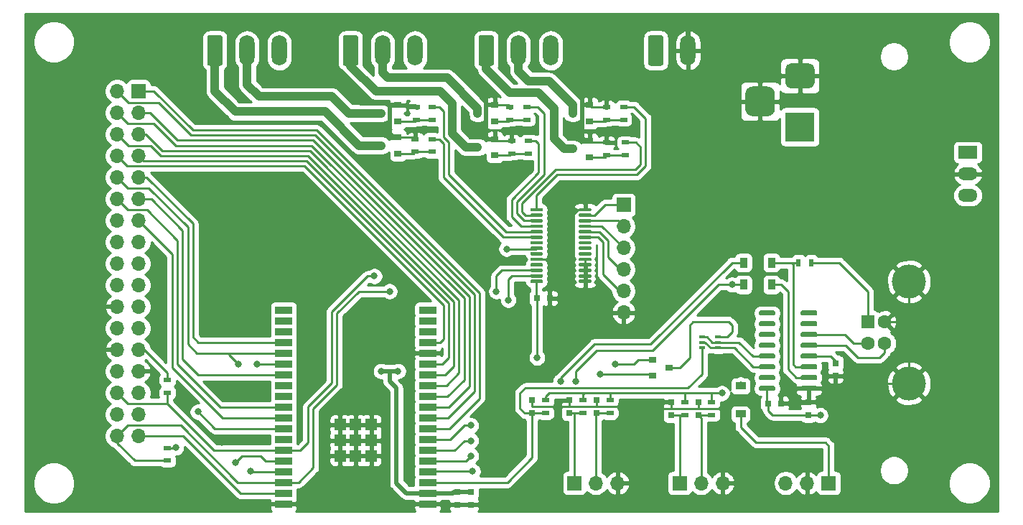
<source format=gtl>
G04 #@! TF.GenerationSoftware,KiCad,Pcbnew,(5.1.9)-1*
G04 #@! TF.CreationDate,2021-04-20T11:25:04+02:00*
G04 #@! TF.ProjectId,esp32-kaemmerlein-light-control,65737033-322d-46b6-9165-6d6d65726c65,rev?*
G04 #@! TF.SameCoordinates,Original*
G04 #@! TF.FileFunction,Copper,L1,Top*
G04 #@! TF.FilePolarity,Positive*
%FSLAX46Y46*%
G04 Gerber Fmt 4.6, Leading zero omitted, Abs format (unit mm)*
G04 Created by KiCad (PCBNEW (5.1.9)-1) date 2021-04-20 11:25:04*
%MOMM*%
%LPD*%
G01*
G04 APERTURE LIST*
G04 #@! TA.AperFunction,ComponentPad*
%ADD10O,1.700000X1.700000*%
G04 #@! TD*
G04 #@! TA.AperFunction,ComponentPad*
%ADD11R,1.700000X1.700000*%
G04 #@! TD*
G04 #@! TA.AperFunction,ComponentPad*
%ADD12O,2.300000X1.500000*%
G04 #@! TD*
G04 #@! TA.AperFunction,ComponentPad*
%ADD13R,2.300000X1.500000*%
G04 #@! TD*
G04 #@! TA.AperFunction,SMDPad,CuDef*
%ADD14R,1.320800X1.320800*%
G04 #@! TD*
G04 #@! TA.AperFunction,SMDPad,CuDef*
%ADD15R,2.006600X0.889000*%
G04 #@! TD*
G04 #@! TA.AperFunction,SMDPad,CuDef*
%ADD16R,0.900000X0.500000*%
G04 #@! TD*
G04 #@! TA.AperFunction,SMDPad,CuDef*
%ADD17R,0.500000X0.900000*%
G04 #@! TD*
G04 #@! TA.AperFunction,SMDPad,CuDef*
%ADD18R,0.900000X0.800000*%
G04 #@! TD*
G04 #@! TA.AperFunction,SMDPad,CuDef*
%ADD19R,0.650000X0.400000*%
G04 #@! TD*
G04 #@! TA.AperFunction,ComponentPad*
%ADD20O,1.800000X3.600000*%
G04 #@! TD*
G04 #@! TA.AperFunction,ComponentPad*
%ADD21R,3.500000X3.500000*%
G04 #@! TD*
G04 #@! TA.AperFunction,ComponentPad*
%ADD22C,4.000000*%
G04 #@! TD*
G04 #@! TA.AperFunction,ComponentPad*
%ADD23C,1.600000*%
G04 #@! TD*
G04 #@! TA.AperFunction,ComponentPad*
%ADD24R,1.600000X1.600000*%
G04 #@! TD*
G04 #@! TA.AperFunction,SMDPad,CuDef*
%ADD25R,1.200000X0.900000*%
G04 #@! TD*
G04 #@! TA.AperFunction,SMDPad,CuDef*
%ADD26R,0.900000X1.200000*%
G04 #@! TD*
G04 #@! TA.AperFunction,SMDPad,CuDef*
%ADD27R,0.800000X0.750000*%
G04 #@! TD*
G04 #@! TA.AperFunction,SMDPad,CuDef*
%ADD28R,0.750000X0.800000*%
G04 #@! TD*
G04 #@! TA.AperFunction,ViaPad*
%ADD29C,0.800000*%
G04 #@! TD*
G04 #@! TA.AperFunction,Conductor*
%ADD30C,0.250000*%
G04 #@! TD*
G04 #@! TA.AperFunction,Conductor*
%ADD31C,1.000000*%
G04 #@! TD*
G04 #@! TA.AperFunction,Conductor*
%ADD32C,0.500000*%
G04 #@! TD*
G04 #@! TA.AperFunction,Conductor*
%ADD33C,0.254000*%
G04 #@! TD*
G04 #@! TA.AperFunction,Conductor*
%ADD34C,0.100000*%
G04 #@! TD*
G04 APERTURE END LIST*
D10*
X113200000Y-125900000D03*
X113200000Y-123360000D03*
X113200000Y-120820000D03*
X113200000Y-118280000D03*
X113200000Y-115740000D03*
D11*
X113200000Y-113200000D03*
G04 #@! TA.AperFunction,SMDPad,CuDef*
G36*
G01*
X103675000Y-122125000D02*
X103675000Y-122325000D01*
G75*
G02*
X103575000Y-122425000I-100000J0D01*
G01*
X102300000Y-122425000D01*
G75*
G02*
X102200000Y-122325000I0J100000D01*
G01*
X102200000Y-122125000D01*
G75*
G02*
X102300000Y-122025000I100000J0D01*
G01*
X103575000Y-122025000D01*
G75*
G02*
X103675000Y-122125000I0J-100000D01*
G01*
G37*
G04 #@! TD.AperFunction*
G04 #@! TA.AperFunction,SMDPad,CuDef*
G36*
G01*
X103675000Y-121475000D02*
X103675000Y-121675000D01*
G75*
G02*
X103575000Y-121775000I-100000J0D01*
G01*
X102300000Y-121775000D01*
G75*
G02*
X102200000Y-121675000I0J100000D01*
G01*
X102200000Y-121475000D01*
G75*
G02*
X102300000Y-121375000I100000J0D01*
G01*
X103575000Y-121375000D01*
G75*
G02*
X103675000Y-121475000I0J-100000D01*
G01*
G37*
G04 #@! TD.AperFunction*
G04 #@! TA.AperFunction,SMDPad,CuDef*
G36*
G01*
X103675000Y-120825000D02*
X103675000Y-121025000D01*
G75*
G02*
X103575000Y-121125000I-100000J0D01*
G01*
X102300000Y-121125000D01*
G75*
G02*
X102200000Y-121025000I0J100000D01*
G01*
X102200000Y-120825000D01*
G75*
G02*
X102300000Y-120725000I100000J0D01*
G01*
X103575000Y-120725000D01*
G75*
G02*
X103675000Y-120825000I0J-100000D01*
G01*
G37*
G04 #@! TD.AperFunction*
G04 #@! TA.AperFunction,SMDPad,CuDef*
G36*
G01*
X103675000Y-120175000D02*
X103675000Y-120375000D01*
G75*
G02*
X103575000Y-120475000I-100000J0D01*
G01*
X102300000Y-120475000D01*
G75*
G02*
X102200000Y-120375000I0J100000D01*
G01*
X102200000Y-120175000D01*
G75*
G02*
X102300000Y-120075000I100000J0D01*
G01*
X103575000Y-120075000D01*
G75*
G02*
X103675000Y-120175000I0J-100000D01*
G01*
G37*
G04 #@! TD.AperFunction*
G04 #@! TA.AperFunction,SMDPad,CuDef*
G36*
G01*
X103675000Y-119525000D02*
X103675000Y-119725000D01*
G75*
G02*
X103575000Y-119825000I-100000J0D01*
G01*
X102300000Y-119825000D01*
G75*
G02*
X102200000Y-119725000I0J100000D01*
G01*
X102200000Y-119525000D01*
G75*
G02*
X102300000Y-119425000I100000J0D01*
G01*
X103575000Y-119425000D01*
G75*
G02*
X103675000Y-119525000I0J-100000D01*
G01*
G37*
G04 #@! TD.AperFunction*
G04 #@! TA.AperFunction,SMDPad,CuDef*
G36*
G01*
X103675000Y-118875000D02*
X103675000Y-119075000D01*
G75*
G02*
X103575000Y-119175000I-100000J0D01*
G01*
X102300000Y-119175000D01*
G75*
G02*
X102200000Y-119075000I0J100000D01*
G01*
X102200000Y-118875000D01*
G75*
G02*
X102300000Y-118775000I100000J0D01*
G01*
X103575000Y-118775000D01*
G75*
G02*
X103675000Y-118875000I0J-100000D01*
G01*
G37*
G04 #@! TD.AperFunction*
G04 #@! TA.AperFunction,SMDPad,CuDef*
G36*
G01*
X103675000Y-118225000D02*
X103675000Y-118425000D01*
G75*
G02*
X103575000Y-118525000I-100000J0D01*
G01*
X102300000Y-118525000D01*
G75*
G02*
X102200000Y-118425000I0J100000D01*
G01*
X102200000Y-118225000D01*
G75*
G02*
X102300000Y-118125000I100000J0D01*
G01*
X103575000Y-118125000D01*
G75*
G02*
X103675000Y-118225000I0J-100000D01*
G01*
G37*
G04 #@! TD.AperFunction*
G04 #@! TA.AperFunction,SMDPad,CuDef*
G36*
G01*
X103675000Y-117575000D02*
X103675000Y-117775000D01*
G75*
G02*
X103575000Y-117875000I-100000J0D01*
G01*
X102300000Y-117875000D01*
G75*
G02*
X102200000Y-117775000I0J100000D01*
G01*
X102200000Y-117575000D01*
G75*
G02*
X102300000Y-117475000I100000J0D01*
G01*
X103575000Y-117475000D01*
G75*
G02*
X103675000Y-117575000I0J-100000D01*
G01*
G37*
G04 #@! TD.AperFunction*
G04 #@! TA.AperFunction,SMDPad,CuDef*
G36*
G01*
X103675000Y-116925000D02*
X103675000Y-117125000D01*
G75*
G02*
X103575000Y-117225000I-100000J0D01*
G01*
X102300000Y-117225000D01*
G75*
G02*
X102200000Y-117125000I0J100000D01*
G01*
X102200000Y-116925000D01*
G75*
G02*
X102300000Y-116825000I100000J0D01*
G01*
X103575000Y-116825000D01*
G75*
G02*
X103675000Y-116925000I0J-100000D01*
G01*
G37*
G04 #@! TD.AperFunction*
G04 #@! TA.AperFunction,SMDPad,CuDef*
G36*
G01*
X103675000Y-116275000D02*
X103675000Y-116475000D01*
G75*
G02*
X103575000Y-116575000I-100000J0D01*
G01*
X102300000Y-116575000D01*
G75*
G02*
X102200000Y-116475000I0J100000D01*
G01*
X102200000Y-116275000D01*
G75*
G02*
X102300000Y-116175000I100000J0D01*
G01*
X103575000Y-116175000D01*
G75*
G02*
X103675000Y-116275000I0J-100000D01*
G01*
G37*
G04 #@! TD.AperFunction*
G04 #@! TA.AperFunction,SMDPad,CuDef*
G36*
G01*
X103675000Y-115625000D02*
X103675000Y-115825000D01*
G75*
G02*
X103575000Y-115925000I-100000J0D01*
G01*
X102300000Y-115925000D01*
G75*
G02*
X102200000Y-115825000I0J100000D01*
G01*
X102200000Y-115625000D01*
G75*
G02*
X102300000Y-115525000I100000J0D01*
G01*
X103575000Y-115525000D01*
G75*
G02*
X103675000Y-115625000I0J-100000D01*
G01*
G37*
G04 #@! TD.AperFunction*
G04 #@! TA.AperFunction,SMDPad,CuDef*
G36*
G01*
X103675000Y-114975000D02*
X103675000Y-115175000D01*
G75*
G02*
X103575000Y-115275000I-100000J0D01*
G01*
X102300000Y-115275000D01*
G75*
G02*
X102200000Y-115175000I0J100000D01*
G01*
X102200000Y-114975000D01*
G75*
G02*
X102300000Y-114875000I100000J0D01*
G01*
X103575000Y-114875000D01*
G75*
G02*
X103675000Y-114975000I0J-100000D01*
G01*
G37*
G04 #@! TD.AperFunction*
G04 #@! TA.AperFunction,SMDPad,CuDef*
G36*
G01*
X103675000Y-114325000D02*
X103675000Y-114525000D01*
G75*
G02*
X103575000Y-114625000I-100000J0D01*
G01*
X102300000Y-114625000D01*
G75*
G02*
X102200000Y-114525000I0J100000D01*
G01*
X102200000Y-114325000D01*
G75*
G02*
X102300000Y-114225000I100000J0D01*
G01*
X103575000Y-114225000D01*
G75*
G02*
X103675000Y-114325000I0J-100000D01*
G01*
G37*
G04 #@! TD.AperFunction*
G04 #@! TA.AperFunction,SMDPad,CuDef*
G36*
G01*
X103675000Y-113675000D02*
X103675000Y-113875000D01*
G75*
G02*
X103575000Y-113975000I-100000J0D01*
G01*
X102300000Y-113975000D01*
G75*
G02*
X102200000Y-113875000I0J100000D01*
G01*
X102200000Y-113675000D01*
G75*
G02*
X102300000Y-113575000I100000J0D01*
G01*
X103575000Y-113575000D01*
G75*
G02*
X103675000Y-113675000I0J-100000D01*
G01*
G37*
G04 #@! TD.AperFunction*
G04 #@! TA.AperFunction,SMDPad,CuDef*
G36*
G01*
X109400000Y-113675000D02*
X109400000Y-113875000D01*
G75*
G02*
X109300000Y-113975000I-100000J0D01*
G01*
X108025000Y-113975000D01*
G75*
G02*
X107925000Y-113875000I0J100000D01*
G01*
X107925000Y-113675000D01*
G75*
G02*
X108025000Y-113575000I100000J0D01*
G01*
X109300000Y-113575000D01*
G75*
G02*
X109400000Y-113675000I0J-100000D01*
G01*
G37*
G04 #@! TD.AperFunction*
G04 #@! TA.AperFunction,SMDPad,CuDef*
G36*
G01*
X109400000Y-114325000D02*
X109400000Y-114525000D01*
G75*
G02*
X109300000Y-114625000I-100000J0D01*
G01*
X108025000Y-114625000D01*
G75*
G02*
X107925000Y-114525000I0J100000D01*
G01*
X107925000Y-114325000D01*
G75*
G02*
X108025000Y-114225000I100000J0D01*
G01*
X109300000Y-114225000D01*
G75*
G02*
X109400000Y-114325000I0J-100000D01*
G01*
G37*
G04 #@! TD.AperFunction*
G04 #@! TA.AperFunction,SMDPad,CuDef*
G36*
G01*
X109400000Y-114975000D02*
X109400000Y-115175000D01*
G75*
G02*
X109300000Y-115275000I-100000J0D01*
G01*
X108025000Y-115275000D01*
G75*
G02*
X107925000Y-115175000I0J100000D01*
G01*
X107925000Y-114975000D01*
G75*
G02*
X108025000Y-114875000I100000J0D01*
G01*
X109300000Y-114875000D01*
G75*
G02*
X109400000Y-114975000I0J-100000D01*
G01*
G37*
G04 #@! TD.AperFunction*
G04 #@! TA.AperFunction,SMDPad,CuDef*
G36*
G01*
X109400000Y-115625000D02*
X109400000Y-115825000D01*
G75*
G02*
X109300000Y-115925000I-100000J0D01*
G01*
X108025000Y-115925000D01*
G75*
G02*
X107925000Y-115825000I0J100000D01*
G01*
X107925000Y-115625000D01*
G75*
G02*
X108025000Y-115525000I100000J0D01*
G01*
X109300000Y-115525000D01*
G75*
G02*
X109400000Y-115625000I0J-100000D01*
G01*
G37*
G04 #@! TD.AperFunction*
G04 #@! TA.AperFunction,SMDPad,CuDef*
G36*
G01*
X109400000Y-116275000D02*
X109400000Y-116475000D01*
G75*
G02*
X109300000Y-116575000I-100000J0D01*
G01*
X108025000Y-116575000D01*
G75*
G02*
X107925000Y-116475000I0J100000D01*
G01*
X107925000Y-116275000D01*
G75*
G02*
X108025000Y-116175000I100000J0D01*
G01*
X109300000Y-116175000D01*
G75*
G02*
X109400000Y-116275000I0J-100000D01*
G01*
G37*
G04 #@! TD.AperFunction*
G04 #@! TA.AperFunction,SMDPad,CuDef*
G36*
G01*
X109400000Y-116925000D02*
X109400000Y-117125000D01*
G75*
G02*
X109300000Y-117225000I-100000J0D01*
G01*
X108025000Y-117225000D01*
G75*
G02*
X107925000Y-117125000I0J100000D01*
G01*
X107925000Y-116925000D01*
G75*
G02*
X108025000Y-116825000I100000J0D01*
G01*
X109300000Y-116825000D01*
G75*
G02*
X109400000Y-116925000I0J-100000D01*
G01*
G37*
G04 #@! TD.AperFunction*
G04 #@! TA.AperFunction,SMDPad,CuDef*
G36*
G01*
X109400000Y-117575000D02*
X109400000Y-117775000D01*
G75*
G02*
X109300000Y-117875000I-100000J0D01*
G01*
X108025000Y-117875000D01*
G75*
G02*
X107925000Y-117775000I0J100000D01*
G01*
X107925000Y-117575000D01*
G75*
G02*
X108025000Y-117475000I100000J0D01*
G01*
X109300000Y-117475000D01*
G75*
G02*
X109400000Y-117575000I0J-100000D01*
G01*
G37*
G04 #@! TD.AperFunction*
G04 #@! TA.AperFunction,SMDPad,CuDef*
G36*
G01*
X109400000Y-118225000D02*
X109400000Y-118425000D01*
G75*
G02*
X109300000Y-118525000I-100000J0D01*
G01*
X108025000Y-118525000D01*
G75*
G02*
X107925000Y-118425000I0J100000D01*
G01*
X107925000Y-118225000D01*
G75*
G02*
X108025000Y-118125000I100000J0D01*
G01*
X109300000Y-118125000D01*
G75*
G02*
X109400000Y-118225000I0J-100000D01*
G01*
G37*
G04 #@! TD.AperFunction*
G04 #@! TA.AperFunction,SMDPad,CuDef*
G36*
G01*
X109400000Y-118875000D02*
X109400000Y-119075000D01*
G75*
G02*
X109300000Y-119175000I-100000J0D01*
G01*
X108025000Y-119175000D01*
G75*
G02*
X107925000Y-119075000I0J100000D01*
G01*
X107925000Y-118875000D01*
G75*
G02*
X108025000Y-118775000I100000J0D01*
G01*
X109300000Y-118775000D01*
G75*
G02*
X109400000Y-118875000I0J-100000D01*
G01*
G37*
G04 #@! TD.AperFunction*
G04 #@! TA.AperFunction,SMDPad,CuDef*
G36*
G01*
X109400000Y-119525000D02*
X109400000Y-119725000D01*
G75*
G02*
X109300000Y-119825000I-100000J0D01*
G01*
X108025000Y-119825000D01*
G75*
G02*
X107925000Y-119725000I0J100000D01*
G01*
X107925000Y-119525000D01*
G75*
G02*
X108025000Y-119425000I100000J0D01*
G01*
X109300000Y-119425000D01*
G75*
G02*
X109400000Y-119525000I0J-100000D01*
G01*
G37*
G04 #@! TD.AperFunction*
G04 #@! TA.AperFunction,SMDPad,CuDef*
G36*
G01*
X109400000Y-120175000D02*
X109400000Y-120375000D01*
G75*
G02*
X109300000Y-120475000I-100000J0D01*
G01*
X108025000Y-120475000D01*
G75*
G02*
X107925000Y-120375000I0J100000D01*
G01*
X107925000Y-120175000D01*
G75*
G02*
X108025000Y-120075000I100000J0D01*
G01*
X109300000Y-120075000D01*
G75*
G02*
X109400000Y-120175000I0J-100000D01*
G01*
G37*
G04 #@! TD.AperFunction*
G04 #@! TA.AperFunction,SMDPad,CuDef*
G36*
G01*
X109400000Y-120825000D02*
X109400000Y-121025000D01*
G75*
G02*
X109300000Y-121125000I-100000J0D01*
G01*
X108025000Y-121125000D01*
G75*
G02*
X107925000Y-121025000I0J100000D01*
G01*
X107925000Y-120825000D01*
G75*
G02*
X108025000Y-120725000I100000J0D01*
G01*
X109300000Y-120725000D01*
G75*
G02*
X109400000Y-120825000I0J-100000D01*
G01*
G37*
G04 #@! TD.AperFunction*
G04 #@! TA.AperFunction,SMDPad,CuDef*
G36*
G01*
X109400000Y-121475000D02*
X109400000Y-121675000D01*
G75*
G02*
X109300000Y-121775000I-100000J0D01*
G01*
X108025000Y-121775000D01*
G75*
G02*
X107925000Y-121675000I0J100000D01*
G01*
X107925000Y-121475000D01*
G75*
G02*
X108025000Y-121375000I100000J0D01*
G01*
X109300000Y-121375000D01*
G75*
G02*
X109400000Y-121475000I0J-100000D01*
G01*
G37*
G04 #@! TD.AperFunction*
G04 #@! TA.AperFunction,SMDPad,CuDef*
G36*
G01*
X109400000Y-122125000D02*
X109400000Y-122325000D01*
G75*
G02*
X109300000Y-122425000I-100000J0D01*
G01*
X108025000Y-122425000D01*
G75*
G02*
X107925000Y-122325000I0J100000D01*
G01*
X107925000Y-122125000D01*
G75*
G02*
X108025000Y-122025000I100000J0D01*
G01*
X109300000Y-122025000D01*
G75*
G02*
X109400000Y-122125000I0J-100000D01*
G01*
G37*
G04 #@! TD.AperFunction*
D12*
X153800000Y-112080000D03*
X153800000Y-109540000D03*
D13*
X153800000Y-107000000D03*
D14*
X79765104Y-139122811D03*
X81600000Y-139122811D03*
X83434896Y-139122811D03*
X79765104Y-142802789D03*
X81600000Y-142802789D03*
X83434896Y-142802789D03*
X79765000Y-140962940D03*
X81600000Y-140962940D03*
X83435000Y-140962940D03*
D15*
X73099999Y-125602798D03*
X73099999Y-126872798D03*
X73099999Y-128142798D03*
X73099999Y-129412798D03*
X73099999Y-130682798D03*
X73099999Y-131952798D03*
X73099999Y-133222798D03*
X73099999Y-134492798D03*
X73099999Y-135762798D03*
X73099999Y-137032798D03*
X73099999Y-138302798D03*
X73099999Y-139572798D03*
X73099999Y-140842798D03*
X73099999Y-142112798D03*
X73099999Y-143382798D03*
X73099999Y-144652798D03*
X73099999Y-145922798D03*
X73099999Y-147192798D03*
X73099999Y-148462798D03*
X90100001Y-125602798D03*
X90100001Y-126872798D03*
X90100001Y-128142798D03*
X90100001Y-129412798D03*
X90100001Y-130682798D03*
X90100001Y-131952798D03*
X90100001Y-133222798D03*
X90100001Y-134492798D03*
X90100001Y-135762798D03*
X90100001Y-137032798D03*
X90100001Y-138302798D03*
X90100001Y-139572798D03*
X90100001Y-140842798D03*
X90100001Y-142112798D03*
X90100001Y-143382798D03*
X90100001Y-144652798D03*
X90100001Y-145922798D03*
X90100001Y-147192798D03*
X90100001Y-148462798D03*
G04 #@! TA.AperFunction,SMDPad,CuDef*
G36*
G01*
X131100000Y-134695000D02*
X131100000Y-134995000D01*
G75*
G02*
X130950000Y-135145000I-150000J0D01*
G01*
X129300000Y-135145000D01*
G75*
G02*
X129150000Y-134995000I0J150000D01*
G01*
X129150000Y-134695000D01*
G75*
G02*
X129300000Y-134545000I150000J0D01*
G01*
X130950000Y-134545000D01*
G75*
G02*
X131100000Y-134695000I0J-150000D01*
G01*
G37*
G04 #@! TD.AperFunction*
G04 #@! TA.AperFunction,SMDPad,CuDef*
G36*
G01*
X131100000Y-133425000D02*
X131100000Y-133725000D01*
G75*
G02*
X130950000Y-133875000I-150000J0D01*
G01*
X129300000Y-133875000D01*
G75*
G02*
X129150000Y-133725000I0J150000D01*
G01*
X129150000Y-133425000D01*
G75*
G02*
X129300000Y-133275000I150000J0D01*
G01*
X130950000Y-133275000D01*
G75*
G02*
X131100000Y-133425000I0J-150000D01*
G01*
G37*
G04 #@! TD.AperFunction*
G04 #@! TA.AperFunction,SMDPad,CuDef*
G36*
G01*
X131100000Y-132155000D02*
X131100000Y-132455000D01*
G75*
G02*
X130950000Y-132605000I-150000J0D01*
G01*
X129300000Y-132605000D01*
G75*
G02*
X129150000Y-132455000I0J150000D01*
G01*
X129150000Y-132155000D01*
G75*
G02*
X129300000Y-132005000I150000J0D01*
G01*
X130950000Y-132005000D01*
G75*
G02*
X131100000Y-132155000I0J-150000D01*
G01*
G37*
G04 #@! TD.AperFunction*
G04 #@! TA.AperFunction,SMDPad,CuDef*
G36*
G01*
X131100000Y-130885000D02*
X131100000Y-131185000D01*
G75*
G02*
X130950000Y-131335000I-150000J0D01*
G01*
X129300000Y-131335000D01*
G75*
G02*
X129150000Y-131185000I0J150000D01*
G01*
X129150000Y-130885000D01*
G75*
G02*
X129300000Y-130735000I150000J0D01*
G01*
X130950000Y-130735000D01*
G75*
G02*
X131100000Y-130885000I0J-150000D01*
G01*
G37*
G04 #@! TD.AperFunction*
G04 #@! TA.AperFunction,SMDPad,CuDef*
G36*
G01*
X131100000Y-129615000D02*
X131100000Y-129915000D01*
G75*
G02*
X130950000Y-130065000I-150000J0D01*
G01*
X129300000Y-130065000D01*
G75*
G02*
X129150000Y-129915000I0J150000D01*
G01*
X129150000Y-129615000D01*
G75*
G02*
X129300000Y-129465000I150000J0D01*
G01*
X130950000Y-129465000D01*
G75*
G02*
X131100000Y-129615000I0J-150000D01*
G01*
G37*
G04 #@! TD.AperFunction*
G04 #@! TA.AperFunction,SMDPad,CuDef*
G36*
G01*
X131100000Y-128345000D02*
X131100000Y-128645000D01*
G75*
G02*
X130950000Y-128795000I-150000J0D01*
G01*
X129300000Y-128795000D01*
G75*
G02*
X129150000Y-128645000I0J150000D01*
G01*
X129150000Y-128345000D01*
G75*
G02*
X129300000Y-128195000I150000J0D01*
G01*
X130950000Y-128195000D01*
G75*
G02*
X131100000Y-128345000I0J-150000D01*
G01*
G37*
G04 #@! TD.AperFunction*
G04 #@! TA.AperFunction,SMDPad,CuDef*
G36*
G01*
X131100000Y-127075000D02*
X131100000Y-127375000D01*
G75*
G02*
X130950000Y-127525000I-150000J0D01*
G01*
X129300000Y-127525000D01*
G75*
G02*
X129150000Y-127375000I0J150000D01*
G01*
X129150000Y-127075000D01*
G75*
G02*
X129300000Y-126925000I150000J0D01*
G01*
X130950000Y-126925000D01*
G75*
G02*
X131100000Y-127075000I0J-150000D01*
G01*
G37*
G04 #@! TD.AperFunction*
G04 #@! TA.AperFunction,SMDPad,CuDef*
G36*
G01*
X131100000Y-125805000D02*
X131100000Y-126105000D01*
G75*
G02*
X130950000Y-126255000I-150000J0D01*
G01*
X129300000Y-126255000D01*
G75*
G02*
X129150000Y-126105000I0J150000D01*
G01*
X129150000Y-125805000D01*
G75*
G02*
X129300000Y-125655000I150000J0D01*
G01*
X130950000Y-125655000D01*
G75*
G02*
X131100000Y-125805000I0J-150000D01*
G01*
G37*
G04 #@! TD.AperFunction*
G04 #@! TA.AperFunction,SMDPad,CuDef*
G36*
G01*
X136050000Y-125805000D02*
X136050000Y-126105000D01*
G75*
G02*
X135900000Y-126255000I-150000J0D01*
G01*
X134250000Y-126255000D01*
G75*
G02*
X134100000Y-126105000I0J150000D01*
G01*
X134100000Y-125805000D01*
G75*
G02*
X134250000Y-125655000I150000J0D01*
G01*
X135900000Y-125655000D01*
G75*
G02*
X136050000Y-125805000I0J-150000D01*
G01*
G37*
G04 #@! TD.AperFunction*
G04 #@! TA.AperFunction,SMDPad,CuDef*
G36*
G01*
X136050000Y-127075000D02*
X136050000Y-127375000D01*
G75*
G02*
X135900000Y-127525000I-150000J0D01*
G01*
X134250000Y-127525000D01*
G75*
G02*
X134100000Y-127375000I0J150000D01*
G01*
X134100000Y-127075000D01*
G75*
G02*
X134250000Y-126925000I150000J0D01*
G01*
X135900000Y-126925000D01*
G75*
G02*
X136050000Y-127075000I0J-150000D01*
G01*
G37*
G04 #@! TD.AperFunction*
G04 #@! TA.AperFunction,SMDPad,CuDef*
G36*
G01*
X136050000Y-128345000D02*
X136050000Y-128645000D01*
G75*
G02*
X135900000Y-128795000I-150000J0D01*
G01*
X134250000Y-128795000D01*
G75*
G02*
X134100000Y-128645000I0J150000D01*
G01*
X134100000Y-128345000D01*
G75*
G02*
X134250000Y-128195000I150000J0D01*
G01*
X135900000Y-128195000D01*
G75*
G02*
X136050000Y-128345000I0J-150000D01*
G01*
G37*
G04 #@! TD.AperFunction*
G04 #@! TA.AperFunction,SMDPad,CuDef*
G36*
G01*
X136050000Y-129615000D02*
X136050000Y-129915000D01*
G75*
G02*
X135900000Y-130065000I-150000J0D01*
G01*
X134250000Y-130065000D01*
G75*
G02*
X134100000Y-129915000I0J150000D01*
G01*
X134100000Y-129615000D01*
G75*
G02*
X134250000Y-129465000I150000J0D01*
G01*
X135900000Y-129465000D01*
G75*
G02*
X136050000Y-129615000I0J-150000D01*
G01*
G37*
G04 #@! TD.AperFunction*
G04 #@! TA.AperFunction,SMDPad,CuDef*
G36*
G01*
X136050000Y-130885000D02*
X136050000Y-131185000D01*
G75*
G02*
X135900000Y-131335000I-150000J0D01*
G01*
X134250000Y-131335000D01*
G75*
G02*
X134100000Y-131185000I0J150000D01*
G01*
X134100000Y-130885000D01*
G75*
G02*
X134250000Y-130735000I150000J0D01*
G01*
X135900000Y-130735000D01*
G75*
G02*
X136050000Y-130885000I0J-150000D01*
G01*
G37*
G04 #@! TD.AperFunction*
G04 #@! TA.AperFunction,SMDPad,CuDef*
G36*
G01*
X136050000Y-132155000D02*
X136050000Y-132455000D01*
G75*
G02*
X135900000Y-132605000I-150000J0D01*
G01*
X134250000Y-132605000D01*
G75*
G02*
X134100000Y-132455000I0J150000D01*
G01*
X134100000Y-132155000D01*
G75*
G02*
X134250000Y-132005000I150000J0D01*
G01*
X135900000Y-132005000D01*
G75*
G02*
X136050000Y-132155000I0J-150000D01*
G01*
G37*
G04 #@! TD.AperFunction*
G04 #@! TA.AperFunction,SMDPad,CuDef*
G36*
G01*
X136050000Y-133425000D02*
X136050000Y-133725000D01*
G75*
G02*
X135900000Y-133875000I-150000J0D01*
G01*
X134250000Y-133875000D01*
G75*
G02*
X134100000Y-133725000I0J150000D01*
G01*
X134100000Y-133425000D01*
G75*
G02*
X134250000Y-133275000I150000J0D01*
G01*
X135900000Y-133275000D01*
G75*
G02*
X136050000Y-133425000I0J-150000D01*
G01*
G37*
G04 #@! TD.AperFunction*
G04 #@! TA.AperFunction,SMDPad,CuDef*
G36*
G01*
X136050000Y-134695000D02*
X136050000Y-134995000D01*
G75*
G02*
X135900000Y-135145000I-150000J0D01*
G01*
X134250000Y-135145000D01*
G75*
G02*
X134100000Y-134995000I0J150000D01*
G01*
X134100000Y-134695000D01*
G75*
G02*
X134250000Y-134545000I150000J0D01*
G01*
X135900000Y-134545000D01*
G75*
G02*
X136050000Y-134695000I0J-150000D01*
G01*
G37*
G04 #@! TD.AperFunction*
D16*
X111200000Y-105850000D03*
X111200000Y-107350000D03*
X113400000Y-105850000D03*
X113400000Y-107350000D03*
X88600000Y-105450000D03*
X88600000Y-106950000D03*
X90600000Y-105450000D03*
X90600000Y-106950000D03*
X100000000Y-105650000D03*
X100000000Y-107150000D03*
X102000000Y-105650000D03*
X102000000Y-107150000D03*
X111200000Y-101650000D03*
X111200000Y-103150000D03*
X113200000Y-101650000D03*
X113200000Y-103150000D03*
X88800000Y-101650000D03*
X88800000Y-103150000D03*
X90600000Y-101650000D03*
X90600000Y-103150000D03*
X99800000Y-101650000D03*
X99800000Y-103150000D03*
X101800000Y-101650000D03*
X101800000Y-103150000D03*
X111600000Y-136250000D03*
X111600000Y-137750000D03*
X108400000Y-136250000D03*
X108400000Y-137750000D03*
D17*
X135350000Y-120000000D03*
X133850000Y-120000000D03*
D16*
X123600000Y-136450000D03*
X123600000Y-137950000D03*
X120400000Y-136450000D03*
X120400000Y-137950000D03*
X104000000Y-136250000D03*
X104000000Y-137750000D03*
X59400000Y-141850000D03*
X59400000Y-143350000D03*
X59400000Y-133850000D03*
X59400000Y-135350000D03*
D18*
X107200000Y-106600000D03*
X109200000Y-105650000D03*
X109200000Y-107550000D03*
X84600000Y-106200000D03*
X86600000Y-105250000D03*
X86600000Y-107150000D03*
X96000000Y-106400000D03*
X98000000Y-105450000D03*
X98000000Y-107350000D03*
X107200000Y-102400000D03*
X109200000Y-101450000D03*
X109200000Y-103350000D03*
X84600000Y-102400000D03*
X86600000Y-101450000D03*
X86600000Y-103350000D03*
X96000000Y-102400000D03*
X98000000Y-101450000D03*
X98000000Y-103350000D03*
D19*
X122450000Y-130050000D03*
X122450000Y-128750000D03*
X124350000Y-129400000D03*
X122450000Y-129400000D03*
X124350000Y-128750000D03*
X124350000Y-130050000D03*
D20*
X104620000Y-95000000D03*
X100810000Y-95000000D03*
G04 #@! TA.AperFunction,ComponentPad*
G36*
G01*
X96100000Y-96550000D02*
X96100000Y-93450000D01*
G75*
G02*
X96350000Y-93200000I250000J0D01*
G01*
X97650000Y-93200000D01*
G75*
G02*
X97900000Y-93450000I0J-250000D01*
G01*
X97900000Y-96550000D01*
G75*
G02*
X97650000Y-96800000I-250000J0D01*
G01*
X96350000Y-96800000D01*
G75*
G02*
X96100000Y-96550000I0J250000D01*
G01*
G37*
G04 #@! TD.AperFunction*
X72620000Y-95000000D03*
X68810000Y-95000000D03*
G04 #@! TA.AperFunction,ComponentPad*
G36*
G01*
X64100000Y-96550000D02*
X64100000Y-93450000D01*
G75*
G02*
X64350000Y-93200000I250000J0D01*
G01*
X65650000Y-93200000D01*
G75*
G02*
X65900000Y-93450000I0J-250000D01*
G01*
X65900000Y-96550000D01*
G75*
G02*
X65650000Y-96800000I-250000J0D01*
G01*
X64350000Y-96800000D01*
G75*
G02*
X64100000Y-96550000I0J250000D01*
G01*
G37*
G04 #@! TD.AperFunction*
X88620000Y-95000000D03*
X84810000Y-95000000D03*
G04 #@! TA.AperFunction,ComponentPad*
G36*
G01*
X80100000Y-96550000D02*
X80100000Y-93450000D01*
G75*
G02*
X80350000Y-93200000I250000J0D01*
G01*
X81650000Y-93200000D01*
G75*
G02*
X81900000Y-93450000I0J-250000D01*
G01*
X81900000Y-96550000D01*
G75*
G02*
X81650000Y-96800000I-250000J0D01*
G01*
X80350000Y-96800000D01*
G75*
G02*
X80100000Y-96550000I0J250000D01*
G01*
G37*
G04 #@! TD.AperFunction*
D10*
X124880000Y-146000000D03*
X122340000Y-146000000D03*
D11*
X119800000Y-146000000D03*
D10*
X112480000Y-146000000D03*
X109940000Y-146000000D03*
D11*
X107400000Y-146000000D03*
G04 #@! TA.AperFunction,ComponentPad*
G36*
G01*
X128425000Y-99250000D02*
X130175000Y-99250000D01*
G75*
G02*
X131050000Y-100125000I0J-875000D01*
G01*
X131050000Y-101875000D01*
G75*
G02*
X130175000Y-102750000I-875000J0D01*
G01*
X128425000Y-102750000D01*
G75*
G02*
X127550000Y-101875000I0J875000D01*
G01*
X127550000Y-100125000D01*
G75*
G02*
X128425000Y-99250000I875000J0D01*
G01*
G37*
G04 #@! TD.AperFunction*
G04 #@! TA.AperFunction,ComponentPad*
G36*
G01*
X133000000Y-96500000D02*
X135000000Y-96500000D01*
G75*
G02*
X135750000Y-97250000I0J-750000D01*
G01*
X135750000Y-98750000D01*
G75*
G02*
X135000000Y-99500000I-750000J0D01*
G01*
X133000000Y-99500000D01*
G75*
G02*
X132250000Y-98750000I0J750000D01*
G01*
X132250000Y-97250000D01*
G75*
G02*
X133000000Y-96500000I750000J0D01*
G01*
G37*
G04 #@! TD.AperFunction*
D21*
X134000000Y-104000000D03*
D10*
X53460000Y-140440000D03*
X56000000Y-140440000D03*
X53460000Y-137900000D03*
X56000000Y-137900000D03*
X53460000Y-135360000D03*
X56000000Y-135360000D03*
X53460000Y-132820000D03*
X56000000Y-132820000D03*
X53460000Y-130280000D03*
X56000000Y-130280000D03*
X53460000Y-127740000D03*
X56000000Y-127740000D03*
X53460000Y-125200000D03*
X56000000Y-125200000D03*
X53460000Y-122660000D03*
X56000000Y-122660000D03*
X53460000Y-120120000D03*
X56000000Y-120120000D03*
X53460000Y-117580000D03*
X56000000Y-117580000D03*
X53460000Y-115040000D03*
X56000000Y-115040000D03*
X53460000Y-112500000D03*
X56000000Y-112500000D03*
X53460000Y-109960000D03*
X56000000Y-109960000D03*
X53460000Y-107420000D03*
X56000000Y-107420000D03*
X53460000Y-104880000D03*
X56000000Y-104880000D03*
X53460000Y-102340000D03*
X56000000Y-102340000D03*
X53460000Y-99800000D03*
D11*
X56000000Y-99800000D03*
D20*
X120810000Y-95000000D03*
G04 #@! TA.AperFunction,ComponentPad*
G36*
G01*
X116100000Y-96550000D02*
X116100000Y-93450000D01*
G75*
G02*
X116350000Y-93200000I250000J0D01*
G01*
X117650000Y-93200000D01*
G75*
G02*
X117900000Y-93450000I0J-250000D01*
G01*
X117900000Y-96550000D01*
G75*
G02*
X117650000Y-96800000I-250000J0D01*
G01*
X116350000Y-96800000D01*
G75*
G02*
X116100000Y-96550000I0J250000D01*
G01*
G37*
G04 #@! TD.AperFunction*
D10*
X132320000Y-146000000D03*
X134860000Y-146000000D03*
D11*
X137400000Y-146000000D03*
D22*
X146860000Y-122250000D03*
X146860000Y-134250000D03*
D23*
X144000000Y-127000000D03*
X144000000Y-129500000D03*
X142000000Y-129500000D03*
D24*
X142000000Y-127000000D03*
D18*
X118600000Y-132400000D03*
X116600000Y-133350000D03*
X116600000Y-131450000D03*
D25*
X127000000Y-137850000D03*
X127000000Y-134550000D03*
D26*
X127350000Y-120000000D03*
X130650000Y-120000000D03*
X130650000Y-122600000D03*
X127350000Y-122600000D03*
D27*
X103000000Y-124200000D03*
X104500000Y-124200000D03*
D28*
X110000000Y-136250000D03*
X110000000Y-137750000D03*
X106800000Y-136250000D03*
X106800000Y-137750000D03*
X122000000Y-136450000D03*
X122000000Y-137950000D03*
X118800000Y-136450000D03*
X118800000Y-137950000D03*
X138200000Y-133350000D03*
X138200000Y-131850000D03*
X135000000Y-136450000D03*
X135000000Y-137950000D03*
D27*
X131750000Y-136600000D03*
X130250000Y-136600000D03*
D28*
X102400000Y-136250000D03*
X102400000Y-137750000D03*
X95200000Y-148550000D03*
X95200000Y-147050000D03*
X93600000Y-148550000D03*
X93600000Y-147050000D03*
D29*
X85600000Y-128600000D03*
X104400000Y-128600000D03*
X64600000Y-126000000D03*
X70000000Y-126000000D03*
X81400000Y-128000000D03*
X84200000Y-127400000D03*
X81600000Y-136200000D03*
X82200000Y-132800000D03*
X76000000Y-132800000D03*
X77800000Y-147200000D03*
X82500000Y-147500000D03*
X87800000Y-144200000D03*
X100800000Y-141000000D03*
X98200000Y-137800000D03*
X98400000Y-127600000D03*
X101000000Y-127600000D03*
X59600000Y-110000000D03*
X70400000Y-110000000D03*
X80200000Y-115600000D03*
X86600000Y-121600000D03*
X95200000Y-120200000D03*
X90400000Y-115400000D03*
X90600000Y-108600000D03*
X83400000Y-108200000D03*
X63400000Y-102400000D03*
X76800000Y-94800000D03*
X92600000Y-94400000D03*
X108400000Y-94600000D03*
X98400000Y-113400000D03*
X100800000Y-109600000D03*
X94400000Y-109200000D03*
X82800000Y-104000000D03*
X106800000Y-104200000D03*
X112000000Y-104400000D03*
X100800000Y-104400000D03*
X89600000Y-104400000D03*
X106400000Y-111000000D03*
X105800000Y-120800000D03*
X105800000Y-115800000D03*
X98200000Y-135200000D03*
X98400000Y-140400000D03*
X101000000Y-139000000D03*
X114000000Y-137000000D03*
X116400000Y-137000000D03*
X127600000Y-142800000D03*
X127600000Y-146200000D03*
X115000000Y-146000000D03*
X101600000Y-146600000D03*
X128800000Y-136600000D03*
X125000000Y-132400000D03*
X132600000Y-134400000D03*
X137555000Y-134845000D03*
X139400000Y-137000000D03*
X130800000Y-124400000D03*
X125000000Y-124800000D03*
X121100000Y-122100000D03*
X123800000Y-119400000D03*
X134800000Y-113800000D03*
X135660000Y-109540000D03*
X141400000Y-113800000D03*
X142060000Y-109540000D03*
X144800000Y-104800000D03*
X140400000Y-104600000D03*
X125200000Y-102600000D03*
X121200000Y-107600000D03*
X113000000Y-94800000D03*
X95000000Y-104000000D03*
X66000000Y-109800000D03*
X53200000Y-143000000D03*
X63000000Y-144000000D03*
X70600000Y-148600000D03*
X75937202Y-148462798D03*
X85737202Y-148462798D03*
X92137202Y-148462798D03*
X65800000Y-135400000D03*
X78000000Y-142400000D03*
X78000000Y-140400000D03*
X69600000Y-135800000D03*
X67600000Y-126000000D03*
X58800000Y-128800000D03*
X58800000Y-125400000D03*
X58800000Y-119600000D03*
X60000000Y-99600000D03*
X55000000Y-97000000D03*
X51400000Y-101000000D03*
X51400000Y-106200000D03*
X51400000Y-111200000D03*
X51400000Y-116400000D03*
X51400000Y-121400000D03*
X51400000Y-126400000D03*
X51400000Y-131600000D03*
X51400000Y-136600000D03*
X65800000Y-141200000D03*
X70400000Y-140800000D03*
X61400000Y-136600000D03*
X67600000Y-100000000D03*
X149600000Y-102000000D03*
X153200000Y-102000000D03*
X150000000Y-114000000D03*
X134600000Y-143400000D03*
X138800000Y-140000000D03*
X108400000Y-128600000D03*
X84400000Y-136200000D03*
X77000000Y-128200000D03*
X75800000Y-125000000D03*
X126800000Y-110600000D03*
X61000000Y-95200000D03*
X62400000Y-113000000D03*
X79600000Y-122600000D03*
X84600000Y-132800000D03*
X86600000Y-132800000D03*
X124800000Y-135400000D03*
X60400000Y-141800000D03*
X103000000Y-131200000D03*
X136400000Y-138000000D03*
X95200000Y-141000000D03*
X95200000Y-139200000D03*
X95400000Y-144600000D03*
X95200000Y-142800000D03*
X67400000Y-143600000D03*
X107600000Y-134000000D03*
X127000000Y-134400000D03*
X126000000Y-122600000D03*
X69200000Y-144600000D03*
X105800000Y-134000000D03*
X70000000Y-132000000D03*
X112200000Y-132000000D03*
X85600000Y-123400000D03*
X98200000Y-123400000D03*
X63000000Y-137600000D03*
X83800000Y-121600000D03*
X99600000Y-124400000D03*
X99400000Y-118400000D03*
X67800000Y-132000000D03*
X110400000Y-133200000D03*
D30*
X79765104Y-142802789D02*
X81600000Y-142802789D01*
X81600000Y-142802789D02*
X83434896Y-142802789D01*
X83434896Y-140963044D02*
X83435000Y-140962940D01*
X83434896Y-142802789D02*
X83434896Y-140963044D01*
X81600000Y-140962940D02*
X83435000Y-140962940D01*
X81600000Y-139122811D02*
X83434896Y-139122811D01*
X81600000Y-139122811D02*
X81600000Y-140962940D01*
X81600000Y-140962940D02*
X79765000Y-140962940D01*
X79765104Y-140962836D02*
X79765000Y-140962940D01*
X79765104Y-139122811D02*
X79765104Y-140962836D01*
X79765000Y-142802685D02*
X79765104Y-142802789D01*
X79765000Y-140962940D02*
X79765000Y-142802685D01*
X81600000Y-140962940D02*
X81600000Y-142802789D01*
X83435000Y-139122915D02*
X83434896Y-139122811D01*
X83435000Y-140962940D02*
X83435000Y-139122915D01*
X90100001Y-148462798D02*
X85737202Y-148462798D01*
X83462798Y-148462798D02*
X82500000Y-147500000D01*
X79737202Y-148462798D02*
X81600000Y-146600000D01*
X73099999Y-148462798D02*
X75937202Y-148462798D01*
X79765104Y-139122811D02*
X81600000Y-139122811D01*
X81600000Y-139122811D02*
X81600000Y-136200000D01*
X81600000Y-132400000D02*
X83317202Y-130682798D01*
X83434896Y-139122811D02*
X83434896Y-137634896D01*
X83434896Y-137634896D02*
X82400000Y-136600000D01*
X82400000Y-136600000D02*
X80400000Y-136600000D01*
X79765104Y-137234896D02*
X79765104Y-139122811D01*
X80400000Y-136600000D02*
X79765104Y-137234896D01*
X83434896Y-142802789D02*
X83434896Y-143965104D01*
X82800000Y-144600000D02*
X81600000Y-144600000D01*
X83434896Y-143965104D02*
X82800000Y-144600000D01*
X81600000Y-144600000D02*
X81600000Y-142802789D01*
X81600000Y-146600000D02*
X81600000Y-144600000D01*
X81600000Y-144600000D02*
X80200000Y-144600000D01*
X79765104Y-144165104D02*
X79765104Y-142802789D01*
X80200000Y-144600000D02*
X79765104Y-144165104D01*
X79765104Y-142802789D02*
X78402789Y-142802789D01*
X78402789Y-142802789D02*
X78000000Y-142400000D01*
X78477189Y-139122811D02*
X79765104Y-139122811D01*
X78000000Y-139600000D02*
X78477189Y-139122811D01*
X79727940Y-141000000D02*
X79765000Y-140962940D01*
X78000000Y-142400000D02*
X78000000Y-141000000D01*
X78000000Y-141000000D02*
X79727940Y-141000000D01*
X78000000Y-141000000D02*
X78000000Y-140400000D01*
X83434896Y-139122811D02*
X84922811Y-139122811D01*
X84922811Y-139122811D02*
X85400000Y-139600000D01*
X84597211Y-142802789D02*
X83434896Y-142802789D01*
X85400000Y-142000000D02*
X84597211Y-142802789D01*
X85237060Y-140962940D02*
X85400000Y-140800000D01*
X83435000Y-140962940D02*
X85237060Y-140962940D01*
X85400000Y-140800000D02*
X85400000Y-142000000D01*
X85400000Y-139600000D02*
X85400000Y-140800000D01*
D31*
X85600000Y-130600000D02*
X85517202Y-130682798D01*
X85600000Y-128600000D02*
X85600000Y-130600000D01*
D30*
X85517202Y-130682798D02*
X90100001Y-130682798D01*
X83317202Y-130682798D02*
X85517202Y-130682798D01*
X134860000Y-147940000D02*
X134860000Y-146000000D01*
X134337202Y-148462798D02*
X134860000Y-147940000D01*
X124880000Y-148445596D02*
X124862798Y-148462798D01*
X124880000Y-146000000D02*
X124880000Y-148445596D01*
X124862798Y-148462798D02*
X134337202Y-148462798D01*
X112480000Y-148405596D02*
X112537202Y-148462798D01*
X112480000Y-146000000D02*
X112480000Y-148405596D01*
X112537202Y-148462798D02*
X124862798Y-148462798D01*
X124880000Y-137280000D02*
X124880000Y-146000000D01*
X117200000Y-137000000D02*
X117400000Y-137200000D01*
X124800000Y-137200000D02*
X124880000Y-137280000D01*
X122000000Y-136450000D02*
X122000000Y-137200000D01*
X122000000Y-137200000D02*
X124800000Y-137200000D01*
X118800000Y-136450000D02*
X118800000Y-137200000D01*
X118800000Y-137200000D02*
X122000000Y-137200000D01*
X117400000Y-137200000D02*
X118800000Y-137200000D01*
X110000000Y-136250000D02*
X110000000Y-137000000D01*
X110000000Y-137000000D02*
X114000000Y-137000000D01*
X106800000Y-137000000D02*
X110000000Y-137000000D01*
X106800000Y-136250000D02*
X106800000Y-137000000D01*
X106800000Y-137000000D02*
X102400000Y-137000000D01*
X102400000Y-137000000D02*
X102400000Y-136250000D01*
X94550000Y-148375596D02*
X94462798Y-148462798D01*
X93600000Y-148525596D02*
X93537202Y-148462798D01*
X93600000Y-148550000D02*
X93600000Y-148525596D01*
X93537202Y-148462798D02*
X94462798Y-148462798D01*
X90100001Y-148462798D02*
X92137202Y-148462798D01*
X95200000Y-148525596D02*
X95262798Y-148462798D01*
X95200000Y-148550000D02*
X95200000Y-148525596D01*
X95262798Y-148462798D02*
X112537202Y-148462798D01*
X94462798Y-148462798D02*
X95262798Y-148462798D01*
X135075000Y-134845000D02*
X137555000Y-134845000D01*
X138200000Y-134200000D02*
X138200000Y-133350000D01*
X137555000Y-134845000D02*
X138200000Y-134200000D01*
X134850000Y-136600000D02*
X135000000Y-136450000D01*
X131750000Y-136600000D02*
X134850000Y-136600000D01*
X135000000Y-134920000D02*
X135075000Y-134845000D01*
X135000000Y-136450000D02*
X135000000Y-134920000D01*
X143950000Y-134250000D02*
X146860000Y-134250000D01*
X141750000Y-136450000D02*
X143950000Y-134250000D01*
X146720000Y-127000000D02*
X146860000Y-126860000D01*
X144000000Y-127000000D02*
X146720000Y-127000000D01*
X146860000Y-126860000D02*
X146860000Y-122250000D01*
X146860000Y-134250000D02*
X146860000Y-126860000D01*
X135000000Y-136450000D02*
X138850000Y-136450000D01*
X138850000Y-136450000D02*
X141750000Y-136450000D01*
X104500000Y-124200000D02*
X104500000Y-120100000D01*
X104025000Y-119625000D02*
X102937500Y-119625000D01*
X104500000Y-120100000D02*
X104025000Y-119625000D01*
X108662500Y-119625000D02*
X108662500Y-120275000D01*
X108662500Y-120275000D02*
X108662500Y-120925000D01*
X108662500Y-120925000D02*
X108662500Y-121575000D01*
X108662500Y-121575000D02*
X108662500Y-122225000D01*
X108662500Y-122225000D02*
X108662500Y-123137500D01*
X107600000Y-124200000D02*
X104500000Y-124200000D01*
X108662500Y-123137500D02*
X107600000Y-124200000D01*
X104500000Y-128500000D02*
X104400000Y-128600000D01*
X104500000Y-124200000D02*
X104500000Y-128500000D01*
X109400000Y-101650000D02*
X109200000Y-101450000D01*
X111200000Y-101650000D02*
X109400000Y-101650000D01*
X109400000Y-105850000D02*
X109200000Y-105650000D01*
X111200000Y-105850000D02*
X109400000Y-105850000D01*
X98200000Y-105650000D02*
X98000000Y-105450000D01*
X100000000Y-105650000D02*
X98200000Y-105650000D01*
X99600000Y-101450000D02*
X99800000Y-101650000D01*
X98000000Y-101450000D02*
X99600000Y-101450000D01*
X88400000Y-105250000D02*
X88600000Y-105450000D01*
X86600000Y-105250000D02*
X88400000Y-105250000D01*
X88600000Y-101450000D02*
X88800000Y-101650000D01*
X86600000Y-101450000D02*
X88600000Y-101450000D01*
D32*
X86600000Y-105250000D02*
X86050000Y-105250000D01*
X86050000Y-105250000D02*
X85600000Y-104800000D01*
X85600000Y-104800000D02*
X85600000Y-101600000D01*
X85600000Y-101600000D02*
X85200000Y-101200000D01*
X85200000Y-101200000D02*
X82200000Y-101200000D01*
X82200000Y-101200000D02*
X77600000Y-96600000D01*
X77600000Y-96600000D02*
X77600000Y-92000000D01*
X77600000Y-92000000D02*
X77800000Y-91800000D01*
X120810000Y-92010000D02*
X120810000Y-95000000D01*
X120600000Y-91800000D02*
X120810000Y-92010000D01*
X98000000Y-105450000D02*
X97250000Y-105450000D01*
X97250000Y-105450000D02*
X97000000Y-105200000D01*
X97000000Y-100200000D02*
X93600000Y-96800000D01*
X93600000Y-96800000D02*
X93600000Y-91800000D01*
X77800000Y-91800000D02*
X93600000Y-91800000D01*
X97150000Y-101450000D02*
X97000000Y-101600000D01*
X97000000Y-101600000D02*
X97000000Y-100200000D01*
X98000000Y-101450000D02*
X97150000Y-101450000D01*
X97000000Y-105200000D02*
X97000000Y-101600000D01*
X85750000Y-101450000D02*
X85600000Y-101600000D01*
X86600000Y-101450000D02*
X85750000Y-101450000D01*
X109200000Y-105650000D02*
X108650000Y-105650000D01*
X108650000Y-105650000D02*
X108299999Y-105299999D01*
X109800000Y-98000000D02*
X109800000Y-91800000D01*
X108299999Y-99500001D02*
X109800000Y-98000000D01*
X109800000Y-91800000D02*
X120600000Y-91800000D01*
X93600000Y-91800000D02*
X109800000Y-91800000D01*
X108450000Y-101450000D02*
X108299999Y-101299999D01*
X109200000Y-101450000D02*
X108450000Y-101450000D01*
X108299999Y-101299999D02*
X108299999Y-99500001D01*
X108299999Y-105299999D02*
X108299999Y-101299999D01*
D30*
X108662500Y-113775000D02*
X107825000Y-113775000D01*
X104500000Y-117100000D02*
X104500000Y-120100000D01*
X107825000Y-113775000D02*
X105800000Y-115800000D01*
X125400000Y-136600000D02*
X124800000Y-137200000D01*
X127600000Y-136600000D02*
X125400000Y-136600000D01*
X130600000Y-139600000D02*
X127600000Y-136600000D01*
X137200000Y-139600000D02*
X130600000Y-139600000D01*
X138850000Y-137950000D02*
X137200000Y-139600000D01*
X138850000Y-136450000D02*
X138850000Y-137950000D01*
X81600000Y-136200000D02*
X81600000Y-132400000D01*
X82500000Y-147500000D02*
X81600000Y-146600000D01*
X105800000Y-115800000D02*
X104500000Y-117100000D01*
X114000000Y-137000000D02*
X116400000Y-137000000D01*
X116400000Y-137000000D02*
X117200000Y-137000000D01*
X137555000Y-134845000D02*
X137555000Y-134845000D01*
X75937202Y-148462798D02*
X79737202Y-148462798D01*
X85737202Y-148462798D02*
X83462798Y-148462798D01*
X92137202Y-148462798D02*
X93537202Y-148462798D01*
X78000000Y-142400000D02*
X78000000Y-142400000D01*
X78000000Y-140400000D02*
X78000000Y-139600000D01*
D32*
X85600000Y-132800000D02*
X85600000Y-134000000D01*
X84600000Y-132800000D02*
X85600000Y-132800000D01*
X85600000Y-132800000D02*
X86600000Y-132800000D01*
X85600000Y-134000000D02*
X86400000Y-134800000D01*
X86400000Y-134800000D02*
X86400000Y-146000000D01*
X87592798Y-147192798D02*
X90100001Y-147192798D01*
X86400000Y-146000000D02*
X87592798Y-147192798D01*
D30*
X108400000Y-136250000D02*
X108400000Y-135600000D01*
X108400000Y-135600000D02*
X108600000Y-135400000D01*
X123600000Y-136450000D02*
X123600000Y-135400000D01*
X120400000Y-136450000D02*
X120400000Y-135400000D01*
X120400000Y-135400000D02*
X124800000Y-135400000D01*
X111600000Y-136250000D02*
X111600000Y-135400000D01*
X111600000Y-135400000D02*
X120400000Y-135400000D01*
X108600000Y-135400000D02*
X111600000Y-135400000D01*
X104000000Y-136250000D02*
X104000000Y-135800000D01*
X104400000Y-135400000D02*
X108600000Y-135400000D01*
X104000000Y-135800000D02*
X104400000Y-135400000D01*
D32*
X93042798Y-147192798D02*
X93050000Y-147200000D01*
X90100001Y-147192798D02*
X93042798Y-147192798D01*
X93185596Y-147050000D02*
X93042798Y-147192798D01*
X93600000Y-147050000D02*
X93185596Y-147050000D01*
X93600000Y-147050000D02*
X95200000Y-147050000D01*
D30*
X59400000Y-133850000D02*
X59400000Y-133000000D01*
X56680000Y-130280000D02*
X56000000Y-130280000D01*
X59400000Y-133000000D02*
X56680000Y-130280000D01*
X60350000Y-141850000D02*
X60400000Y-141800000D01*
X59400000Y-141850000D02*
X60350000Y-141850000D01*
X102937500Y-124137500D02*
X103000000Y-124200000D01*
X102937500Y-122225000D02*
X102937500Y-124137500D01*
X103000000Y-124200000D02*
X103000000Y-131200000D01*
X90100001Y-145922798D02*
X99477202Y-145922798D01*
X102400000Y-143000000D02*
X102400000Y-137750000D01*
X99477202Y-145922798D02*
X102400000Y-143000000D01*
X102400000Y-137750000D02*
X104000000Y-137750000D01*
X122450000Y-133150000D02*
X122450000Y-130050000D01*
X120800000Y-134800000D02*
X122450000Y-133150000D01*
X101600000Y-134800000D02*
X120800000Y-134800000D01*
X101000000Y-135400000D02*
X101600000Y-134800000D01*
X101550000Y-137750000D02*
X101000000Y-137200000D01*
X101000000Y-137200000D02*
X101000000Y-135400000D01*
X102400000Y-137750000D02*
X101550000Y-137750000D01*
X130125000Y-136475000D02*
X130250000Y-136600000D01*
X130125000Y-134845000D02*
X130125000Y-136475000D01*
X130250000Y-136600000D02*
X130250000Y-137450000D01*
X130750000Y-137950000D02*
X135000000Y-137950000D01*
X130250000Y-137450000D02*
X130750000Y-137950000D01*
X136350000Y-137950000D02*
X136400000Y-138000000D01*
X135000000Y-137950000D02*
X136350000Y-137950000D01*
X135350000Y-120000000D02*
X138600000Y-120000000D01*
X142000000Y-123400000D02*
X142000000Y-127000000D01*
X138600000Y-120000000D02*
X142000000Y-123400000D01*
X135075000Y-131035000D02*
X137635000Y-131035000D01*
X138200000Y-131600000D02*
X138200000Y-131850000D01*
X137635000Y-131035000D02*
X138200000Y-131600000D01*
X118800000Y-137950000D02*
X120400000Y-137950000D01*
X119800000Y-146000000D02*
X119800000Y-138000000D01*
X120350000Y-138000000D02*
X120400000Y-137950000D01*
X119800000Y-138000000D02*
X120350000Y-138000000D01*
X90100001Y-142112798D02*
X93287202Y-142112798D01*
X94400000Y-141000000D02*
X95200000Y-141000000D01*
X93287202Y-142112798D02*
X94400000Y-141000000D01*
X122000000Y-137950000D02*
X123600000Y-137950000D01*
X122340000Y-138290000D02*
X122000000Y-137950000D01*
X122340000Y-146000000D02*
X122340000Y-138290000D01*
X90100001Y-140842798D02*
X92757202Y-140842798D01*
X94400000Y-139200000D02*
X95200000Y-139200000D01*
X92757202Y-140842798D02*
X94400000Y-139200000D01*
X107400000Y-137800000D02*
X107450000Y-137750000D01*
X107400000Y-146000000D02*
X107400000Y-137800000D01*
X107450000Y-137750000D02*
X108400000Y-137750000D01*
X106800000Y-137750000D02*
X107450000Y-137750000D01*
X90152799Y-144600000D02*
X90100001Y-144652798D01*
X95400000Y-144600000D02*
X90152799Y-144600000D01*
X110000000Y-137750000D02*
X111600000Y-137750000D01*
X109940000Y-137810000D02*
X110000000Y-137750000D01*
X109940000Y-146000000D02*
X109940000Y-137810000D01*
X94617202Y-143382798D02*
X95200000Y-142800000D01*
X90100001Y-143382798D02*
X94617202Y-143382798D01*
X130650000Y-122600000D02*
X131800000Y-122600000D01*
X131800000Y-122600000D02*
X132600000Y-123400000D01*
X132600000Y-123400000D02*
X132600000Y-132600000D01*
X133575000Y-133575000D02*
X135075000Y-133575000D01*
X132600000Y-132600000D02*
X133575000Y-133575000D01*
X73099999Y-143382798D02*
X70982798Y-143382798D01*
X70982798Y-143382798D02*
X70400000Y-142800000D01*
X68200000Y-142800000D02*
X67400000Y-143600000D01*
X70400000Y-142800000D02*
X68200000Y-142800000D01*
X126000000Y-122600000D02*
X127350000Y-122600000D01*
X107600000Y-134000000D02*
X107800000Y-134000000D01*
X127000000Y-134550000D02*
X127000000Y-134400000D01*
X126000000Y-122600000D02*
X124400000Y-122600000D01*
X124400000Y-122600000D02*
X116600000Y-130400000D01*
X116600000Y-130400000D02*
X110000000Y-130400000D01*
X107600000Y-132800000D02*
X107600000Y-134000000D01*
X110000000Y-130400000D02*
X107600000Y-132800000D01*
X69252798Y-144652798D02*
X69200000Y-144600000D01*
X73099999Y-144652798D02*
X69252798Y-144652798D01*
X126000000Y-120000000D02*
X127350000Y-120000000D01*
X116400000Y-129600000D02*
X126000000Y-120000000D01*
X109800000Y-129600000D02*
X116400000Y-129600000D01*
X105800000Y-133600000D02*
X109800000Y-129600000D01*
X105800000Y-134000000D02*
X105800000Y-133600000D01*
X135075000Y-132305000D02*
X133505000Y-132305000D01*
X133505000Y-132305000D02*
X133200000Y-132000000D01*
X133200000Y-132000000D02*
X133200000Y-120200000D01*
X133000000Y-120000000D02*
X133850000Y-120000000D01*
X133200000Y-120200000D02*
X133000000Y-120000000D01*
X130650000Y-120000000D02*
X133000000Y-120000000D01*
X127000000Y-138450000D02*
X127000000Y-139400000D01*
X127000000Y-139400000D02*
X128800000Y-141200000D01*
X128800000Y-141200000D02*
X137000000Y-141200000D01*
X137400000Y-141600000D02*
X137400000Y-146000000D01*
X137000000Y-141200000D02*
X137400000Y-141600000D01*
X127000000Y-138450000D02*
X127000000Y-137850000D01*
X118600000Y-132400000D02*
X119800000Y-132400000D01*
X119800000Y-132400000D02*
X121000000Y-131200000D01*
X121000000Y-131200000D02*
X121000000Y-127400000D01*
X121000000Y-127400000D02*
X121400000Y-127000000D01*
X121400000Y-127000000D02*
X125600000Y-127000000D01*
X125600000Y-127000000D02*
X126000000Y-127400000D01*
X126000000Y-127400000D02*
X126000000Y-128200000D01*
X125450000Y-128750000D02*
X124350000Y-128750000D01*
X126000000Y-128200000D02*
X125450000Y-128750000D01*
X54720000Y-103600000D02*
X53460000Y-102340000D01*
X60400000Y-106200000D02*
X57800000Y-103600000D01*
X76400000Y-106200000D02*
X60400000Y-106200000D01*
X57800000Y-103600000D02*
X54720000Y-103600000D01*
X94400000Y-133800000D02*
X94400000Y-124200000D01*
X94400000Y-124200000D02*
X76400000Y-106200000D01*
X92437202Y-135762798D02*
X94400000Y-133800000D01*
X90100001Y-135762798D02*
X92437202Y-135762798D01*
X70047202Y-131952798D02*
X70000000Y-132000000D01*
X73099999Y-131952798D02*
X70047202Y-131952798D01*
X112200000Y-132000000D02*
X114400000Y-132000000D01*
X114950000Y-131450000D02*
X116600000Y-131450000D01*
X114400000Y-132000000D02*
X114950000Y-131450000D01*
X144000000Y-129500000D02*
X144000000Y-130600000D01*
X144000000Y-130600000D02*
X143400000Y-131200000D01*
X143400000Y-131200000D02*
X140800000Y-131200000D01*
X139365000Y-129765000D02*
X135075000Y-129765000D01*
X140800000Y-131200000D02*
X139365000Y-129765000D01*
X135075000Y-128495000D02*
X139295000Y-128495000D01*
X140300000Y-129500000D02*
X142000000Y-129500000D01*
X139295000Y-128495000D02*
X140300000Y-129500000D01*
X73099999Y-145922798D02*
X67722798Y-145922798D01*
X67722798Y-145922798D02*
X61000000Y-139200000D01*
X54700000Y-139200000D02*
X53460000Y-140440000D01*
X61000000Y-139200000D02*
X54700000Y-139200000D01*
X79400000Y-134400000D02*
X79400000Y-126400000D01*
X76600000Y-144200000D02*
X76600000Y-137200000D01*
X74877202Y-145922798D02*
X76600000Y-144200000D01*
X76600000Y-137200000D02*
X79400000Y-134400000D01*
X73099999Y-145922798D02*
X74877202Y-145922798D01*
X59400000Y-143350000D02*
X55550000Y-143350000D01*
X53460000Y-141260000D02*
X53460000Y-140440000D01*
X55550000Y-143350000D02*
X53460000Y-141260000D01*
X79400000Y-126400000D02*
X79400000Y-126000000D01*
X82000000Y-123400000D02*
X85600000Y-123400000D01*
X79400000Y-126000000D02*
X82000000Y-123400000D01*
X98875000Y-120925000D02*
X102937500Y-120925000D01*
X98200000Y-121600000D02*
X98875000Y-120925000D01*
X98200000Y-123400000D02*
X98200000Y-121600000D01*
X73099999Y-147192798D02*
X67992798Y-147192798D01*
X61240000Y-140440000D02*
X56000000Y-140440000D01*
X67992798Y-147192798D02*
X61240000Y-140440000D01*
X64972798Y-139572798D02*
X73099999Y-139572798D01*
X63000000Y-137600000D02*
X64972798Y-139572798D01*
X73099999Y-142112798D02*
X64912798Y-142112798D01*
X64912798Y-142112798D02*
X59400000Y-136600000D01*
X54700000Y-136600000D02*
X53460000Y-135360000D01*
X59400000Y-136600000D02*
X54700000Y-136600000D01*
X73099999Y-142112798D02*
X75087202Y-142112798D01*
X75087202Y-142112798D02*
X76000000Y-141200000D01*
X76000000Y-141200000D02*
X76000000Y-137000000D01*
X76000000Y-137000000D02*
X78800000Y-134200000D01*
X78800000Y-134200000D02*
X78800000Y-126600000D01*
X59400000Y-135350000D02*
X59400000Y-136600000D01*
X78800000Y-126600000D02*
X78800000Y-125800000D01*
X83000000Y-121600000D02*
X83800000Y-121600000D01*
X78800000Y-125800000D02*
X83000000Y-121600000D01*
X99600000Y-124400000D02*
X99600000Y-122000000D01*
X100025000Y-121575000D02*
X102937500Y-121575000D01*
X99600000Y-122000000D02*
X100025000Y-121575000D01*
X102862500Y-118400000D02*
X102937500Y-118325000D01*
X99400000Y-118400000D02*
X102862500Y-118400000D01*
X60000000Y-119040000D02*
X56000000Y-115040000D01*
X60000000Y-132400000D02*
X60000000Y-119040000D01*
X65902798Y-138302798D02*
X60000000Y-132400000D01*
X73099999Y-138302798D02*
X65902798Y-138302798D01*
X65632798Y-137032798D02*
X73099999Y-137032798D01*
X60600000Y-132000000D02*
X65632798Y-137032798D01*
X60600000Y-117400000D02*
X60600000Y-132000000D01*
X57000000Y-113800000D02*
X60600000Y-117400000D01*
X54760000Y-113800000D02*
X57000000Y-113800000D01*
X53460000Y-112500000D02*
X54760000Y-113800000D01*
X73099999Y-133222798D02*
X63022798Y-133222798D01*
X63022798Y-133222798D02*
X61200000Y-131400000D01*
X61200000Y-131400000D02*
X61200000Y-116200000D01*
X57500000Y-112500000D02*
X56000000Y-112500000D01*
X61200000Y-116200000D02*
X57500000Y-112500000D01*
X53460000Y-109960000D02*
X54700000Y-111200000D01*
X54700000Y-111200000D02*
X57200000Y-111200000D01*
X57200000Y-111200000D02*
X61800000Y-115800000D01*
X61800000Y-115800000D02*
X61800000Y-129600000D01*
X61800000Y-129600000D02*
X62882798Y-130682798D01*
X66682798Y-130882798D02*
X67800000Y-132000000D01*
X66682798Y-130682798D02*
X66682798Y-130882798D01*
X62882798Y-130682798D02*
X66682798Y-130682798D01*
X66682798Y-130682798D02*
X73099999Y-130682798D01*
X116450000Y-133200000D02*
X116600000Y-133350000D01*
X110400000Y-133200000D02*
X116450000Y-133200000D01*
X56960000Y-109960000D02*
X56000000Y-109960000D01*
X62400000Y-115400000D02*
X56960000Y-109960000D01*
X62400000Y-128800000D02*
X62400000Y-115400000D01*
X63012798Y-129412798D02*
X62400000Y-128800000D01*
X73099999Y-129412798D02*
X63012798Y-129412798D01*
X91587202Y-129412798D02*
X90100001Y-129412798D01*
X92000000Y-129000000D02*
X91587202Y-129412798D01*
X92000000Y-125000000D02*
X92000000Y-129000000D01*
X75600000Y-108600000D02*
X92000000Y-125000000D01*
X54640000Y-108600000D02*
X75600000Y-108600000D01*
X53460000Y-107420000D02*
X54640000Y-108600000D01*
X56580000Y-108000000D02*
X56000000Y-107420000D01*
X75800000Y-108000000D02*
X56580000Y-108000000D01*
X92600000Y-124800000D02*
X75800000Y-108000000D01*
X92600000Y-131200000D02*
X92600000Y-124800000D01*
X91847202Y-131952798D02*
X92600000Y-131200000D01*
X90100001Y-131952798D02*
X91847202Y-131952798D01*
X93200000Y-132200000D02*
X92177202Y-133222798D01*
X92177202Y-133222798D02*
X90100001Y-133222798D01*
X93200000Y-124600000D02*
X93200000Y-132200000D01*
X58600000Y-107400000D02*
X76000000Y-107400000D01*
X57400000Y-106200000D02*
X58600000Y-107400000D01*
X54780000Y-106200000D02*
X57400000Y-106200000D01*
X76000000Y-107400000D02*
X93200000Y-124600000D01*
X53460000Y-104880000D02*
X54780000Y-106200000D01*
X92307202Y-134492798D02*
X90100001Y-134492798D01*
X93800000Y-133000000D02*
X92307202Y-134492798D01*
X93800000Y-124400000D02*
X93800000Y-133000000D01*
X76200000Y-106800000D02*
X93800000Y-124400000D01*
X58800000Y-106800000D02*
X76200000Y-106800000D01*
X56880000Y-104880000D02*
X58800000Y-106800000D01*
X56000000Y-104880000D02*
X56880000Y-104880000D01*
X92567202Y-137032798D02*
X90100001Y-137032798D01*
X95000000Y-124000000D02*
X95000000Y-134600000D01*
X95000000Y-134600000D02*
X92567202Y-137032798D01*
X76600000Y-105600000D02*
X95000000Y-124000000D01*
X60600000Y-105600000D02*
X76600000Y-105600000D01*
X57340000Y-102340000D02*
X60600000Y-105600000D01*
X56000000Y-102340000D02*
X57340000Y-102340000D01*
X54824999Y-101164999D02*
X53460000Y-99800000D01*
X58364999Y-101164999D02*
X54824999Y-101164999D01*
X62200000Y-105000000D02*
X58364999Y-101164999D01*
X76800000Y-105000000D02*
X62200000Y-105000000D01*
X95600000Y-123800000D02*
X76800000Y-105000000D01*
X95600000Y-135200000D02*
X95600000Y-123800000D01*
X92497202Y-138302798D02*
X95600000Y-135200000D01*
X90100001Y-138302798D02*
X92497202Y-138302798D01*
X92627202Y-139572798D02*
X90100001Y-139572798D01*
X96200000Y-136000000D02*
X92627202Y-139572798D01*
X96200000Y-123600000D02*
X96200000Y-136000000D01*
X77000000Y-104400000D02*
X96200000Y-123600000D01*
X62400000Y-104400000D02*
X77000000Y-104400000D01*
X57800000Y-99800000D02*
X62400000Y-104400000D01*
X56000000Y-99800000D02*
X57800000Y-99800000D01*
D31*
X84810000Y-95000000D02*
X84810000Y-97610000D01*
X84810000Y-97610000D02*
X85400000Y-98200000D01*
X85400000Y-98200000D02*
X92400000Y-98200000D01*
X96000000Y-101800000D02*
X96000000Y-102400000D01*
X92400000Y-98200000D02*
X96000000Y-101800000D01*
X93000000Y-104800000D02*
X94600000Y-106400000D01*
X93000000Y-101200000D02*
X93000000Y-104800000D01*
X91600000Y-99800000D02*
X93000000Y-101200000D01*
X84000000Y-99800000D02*
X91600000Y-99800000D01*
X81000000Y-96800000D02*
X84000000Y-99800000D01*
X94600000Y-106400000D02*
X96000000Y-106400000D01*
X81000000Y-95000000D02*
X81000000Y-96800000D01*
X68810000Y-95000000D02*
X68810000Y-99010000D01*
X68810000Y-99010000D02*
X70200000Y-100400000D01*
X70200000Y-100400000D02*
X78800000Y-100400000D01*
X80800000Y-102400000D02*
X84600000Y-102400000D01*
X78800000Y-100400000D02*
X80800000Y-102400000D01*
X84600000Y-106200000D02*
X82000000Y-106200000D01*
X82000000Y-106200000D02*
X78000000Y-102200000D01*
X78000000Y-102200000D02*
X67400000Y-102200000D01*
X65000000Y-99800000D02*
X65000000Y-95000000D01*
X67400000Y-102200000D02*
X65000000Y-99800000D01*
X100810000Y-95000000D02*
X100810000Y-97410000D01*
X100810000Y-97410000D02*
X102000000Y-98600000D01*
X102000000Y-98600000D02*
X104400000Y-98600000D01*
X107200000Y-101400000D02*
X107200000Y-102400000D01*
X104400000Y-98600000D02*
X107200000Y-101400000D01*
X106200000Y-106600000D02*
X107200000Y-106600000D01*
X105000000Y-105400000D02*
X106200000Y-106600000D01*
X105000000Y-101800000D02*
X105000000Y-105400000D01*
X103200000Y-100000000D02*
X105000000Y-101800000D01*
X99800000Y-100000000D02*
X103200000Y-100000000D01*
X97000000Y-97200000D02*
X99800000Y-100000000D01*
X97000000Y-95000000D02*
X97000000Y-97200000D01*
D30*
X130125000Y-131035000D02*
X128435000Y-131035000D01*
X126800000Y-129400000D02*
X124350000Y-129400000D01*
X128435000Y-131035000D02*
X126800000Y-129400000D01*
X123675000Y-129400000D02*
X124350000Y-129400000D01*
X123025000Y-128750000D02*
X123675000Y-129400000D01*
X122450000Y-128750000D02*
X123025000Y-128750000D01*
X124350000Y-130050000D02*
X126250000Y-130050000D01*
X128505000Y-132305000D02*
X130125000Y-132305000D01*
X126250000Y-130050000D02*
X128505000Y-132305000D01*
X123450000Y-130050000D02*
X124350000Y-130050000D01*
X122800000Y-129400000D02*
X123450000Y-130050000D01*
X122450000Y-129400000D02*
X122800000Y-129400000D01*
X99600000Y-103350000D02*
X99800000Y-103150000D01*
X98000000Y-103350000D02*
X99600000Y-103350000D01*
X99800000Y-103150000D02*
X101800000Y-103150000D01*
X88600000Y-103350000D02*
X88800000Y-103150000D01*
X86600000Y-103350000D02*
X88600000Y-103350000D01*
X88800000Y-103150000D02*
X90600000Y-103150000D01*
X111000000Y-103350000D02*
X111200000Y-103150000D01*
X109200000Y-103350000D02*
X111000000Y-103350000D01*
X111200000Y-103150000D02*
X113200000Y-103150000D01*
X99800000Y-107350000D02*
X100000000Y-107150000D01*
X98000000Y-107350000D02*
X99800000Y-107350000D01*
X100000000Y-107150000D02*
X102000000Y-107150000D01*
X88400000Y-107150000D02*
X88600000Y-106950000D01*
X86600000Y-107150000D02*
X88400000Y-107150000D01*
X90600000Y-106950000D02*
X88600000Y-106950000D01*
X111000000Y-107550000D02*
X111200000Y-107350000D01*
X109200000Y-107550000D02*
X111000000Y-107550000D01*
X113400000Y-107350000D02*
X111200000Y-107350000D01*
X102937500Y-115075000D02*
X101475000Y-115075000D01*
X101475000Y-115075000D02*
X100600000Y-114200000D01*
X100600000Y-114200000D02*
X100600000Y-112800000D01*
X100600000Y-112800000D02*
X103800000Y-109600000D01*
X103800000Y-109600000D02*
X103800000Y-102400000D01*
X103050000Y-101650000D02*
X101800000Y-101650000D01*
X103800000Y-102400000D02*
X103050000Y-101650000D01*
X90600000Y-101650000D02*
X91450000Y-101650000D01*
X91450000Y-101650000D02*
X92000000Y-102200000D01*
X92000000Y-102200000D02*
X92000000Y-105200000D01*
X92000000Y-105200000D02*
X92600000Y-105800000D01*
X92600000Y-105800000D02*
X92600000Y-109600000D01*
X99375000Y-116375000D02*
X102937500Y-116375000D01*
X92600000Y-109600000D02*
X99375000Y-116375000D01*
X105400000Y-109600000D02*
X102937500Y-112062500D01*
X114800000Y-109600000D02*
X105400000Y-109600000D01*
X102937500Y-112062500D02*
X102937500Y-113775000D01*
X115800000Y-108600000D02*
X114800000Y-109600000D01*
X115800000Y-103000000D02*
X115800000Y-108600000D01*
X114450000Y-101650000D02*
X115800000Y-103000000D01*
X113200000Y-101650000D02*
X114450000Y-101650000D01*
X102000000Y-105650000D02*
X102850000Y-105650000D01*
X102850000Y-105650000D02*
X103200000Y-106000000D01*
X103200000Y-106000000D02*
X103200000Y-109400000D01*
X103200000Y-109400000D02*
X100000000Y-112600000D01*
X100000000Y-112600000D02*
X100000000Y-114600000D01*
X101125000Y-115725000D02*
X102937500Y-115725000D01*
X100000000Y-114600000D02*
X101125000Y-115725000D01*
X102937500Y-117025000D02*
X99025000Y-117025000D01*
X99025000Y-117025000D02*
X92000000Y-110000000D01*
X92000000Y-110000000D02*
X92000000Y-106000000D01*
X91450000Y-105450000D02*
X90600000Y-105450000D01*
X92000000Y-106000000D02*
X91450000Y-105450000D01*
X102937500Y-114425000D02*
X101625000Y-114425000D01*
X101625000Y-114425000D02*
X101200000Y-114000000D01*
X101200000Y-114000000D02*
X101200000Y-113000000D01*
X101200000Y-113000000D02*
X105200000Y-109000000D01*
X105200000Y-109000000D02*
X114600000Y-109000000D01*
X114600000Y-109000000D02*
X115200000Y-108400000D01*
X115200000Y-108400000D02*
X115200000Y-106400000D01*
X114650000Y-105850000D02*
X113400000Y-105850000D01*
X115200000Y-106400000D02*
X114650000Y-105850000D01*
X108662500Y-117025000D02*
X110225000Y-117025000D01*
X110225000Y-117025000D02*
X110800000Y-117600000D01*
X110800000Y-117600000D02*
X110800000Y-121400000D01*
X112760000Y-123360000D02*
X113200000Y-123360000D01*
X110800000Y-121400000D02*
X112760000Y-123360000D01*
X108662500Y-116375000D02*
X110375000Y-116375000D01*
X110375000Y-116375000D02*
X111400000Y-117400000D01*
X111400000Y-117400000D02*
X111400000Y-119400000D01*
X112820000Y-120820000D02*
X113200000Y-120820000D01*
X111400000Y-119400000D02*
X112820000Y-120820000D01*
X110645000Y-115725000D02*
X113200000Y-118280000D01*
X108662500Y-115725000D02*
X110645000Y-115725000D01*
X112535000Y-115075000D02*
X113200000Y-115740000D01*
X108662500Y-115075000D02*
X112535000Y-115075000D01*
X108662500Y-114425000D02*
X109775000Y-114425000D01*
X111000000Y-113200000D02*
X113200000Y-113200000D01*
X109775000Y-114425000D02*
X111000000Y-113200000D01*
D33*
X157340001Y-149340000D02*
X96076398Y-149340000D01*
X96105537Y-149304494D01*
X96164502Y-149194180D01*
X96200812Y-149074482D01*
X96213072Y-148950000D01*
X96210000Y-148835750D01*
X96051250Y-148677000D01*
X95327000Y-148677000D01*
X95327000Y-148697000D01*
X95073000Y-148697000D01*
X95073000Y-148677000D01*
X93727000Y-148677000D01*
X93727000Y-148697000D01*
X93473000Y-148697000D01*
X93473000Y-148677000D01*
X92748750Y-148677000D01*
X92590000Y-148835750D01*
X92586928Y-148950000D01*
X92599188Y-149074482D01*
X92635498Y-149194180D01*
X92694463Y-149304494D01*
X92723602Y-149340000D01*
X91569655Y-149340000D01*
X91633838Y-149261792D01*
X91692803Y-149151478D01*
X91729113Y-149031780D01*
X91741373Y-148907298D01*
X91738301Y-148748548D01*
X91579551Y-148589798D01*
X90227001Y-148589798D01*
X90227001Y-148609798D01*
X89973001Y-148609798D01*
X89973001Y-148589798D01*
X88620451Y-148589798D01*
X88461701Y-148748548D01*
X88458629Y-148907298D01*
X88470889Y-149031780D01*
X88507199Y-149151478D01*
X88566164Y-149261792D01*
X88630347Y-149340000D01*
X74569653Y-149340000D01*
X74633836Y-149261792D01*
X74692801Y-149151478D01*
X74729111Y-149031780D01*
X74741371Y-148907298D01*
X74738299Y-148748548D01*
X74579549Y-148589798D01*
X73226999Y-148589798D01*
X73226999Y-148609798D01*
X72972999Y-148609798D01*
X72972999Y-148589798D01*
X71620449Y-148589798D01*
X71461699Y-148748548D01*
X71458627Y-148907298D01*
X71470887Y-149031780D01*
X71507197Y-149151478D01*
X71566162Y-149261792D01*
X71630345Y-149340000D01*
X42660000Y-149340000D01*
X42660000Y-145755249D01*
X43515000Y-145755249D01*
X43515000Y-146244751D01*
X43610497Y-146724848D01*
X43797821Y-147177089D01*
X44069774Y-147584095D01*
X44415905Y-147930226D01*
X44822911Y-148202179D01*
X45275152Y-148389503D01*
X45755249Y-148485000D01*
X46244751Y-148485000D01*
X46724848Y-148389503D01*
X47177089Y-148202179D01*
X47584095Y-147930226D01*
X47930226Y-147584095D01*
X48202179Y-147177089D01*
X48389503Y-146724848D01*
X48485000Y-146244751D01*
X48485000Y-145755249D01*
X48389503Y-145275152D01*
X48202179Y-144822911D01*
X47930226Y-144415905D01*
X47584095Y-144069774D01*
X47177089Y-143797821D01*
X46724848Y-143610497D01*
X46244751Y-143515000D01*
X45755249Y-143515000D01*
X45275152Y-143610497D01*
X44822911Y-143797821D01*
X44415905Y-144069774D01*
X44069774Y-144415905D01*
X43797821Y-144822911D01*
X43610497Y-145275152D01*
X43515000Y-145755249D01*
X42660000Y-145755249D01*
X42660000Y-99653740D01*
X51975000Y-99653740D01*
X51975000Y-99946260D01*
X52032068Y-100233158D01*
X52144010Y-100503411D01*
X52306525Y-100746632D01*
X52513368Y-100953475D01*
X52687760Y-101070000D01*
X52513368Y-101186525D01*
X52306525Y-101393368D01*
X52144010Y-101636589D01*
X52032068Y-101906842D01*
X51975000Y-102193740D01*
X51975000Y-102486260D01*
X52032068Y-102773158D01*
X52144010Y-103043411D01*
X52306525Y-103286632D01*
X52513368Y-103493475D01*
X52687760Y-103610000D01*
X52513368Y-103726525D01*
X52306525Y-103933368D01*
X52144010Y-104176589D01*
X52032068Y-104446842D01*
X51975000Y-104733740D01*
X51975000Y-105026260D01*
X52032068Y-105313158D01*
X52144010Y-105583411D01*
X52306525Y-105826632D01*
X52513368Y-106033475D01*
X52687760Y-106150000D01*
X52513368Y-106266525D01*
X52306525Y-106473368D01*
X52144010Y-106716589D01*
X52032068Y-106986842D01*
X51975000Y-107273740D01*
X51975000Y-107566260D01*
X52032068Y-107853158D01*
X52144010Y-108123411D01*
X52306525Y-108366632D01*
X52513368Y-108573475D01*
X52687760Y-108690000D01*
X52513368Y-108806525D01*
X52306525Y-109013368D01*
X52144010Y-109256589D01*
X52032068Y-109526842D01*
X51975000Y-109813740D01*
X51975000Y-110106260D01*
X52032068Y-110393158D01*
X52144010Y-110663411D01*
X52306525Y-110906632D01*
X52513368Y-111113475D01*
X52687760Y-111230000D01*
X52513368Y-111346525D01*
X52306525Y-111553368D01*
X52144010Y-111796589D01*
X52032068Y-112066842D01*
X51975000Y-112353740D01*
X51975000Y-112646260D01*
X52032068Y-112933158D01*
X52144010Y-113203411D01*
X52306525Y-113446632D01*
X52513368Y-113653475D01*
X52687760Y-113770000D01*
X52513368Y-113886525D01*
X52306525Y-114093368D01*
X52144010Y-114336589D01*
X52032068Y-114606842D01*
X51975000Y-114893740D01*
X51975000Y-115186260D01*
X52032068Y-115473158D01*
X52144010Y-115743411D01*
X52306525Y-115986632D01*
X52513368Y-116193475D01*
X52687760Y-116310000D01*
X52513368Y-116426525D01*
X52306525Y-116633368D01*
X52144010Y-116876589D01*
X52032068Y-117146842D01*
X51975000Y-117433740D01*
X51975000Y-117726260D01*
X52032068Y-118013158D01*
X52144010Y-118283411D01*
X52306525Y-118526632D01*
X52513368Y-118733475D01*
X52687760Y-118850000D01*
X52513368Y-118966525D01*
X52306525Y-119173368D01*
X52144010Y-119416589D01*
X52032068Y-119686842D01*
X51975000Y-119973740D01*
X51975000Y-120266260D01*
X52032068Y-120553158D01*
X52144010Y-120823411D01*
X52306525Y-121066632D01*
X52513368Y-121273475D01*
X52687760Y-121390000D01*
X52513368Y-121506525D01*
X52306525Y-121713368D01*
X52144010Y-121956589D01*
X52032068Y-122226842D01*
X51975000Y-122513740D01*
X51975000Y-122806260D01*
X52032068Y-123093158D01*
X52144010Y-123363411D01*
X52306525Y-123606632D01*
X52513368Y-123813475D01*
X52695534Y-123935195D01*
X52578645Y-124004822D01*
X52362412Y-124199731D01*
X52188359Y-124433080D01*
X52063175Y-124695901D01*
X52018524Y-124843110D01*
X52139845Y-125073000D01*
X53333000Y-125073000D01*
X53333000Y-125053000D01*
X53587000Y-125053000D01*
X53587000Y-125073000D01*
X53607000Y-125073000D01*
X53607000Y-125327000D01*
X53587000Y-125327000D01*
X53587000Y-125347000D01*
X53333000Y-125347000D01*
X53333000Y-125327000D01*
X52139845Y-125327000D01*
X52018524Y-125556890D01*
X52063175Y-125704099D01*
X52188359Y-125966920D01*
X52362412Y-126200269D01*
X52578645Y-126395178D01*
X52695534Y-126464805D01*
X52513368Y-126586525D01*
X52306525Y-126793368D01*
X52144010Y-127036589D01*
X52032068Y-127306842D01*
X51975000Y-127593740D01*
X51975000Y-127886260D01*
X52032068Y-128173158D01*
X52144010Y-128443411D01*
X52306525Y-128686632D01*
X52513368Y-128893475D01*
X52695534Y-129015195D01*
X52578645Y-129084822D01*
X52362412Y-129279731D01*
X52188359Y-129513080D01*
X52063175Y-129775901D01*
X52018524Y-129923110D01*
X52139845Y-130153000D01*
X53333000Y-130153000D01*
X53333000Y-130133000D01*
X53587000Y-130133000D01*
X53587000Y-130153000D01*
X53607000Y-130153000D01*
X53607000Y-130407000D01*
X53587000Y-130407000D01*
X53587000Y-130427000D01*
X53333000Y-130427000D01*
X53333000Y-130407000D01*
X52139845Y-130407000D01*
X52018524Y-130636890D01*
X52063175Y-130784099D01*
X52188359Y-131046920D01*
X52362412Y-131280269D01*
X52578645Y-131475178D01*
X52695534Y-131544805D01*
X52513368Y-131666525D01*
X52306525Y-131873368D01*
X52144010Y-132116589D01*
X52032068Y-132386842D01*
X51975000Y-132673740D01*
X51975000Y-132966260D01*
X52032068Y-133253158D01*
X52144010Y-133523411D01*
X52306525Y-133766632D01*
X52513368Y-133973475D01*
X52687760Y-134090000D01*
X52513368Y-134206525D01*
X52306525Y-134413368D01*
X52144010Y-134656589D01*
X52032068Y-134926842D01*
X51975000Y-135213740D01*
X51975000Y-135506260D01*
X52032068Y-135793158D01*
X52144010Y-136063411D01*
X52306525Y-136306632D01*
X52513368Y-136513475D01*
X52687760Y-136630000D01*
X52513368Y-136746525D01*
X52306525Y-136953368D01*
X52144010Y-137196589D01*
X52032068Y-137466842D01*
X51975000Y-137753740D01*
X51975000Y-138046260D01*
X52032068Y-138333158D01*
X52144010Y-138603411D01*
X52306525Y-138846632D01*
X52513368Y-139053475D01*
X52687760Y-139170000D01*
X52513368Y-139286525D01*
X52306525Y-139493368D01*
X52144010Y-139736589D01*
X52032068Y-140006842D01*
X51975000Y-140293740D01*
X51975000Y-140586260D01*
X52032068Y-140873158D01*
X52144010Y-141143411D01*
X52306525Y-141386632D01*
X52513368Y-141593475D01*
X52756589Y-141755990D01*
X52969294Y-141844095D01*
X54986201Y-143861003D01*
X55009999Y-143890001D01*
X55125724Y-143984974D01*
X55257753Y-144055546D01*
X55401014Y-144099003D01*
X55512667Y-144110000D01*
X55512676Y-144110000D01*
X55549999Y-144113676D01*
X55587322Y-144110000D01*
X58570482Y-144110000D01*
X58595506Y-144130537D01*
X58705820Y-144189502D01*
X58825518Y-144225812D01*
X58950000Y-144238072D01*
X59850000Y-144238072D01*
X59974482Y-144225812D01*
X60094180Y-144189502D01*
X60204494Y-144130537D01*
X60301185Y-144051185D01*
X60380537Y-143954494D01*
X60439502Y-143844180D01*
X60475812Y-143724482D01*
X60488072Y-143600000D01*
X60488072Y-143100000D01*
X60475812Y-142975518D01*
X60439502Y-142855820D01*
X60428373Y-142835000D01*
X60501939Y-142835000D01*
X60701898Y-142795226D01*
X60890256Y-142717205D01*
X61059774Y-142603937D01*
X61203937Y-142459774D01*
X61317205Y-142290256D01*
X61395226Y-142101898D01*
X61435000Y-141901939D01*
X61435000Y-141709801D01*
X67428999Y-147703801D01*
X67452797Y-147732799D01*
X67503144Y-147774118D01*
X67568522Y-147827772D01*
X67700551Y-147898344D01*
X67843812Y-147941801D01*
X67992798Y-147956475D01*
X68030131Y-147952798D01*
X71465078Y-147952798D01*
X71458627Y-148018298D01*
X71461699Y-148177048D01*
X71620449Y-148335798D01*
X72972999Y-148335798D01*
X72972999Y-148315798D01*
X73226999Y-148315798D01*
X73226999Y-148335798D01*
X74579549Y-148335798D01*
X74738299Y-148177048D01*
X74741371Y-148018298D01*
X74729111Y-147893816D01*
X74709085Y-147827798D01*
X74729111Y-147761780D01*
X74741371Y-147637298D01*
X74741371Y-146748298D01*
X74734920Y-146682798D01*
X74839880Y-146682798D01*
X74877202Y-146686474D01*
X74914524Y-146682798D01*
X74914535Y-146682798D01*
X75026188Y-146671801D01*
X75169449Y-146628344D01*
X75301478Y-146557772D01*
X75417203Y-146462799D01*
X75441006Y-146433795D01*
X77111004Y-144763798D01*
X77140001Y-144740001D01*
X77234974Y-144624276D01*
X77305546Y-144492247D01*
X77349003Y-144348986D01*
X77360000Y-144237333D01*
X77360000Y-144237324D01*
X77363676Y-144200001D01*
X77360000Y-144162678D01*
X77360000Y-143463189D01*
X78466632Y-143463189D01*
X78478892Y-143587671D01*
X78515202Y-143707369D01*
X78574167Y-143817683D01*
X78653519Y-143914374D01*
X78750210Y-143993726D01*
X78860524Y-144052691D01*
X78980222Y-144089001D01*
X79104704Y-144101261D01*
X79479354Y-144098189D01*
X79638104Y-143939439D01*
X79638104Y-142929789D01*
X79892104Y-142929789D01*
X79892104Y-143939439D01*
X80050854Y-144098189D01*
X80425504Y-144101261D01*
X80549986Y-144089001D01*
X80669684Y-144052691D01*
X80682552Y-144045813D01*
X80695420Y-144052691D01*
X80815118Y-144089001D01*
X80939600Y-144101261D01*
X81314250Y-144098189D01*
X81473000Y-143939439D01*
X81473000Y-142929789D01*
X81727000Y-142929789D01*
X81727000Y-143939439D01*
X81885750Y-144098189D01*
X82260400Y-144101261D01*
X82384882Y-144089001D01*
X82504580Y-144052691D01*
X82517448Y-144045813D01*
X82530316Y-144052691D01*
X82650014Y-144089001D01*
X82774496Y-144101261D01*
X83149146Y-144098189D01*
X83307896Y-143939439D01*
X83307896Y-142929789D01*
X83561896Y-142929789D01*
X83561896Y-143939439D01*
X83720646Y-144098189D01*
X84095296Y-144101261D01*
X84219778Y-144089001D01*
X84339476Y-144052691D01*
X84449790Y-143993726D01*
X84546481Y-143914374D01*
X84625833Y-143817683D01*
X84684798Y-143707369D01*
X84721108Y-143587671D01*
X84733368Y-143463189D01*
X84730296Y-143088539D01*
X84571546Y-142929789D01*
X83561896Y-142929789D01*
X83307896Y-142929789D01*
X81727000Y-142929789D01*
X81473000Y-142929789D01*
X79892104Y-142929789D01*
X79638104Y-142929789D01*
X78628454Y-142929789D01*
X78469704Y-143088539D01*
X78466632Y-143463189D01*
X77360000Y-143463189D01*
X77360000Y-141623340D01*
X78466528Y-141623340D01*
X78478788Y-141747822D01*
X78515098Y-141867520D01*
X78523352Y-141882962D01*
X78515202Y-141898209D01*
X78478892Y-142017907D01*
X78466632Y-142142389D01*
X78469704Y-142517039D01*
X78628454Y-142675789D01*
X79638104Y-142675789D01*
X79638104Y-141666139D01*
X79638000Y-141666035D01*
X79638000Y-141089940D01*
X79892000Y-141089940D01*
X79892000Y-142099590D01*
X79892104Y-142099694D01*
X79892104Y-142675789D01*
X81473000Y-142675789D01*
X81473000Y-141089940D01*
X81727000Y-141089940D01*
X81727000Y-142675789D01*
X83307896Y-142675789D01*
X83307896Y-142099694D01*
X83308000Y-142099590D01*
X83308000Y-141666139D01*
X83561896Y-141666139D01*
X83561896Y-142675789D01*
X84571546Y-142675789D01*
X84730296Y-142517039D01*
X84733368Y-142142389D01*
X84721108Y-142017907D01*
X84684798Y-141898209D01*
X84676648Y-141882962D01*
X84684902Y-141867520D01*
X84721212Y-141747822D01*
X84733472Y-141623340D01*
X84730400Y-141248690D01*
X84571650Y-141089940D01*
X83562000Y-141089940D01*
X83562000Y-141666035D01*
X83561896Y-141666139D01*
X83308000Y-141666139D01*
X83308000Y-141089940D01*
X81727000Y-141089940D01*
X81473000Y-141089940D01*
X79892000Y-141089940D01*
X79638000Y-141089940D01*
X78628350Y-141089940D01*
X78469600Y-141248690D01*
X78466528Y-141623340D01*
X77360000Y-141623340D01*
X77360000Y-140302540D01*
X78466528Y-140302540D01*
X78469600Y-140677190D01*
X78628350Y-140835940D01*
X79638000Y-140835940D01*
X79638000Y-140259565D01*
X79638104Y-140259461D01*
X79638104Y-139826290D01*
X79892000Y-139826290D01*
X79892000Y-140835940D01*
X81473000Y-140835940D01*
X81473000Y-139249811D01*
X81727000Y-139249811D01*
X81727000Y-140835940D01*
X83308000Y-140835940D01*
X83308000Y-139826290D01*
X83307896Y-139826186D01*
X83307896Y-139249811D01*
X83561896Y-139249811D01*
X83561896Y-140259461D01*
X83562000Y-140259565D01*
X83562000Y-140835940D01*
X84571650Y-140835940D01*
X84730400Y-140677190D01*
X84733472Y-140302540D01*
X84721212Y-140178058D01*
X84684902Y-140058360D01*
X84676573Y-140042778D01*
X84684798Y-140027391D01*
X84721108Y-139907693D01*
X84733368Y-139783211D01*
X84730296Y-139408561D01*
X84571546Y-139249811D01*
X83561896Y-139249811D01*
X83307896Y-139249811D01*
X81727000Y-139249811D01*
X81473000Y-139249811D01*
X79892104Y-139249811D01*
X79892104Y-139826186D01*
X79892000Y-139826290D01*
X79638104Y-139826290D01*
X79638104Y-139249811D01*
X78628454Y-139249811D01*
X78469704Y-139408561D01*
X78466632Y-139783211D01*
X78478892Y-139907693D01*
X78515202Y-140027391D01*
X78523427Y-140042778D01*
X78515098Y-140058360D01*
X78478788Y-140178058D01*
X78466528Y-140302540D01*
X77360000Y-140302540D01*
X77360000Y-138462411D01*
X78466632Y-138462411D01*
X78469704Y-138837061D01*
X78628454Y-138995811D01*
X79638104Y-138995811D01*
X79638104Y-137986161D01*
X79892104Y-137986161D01*
X79892104Y-138995811D01*
X81473000Y-138995811D01*
X81473000Y-137986161D01*
X81727000Y-137986161D01*
X81727000Y-138995811D01*
X83307896Y-138995811D01*
X83307896Y-137986161D01*
X83561896Y-137986161D01*
X83561896Y-138995811D01*
X84571546Y-138995811D01*
X84730296Y-138837061D01*
X84733368Y-138462411D01*
X84721108Y-138337929D01*
X84684798Y-138218231D01*
X84625833Y-138107917D01*
X84546481Y-138011226D01*
X84449790Y-137931874D01*
X84339476Y-137872909D01*
X84219778Y-137836599D01*
X84095296Y-137824339D01*
X83720646Y-137827411D01*
X83561896Y-137986161D01*
X83307896Y-137986161D01*
X83149146Y-137827411D01*
X82774496Y-137824339D01*
X82650014Y-137836599D01*
X82530316Y-137872909D01*
X82517448Y-137879787D01*
X82504580Y-137872909D01*
X82384882Y-137836599D01*
X82260400Y-137824339D01*
X81885750Y-137827411D01*
X81727000Y-137986161D01*
X81473000Y-137986161D01*
X81314250Y-137827411D01*
X80939600Y-137824339D01*
X80815118Y-137836599D01*
X80695420Y-137872909D01*
X80682552Y-137879787D01*
X80669684Y-137872909D01*
X80549986Y-137836599D01*
X80425504Y-137824339D01*
X80050854Y-137827411D01*
X79892104Y-137986161D01*
X79638104Y-137986161D01*
X79479354Y-137827411D01*
X79104704Y-137824339D01*
X78980222Y-137836599D01*
X78860524Y-137872909D01*
X78750210Y-137931874D01*
X78653519Y-138011226D01*
X78574167Y-138107917D01*
X78515202Y-138218231D01*
X78478892Y-138337929D01*
X78466632Y-138462411D01*
X77360000Y-138462411D01*
X77360000Y-137514801D01*
X79911004Y-134963798D01*
X79940001Y-134940001D01*
X79968277Y-134905546D01*
X80034974Y-134824277D01*
X80105546Y-134692247D01*
X80115396Y-134659774D01*
X80149003Y-134548986D01*
X80160000Y-134437333D01*
X80160000Y-134437323D01*
X80163676Y-134400000D01*
X80160000Y-134362677D01*
X80160000Y-126314801D01*
X82314802Y-124160000D01*
X84896289Y-124160000D01*
X84940226Y-124203937D01*
X85109744Y-124317205D01*
X85298102Y-124395226D01*
X85498061Y-124435000D01*
X85701939Y-124435000D01*
X85901898Y-124395226D01*
X86090256Y-124317205D01*
X86259774Y-124203937D01*
X86403937Y-124059774D01*
X86517205Y-123890256D01*
X86595226Y-123701898D01*
X86635000Y-123501939D01*
X86635000Y-123298061D01*
X86595226Y-123098102D01*
X86517205Y-122909744D01*
X86403937Y-122740226D01*
X86259774Y-122596063D01*
X86090256Y-122482795D01*
X85901898Y-122404774D01*
X85701939Y-122365000D01*
X85498061Y-122365000D01*
X85298102Y-122404774D01*
X85109744Y-122482795D01*
X84940226Y-122596063D01*
X84896289Y-122640000D01*
X83034802Y-122640000D01*
X83218538Y-122456264D01*
X83309744Y-122517205D01*
X83498102Y-122595226D01*
X83698061Y-122635000D01*
X83901939Y-122635000D01*
X84101898Y-122595226D01*
X84290256Y-122517205D01*
X84459774Y-122403937D01*
X84603937Y-122259774D01*
X84717205Y-122090256D01*
X84795226Y-121901898D01*
X84835000Y-121701939D01*
X84835000Y-121498061D01*
X84795226Y-121298102D01*
X84717205Y-121109744D01*
X84603937Y-120940226D01*
X84459774Y-120796063D01*
X84290256Y-120682795D01*
X84101898Y-120604774D01*
X83901939Y-120565000D01*
X83698061Y-120565000D01*
X83498102Y-120604774D01*
X83309744Y-120682795D01*
X83140226Y-120796063D01*
X83096289Y-120840000D01*
X83037323Y-120840000D01*
X83000000Y-120836324D01*
X82962677Y-120840000D01*
X82962667Y-120840000D01*
X82851014Y-120850997D01*
X82707753Y-120894454D01*
X82575723Y-120965026D01*
X82502645Y-121025000D01*
X82459999Y-121059999D01*
X82436201Y-121088997D01*
X78288998Y-125236201D01*
X78260000Y-125259999D01*
X78236202Y-125288997D01*
X78236201Y-125288998D01*
X78165026Y-125375724D01*
X78094454Y-125507754D01*
X78081942Y-125549002D01*
X78050997Y-125651014D01*
X78040000Y-125762667D01*
X78040000Y-125762678D01*
X78036324Y-125800000D01*
X78040000Y-125837322D01*
X78040000Y-126637332D01*
X78040001Y-126637342D01*
X78040000Y-133885198D01*
X75488998Y-136436201D01*
X75460000Y-136459999D01*
X75436202Y-136488997D01*
X75436201Y-136488998D01*
X75365026Y-136575724D01*
X75294454Y-136707754D01*
X75270133Y-136787932D01*
X75250998Y-136851014D01*
X75246405Y-136897648D01*
X75236324Y-137000000D01*
X75240001Y-137037332D01*
X75240000Y-140885198D01*
X74772401Y-141352798D01*
X74734920Y-141352798D01*
X74741371Y-141287298D01*
X74741371Y-140398298D01*
X74729111Y-140273816D01*
X74709085Y-140207798D01*
X74729111Y-140141780D01*
X74741371Y-140017298D01*
X74741371Y-139128298D01*
X74729111Y-139003816D01*
X74709085Y-138937798D01*
X74729111Y-138871780D01*
X74741371Y-138747298D01*
X74741371Y-137858298D01*
X74729111Y-137733816D01*
X74709085Y-137667798D01*
X74729111Y-137601780D01*
X74741371Y-137477298D01*
X74741371Y-136588298D01*
X74729111Y-136463816D01*
X74709085Y-136397798D01*
X74729111Y-136331780D01*
X74741371Y-136207298D01*
X74741371Y-135318298D01*
X74729111Y-135193816D01*
X74709085Y-135127798D01*
X74729111Y-135061780D01*
X74741371Y-134937298D01*
X74741371Y-134048298D01*
X74729111Y-133923816D01*
X74709085Y-133857798D01*
X74729111Y-133791780D01*
X74741371Y-133667298D01*
X74741371Y-132778298D01*
X74729111Y-132653816D01*
X74709085Y-132587798D01*
X74729111Y-132521780D01*
X74741371Y-132397298D01*
X74741371Y-131508298D01*
X74729111Y-131383816D01*
X74709085Y-131317798D01*
X74729111Y-131251780D01*
X74741371Y-131127298D01*
X74741371Y-130238298D01*
X74729111Y-130113816D01*
X74709085Y-130047798D01*
X74729111Y-129981780D01*
X74741371Y-129857298D01*
X74741371Y-128968298D01*
X74729111Y-128843816D01*
X74709085Y-128777798D01*
X74729111Y-128711780D01*
X74741371Y-128587298D01*
X74741371Y-127698298D01*
X74729111Y-127573816D01*
X74709085Y-127507798D01*
X74729111Y-127441780D01*
X74741371Y-127317298D01*
X74741371Y-126428298D01*
X74729111Y-126303816D01*
X74709085Y-126237798D01*
X74729111Y-126171780D01*
X74741371Y-126047298D01*
X74741371Y-125158298D01*
X74729111Y-125033816D01*
X74692801Y-124914118D01*
X74633836Y-124803804D01*
X74554484Y-124707113D01*
X74457793Y-124627761D01*
X74347479Y-124568796D01*
X74227781Y-124532486D01*
X74103299Y-124520226D01*
X72096699Y-124520226D01*
X71972217Y-124532486D01*
X71852519Y-124568796D01*
X71742205Y-124627761D01*
X71645514Y-124707113D01*
X71566162Y-124803804D01*
X71507197Y-124914118D01*
X71470887Y-125033816D01*
X71458627Y-125158298D01*
X71458627Y-126047298D01*
X71470887Y-126171780D01*
X71490913Y-126237798D01*
X71470887Y-126303816D01*
X71458627Y-126428298D01*
X71458627Y-127317298D01*
X71470887Y-127441780D01*
X71490913Y-127507798D01*
X71470887Y-127573816D01*
X71458627Y-127698298D01*
X71458627Y-128587298D01*
X71465078Y-128652798D01*
X63327600Y-128652798D01*
X63160000Y-128485199D01*
X63160000Y-115437325D01*
X63163676Y-115400000D01*
X63160000Y-115362675D01*
X63160000Y-115362667D01*
X63149003Y-115251014D01*
X63105546Y-115107753D01*
X63034974Y-114975724D01*
X62940001Y-114859999D01*
X62911003Y-114836201D01*
X57523804Y-109449003D01*
X57500001Y-109419999D01*
X57426892Y-109360000D01*
X75285199Y-109360000D01*
X90445423Y-124520226D01*
X89096701Y-124520226D01*
X88972219Y-124532486D01*
X88852521Y-124568796D01*
X88742207Y-124627761D01*
X88645516Y-124707113D01*
X88566164Y-124803804D01*
X88507199Y-124914118D01*
X88470889Y-125033816D01*
X88458629Y-125158298D01*
X88458629Y-126047298D01*
X88470889Y-126171780D01*
X88490915Y-126237798D01*
X88470889Y-126303816D01*
X88458629Y-126428298D01*
X88458629Y-127317298D01*
X88470889Y-127441780D01*
X88490915Y-127507798D01*
X88470889Y-127573816D01*
X88458629Y-127698298D01*
X88458629Y-128587298D01*
X88470889Y-128711780D01*
X88490915Y-128777798D01*
X88470889Y-128843816D01*
X88458629Y-128968298D01*
X88458629Y-129857298D01*
X88470889Y-129981780D01*
X88490915Y-130047798D01*
X88470889Y-130113816D01*
X88458629Y-130238298D01*
X88461701Y-130397048D01*
X88620451Y-130555798D01*
X89973001Y-130555798D01*
X89973001Y-130535798D01*
X90227001Y-130535798D01*
X90227001Y-130555798D01*
X91579551Y-130555798D01*
X91738301Y-130397048D01*
X91741373Y-130238298D01*
X91733862Y-130162030D01*
X91736188Y-130161801D01*
X91840000Y-130130310D01*
X91840000Y-130885198D01*
X91738649Y-130986549D01*
X91738301Y-130968548D01*
X91579551Y-130809798D01*
X90227001Y-130809798D01*
X90227001Y-130829798D01*
X89973001Y-130829798D01*
X89973001Y-130809798D01*
X88620451Y-130809798D01*
X88461701Y-130968548D01*
X88458629Y-131127298D01*
X88470889Y-131251780D01*
X88490915Y-131317798D01*
X88470889Y-131383816D01*
X88458629Y-131508298D01*
X88458629Y-132397298D01*
X88470889Y-132521780D01*
X88490915Y-132587798D01*
X88470889Y-132653816D01*
X88458629Y-132778298D01*
X88458629Y-133667298D01*
X88470889Y-133791780D01*
X88490915Y-133857798D01*
X88470889Y-133923816D01*
X88458629Y-134048298D01*
X88458629Y-134937298D01*
X88470889Y-135061780D01*
X88490915Y-135127798D01*
X88470889Y-135193816D01*
X88458629Y-135318298D01*
X88458629Y-136207298D01*
X88470889Y-136331780D01*
X88490915Y-136397798D01*
X88470889Y-136463816D01*
X88458629Y-136588298D01*
X88458629Y-137477298D01*
X88470889Y-137601780D01*
X88490915Y-137667798D01*
X88470889Y-137733816D01*
X88458629Y-137858298D01*
X88458629Y-138747298D01*
X88470889Y-138871780D01*
X88490915Y-138937798D01*
X88470889Y-139003816D01*
X88458629Y-139128298D01*
X88458629Y-140017298D01*
X88470889Y-140141780D01*
X88490915Y-140207798D01*
X88470889Y-140273816D01*
X88458629Y-140398298D01*
X88458629Y-141287298D01*
X88470889Y-141411780D01*
X88490915Y-141477798D01*
X88470889Y-141543816D01*
X88458629Y-141668298D01*
X88458629Y-142557298D01*
X88470889Y-142681780D01*
X88490915Y-142747798D01*
X88470889Y-142813816D01*
X88458629Y-142938298D01*
X88458629Y-143827298D01*
X88470889Y-143951780D01*
X88490915Y-144017798D01*
X88470889Y-144083816D01*
X88458629Y-144208298D01*
X88458629Y-145097298D01*
X88470889Y-145221780D01*
X88490915Y-145287798D01*
X88470889Y-145353816D01*
X88458629Y-145478298D01*
X88458629Y-146307798D01*
X87959377Y-146307798D01*
X87285000Y-145633422D01*
X87285000Y-134843469D01*
X87289281Y-134800000D01*
X87285000Y-134756531D01*
X87285000Y-134756523D01*
X87272195Y-134626510D01*
X87221589Y-134459687D01*
X87139411Y-134305941D01*
X87091804Y-134247932D01*
X87056532Y-134204953D01*
X87056530Y-134204951D01*
X87028817Y-134171183D01*
X86995050Y-134143471D01*
X86686579Y-133835000D01*
X86701939Y-133835000D01*
X86901898Y-133795226D01*
X87090256Y-133717205D01*
X87259774Y-133603937D01*
X87403937Y-133459774D01*
X87517205Y-133290256D01*
X87595226Y-133101898D01*
X87635000Y-132901939D01*
X87635000Y-132698061D01*
X87595226Y-132498102D01*
X87517205Y-132309744D01*
X87403937Y-132140226D01*
X87259774Y-131996063D01*
X87090256Y-131882795D01*
X86901898Y-131804774D01*
X86701939Y-131765000D01*
X86498061Y-131765000D01*
X86298102Y-131804774D01*
X86109744Y-131882795D01*
X86061546Y-131915000D01*
X85643476Y-131915000D01*
X85600000Y-131910718D01*
X85556523Y-131915000D01*
X85138454Y-131915000D01*
X85090256Y-131882795D01*
X84901898Y-131804774D01*
X84701939Y-131765000D01*
X84498061Y-131765000D01*
X84298102Y-131804774D01*
X84109744Y-131882795D01*
X83940226Y-131996063D01*
X83796063Y-132140226D01*
X83682795Y-132309744D01*
X83604774Y-132498102D01*
X83565000Y-132698061D01*
X83565000Y-132901939D01*
X83604774Y-133101898D01*
X83682795Y-133290256D01*
X83796063Y-133459774D01*
X83940226Y-133603937D01*
X84109744Y-133717205D01*
X84298102Y-133795226D01*
X84498061Y-133835000D01*
X84701939Y-133835000D01*
X84715001Y-133832402D01*
X84715001Y-133956522D01*
X84710719Y-134000000D01*
X84727805Y-134173490D01*
X84778412Y-134340313D01*
X84860590Y-134494059D01*
X84943468Y-134595046D01*
X84943471Y-134595049D01*
X84971184Y-134628817D01*
X85004951Y-134656529D01*
X85515000Y-135166579D01*
X85515001Y-145956521D01*
X85510719Y-146000000D01*
X85527805Y-146173490D01*
X85578412Y-146340313D01*
X85660590Y-146494059D01*
X85743468Y-146595046D01*
X85743471Y-146595049D01*
X85771184Y-146628817D01*
X85804951Y-146656529D01*
X86936268Y-147787847D01*
X86963981Y-147821615D01*
X86997749Y-147849328D01*
X86997751Y-147849330D01*
X87051957Y-147893816D01*
X87098739Y-147932209D01*
X87252485Y-148014387D01*
X87419308Y-148064993D01*
X87549321Y-148077798D01*
X87549331Y-148077798D01*
X87592797Y-148082079D01*
X87636263Y-148077798D01*
X88459780Y-148077798D01*
X88461701Y-148177048D01*
X88620451Y-148335798D01*
X89973001Y-148335798D01*
X89973001Y-148315798D01*
X90227001Y-148315798D01*
X90227001Y-148335798D01*
X91579551Y-148335798D01*
X91738301Y-148177048D01*
X91740222Y-148077798D01*
X92594039Y-148077798D01*
X92586928Y-148150000D01*
X92590000Y-148264250D01*
X92748750Y-148423000D01*
X93473000Y-148423000D01*
X93473000Y-148403000D01*
X93727000Y-148403000D01*
X93727000Y-148423000D01*
X95073000Y-148423000D01*
X95073000Y-148403000D01*
X95327000Y-148403000D01*
X95327000Y-148423000D01*
X96051250Y-148423000D01*
X96210000Y-148264250D01*
X96213072Y-148150000D01*
X96200812Y-148025518D01*
X96164502Y-147905820D01*
X96107939Y-147800000D01*
X96164502Y-147694180D01*
X96200812Y-147574482D01*
X96213072Y-147450000D01*
X96213072Y-146682798D01*
X99439880Y-146682798D01*
X99477202Y-146686474D01*
X99514524Y-146682798D01*
X99514535Y-146682798D01*
X99626188Y-146671801D01*
X99769449Y-146628344D01*
X99901478Y-146557772D01*
X100017203Y-146462799D01*
X100041006Y-146433795D01*
X102911004Y-143563798D01*
X102940001Y-143540001D01*
X103034974Y-143424276D01*
X103105546Y-143292247D01*
X103149003Y-143148986D01*
X103160000Y-143037333D01*
X103160000Y-143037332D01*
X103163677Y-143000000D01*
X103160000Y-142962667D01*
X103160000Y-138655501D01*
X103226185Y-138601185D01*
X103257131Y-138563477D01*
X103305820Y-138589502D01*
X103425518Y-138625812D01*
X103550000Y-138638072D01*
X104450000Y-138638072D01*
X104574482Y-138625812D01*
X104694180Y-138589502D01*
X104804494Y-138530537D01*
X104901185Y-138451185D01*
X104980537Y-138354494D01*
X105039502Y-138244180D01*
X105075812Y-138124482D01*
X105088072Y-138000000D01*
X105088072Y-137500000D01*
X105075812Y-137375518D01*
X105039502Y-137255820D01*
X104980537Y-137145506D01*
X104901185Y-137048815D01*
X104841704Y-137000000D01*
X104901185Y-136951185D01*
X104980537Y-136854494D01*
X105039502Y-136744180D01*
X105075812Y-136624482D01*
X105088072Y-136500000D01*
X105088072Y-136160000D01*
X106947000Y-136160000D01*
X106947000Y-136377000D01*
X106927000Y-136377000D01*
X106927000Y-136397000D01*
X106673000Y-136397000D01*
X106673000Y-136377000D01*
X105948750Y-136377000D01*
X105790000Y-136535750D01*
X105786928Y-136650000D01*
X105799188Y-136774482D01*
X105835498Y-136894180D01*
X105892061Y-137000000D01*
X105835498Y-137105820D01*
X105799188Y-137225518D01*
X105786928Y-137350000D01*
X105786928Y-138150000D01*
X105799188Y-138274482D01*
X105835498Y-138394180D01*
X105894463Y-138504494D01*
X105973815Y-138601185D01*
X106070506Y-138680537D01*
X106180820Y-138739502D01*
X106300518Y-138775812D01*
X106425000Y-138788072D01*
X106640001Y-138788072D01*
X106640000Y-144511928D01*
X106550000Y-144511928D01*
X106425518Y-144524188D01*
X106305820Y-144560498D01*
X106195506Y-144619463D01*
X106098815Y-144698815D01*
X106019463Y-144795506D01*
X105960498Y-144905820D01*
X105924188Y-145025518D01*
X105911928Y-145150000D01*
X105911928Y-146850000D01*
X105924188Y-146974482D01*
X105960498Y-147094180D01*
X106019463Y-147204494D01*
X106098815Y-147301185D01*
X106195506Y-147380537D01*
X106305820Y-147439502D01*
X106425518Y-147475812D01*
X106550000Y-147488072D01*
X108250000Y-147488072D01*
X108374482Y-147475812D01*
X108494180Y-147439502D01*
X108604494Y-147380537D01*
X108701185Y-147301185D01*
X108780537Y-147204494D01*
X108839502Y-147094180D01*
X108861513Y-147021620D01*
X108993368Y-147153475D01*
X109236589Y-147315990D01*
X109506842Y-147427932D01*
X109793740Y-147485000D01*
X110086260Y-147485000D01*
X110373158Y-147427932D01*
X110643411Y-147315990D01*
X110886632Y-147153475D01*
X111093475Y-146946632D01*
X111215195Y-146764466D01*
X111284822Y-146881355D01*
X111479731Y-147097588D01*
X111713080Y-147271641D01*
X111975901Y-147396825D01*
X112123110Y-147441476D01*
X112353000Y-147320155D01*
X112353000Y-146127000D01*
X112607000Y-146127000D01*
X112607000Y-147320155D01*
X112836890Y-147441476D01*
X112984099Y-147396825D01*
X113246920Y-147271641D01*
X113480269Y-147097588D01*
X113675178Y-146881355D01*
X113824157Y-146631252D01*
X113921481Y-146356891D01*
X113800814Y-146127000D01*
X112607000Y-146127000D01*
X112353000Y-146127000D01*
X112333000Y-146127000D01*
X112333000Y-145873000D01*
X112353000Y-145873000D01*
X112353000Y-144679845D01*
X112607000Y-144679845D01*
X112607000Y-145873000D01*
X113800814Y-145873000D01*
X113921481Y-145643109D01*
X113824157Y-145368748D01*
X113675178Y-145118645D01*
X113480269Y-144902412D01*
X113246920Y-144728359D01*
X112984099Y-144603175D01*
X112836890Y-144558524D01*
X112607000Y-144679845D01*
X112353000Y-144679845D01*
X112123110Y-144558524D01*
X111975901Y-144603175D01*
X111713080Y-144728359D01*
X111479731Y-144902412D01*
X111284822Y-145118645D01*
X111215195Y-145235534D01*
X111093475Y-145053368D01*
X110886632Y-144846525D01*
X110700000Y-144721822D01*
X110700000Y-138696302D01*
X110729494Y-138680537D01*
X110826185Y-138601185D01*
X110857131Y-138563477D01*
X110905820Y-138589502D01*
X111025518Y-138625812D01*
X111150000Y-138638072D01*
X112050000Y-138638072D01*
X112174482Y-138625812D01*
X112294180Y-138589502D01*
X112404494Y-138530537D01*
X112501185Y-138451185D01*
X112580537Y-138354494D01*
X112639502Y-138244180D01*
X112675812Y-138124482D01*
X112688072Y-138000000D01*
X112688072Y-137500000D01*
X112675812Y-137375518D01*
X112639502Y-137255820D01*
X112580537Y-137145506D01*
X112501185Y-137048815D01*
X112441704Y-137000000D01*
X112501185Y-136951185D01*
X112580537Y-136854494D01*
X112639502Y-136744180D01*
X112675812Y-136624482D01*
X112688072Y-136500000D01*
X112688072Y-136160000D01*
X117789886Y-136160000D01*
X117790000Y-136164250D01*
X117948750Y-136323000D01*
X118673000Y-136323000D01*
X118673000Y-136303000D01*
X118927000Y-136303000D01*
X118927000Y-136323000D01*
X118947000Y-136323000D01*
X118947000Y-136577000D01*
X118927000Y-136577000D01*
X118927000Y-136597000D01*
X118673000Y-136597000D01*
X118673000Y-136577000D01*
X117948750Y-136577000D01*
X117790000Y-136735750D01*
X117786928Y-136850000D01*
X117799188Y-136974482D01*
X117835498Y-137094180D01*
X117892061Y-137200000D01*
X117835498Y-137305820D01*
X117799188Y-137425518D01*
X117786928Y-137550000D01*
X117786928Y-138350000D01*
X117799188Y-138474482D01*
X117835498Y-138594180D01*
X117894463Y-138704494D01*
X117973815Y-138801185D01*
X118070506Y-138880537D01*
X118180820Y-138939502D01*
X118300518Y-138975812D01*
X118425000Y-138988072D01*
X119040001Y-138988072D01*
X119040000Y-144511928D01*
X118950000Y-144511928D01*
X118825518Y-144524188D01*
X118705820Y-144560498D01*
X118595506Y-144619463D01*
X118498815Y-144698815D01*
X118419463Y-144795506D01*
X118360498Y-144905820D01*
X118324188Y-145025518D01*
X118311928Y-145150000D01*
X118311928Y-146850000D01*
X118324188Y-146974482D01*
X118360498Y-147094180D01*
X118419463Y-147204494D01*
X118498815Y-147301185D01*
X118595506Y-147380537D01*
X118705820Y-147439502D01*
X118825518Y-147475812D01*
X118950000Y-147488072D01*
X120650000Y-147488072D01*
X120774482Y-147475812D01*
X120894180Y-147439502D01*
X121004494Y-147380537D01*
X121101185Y-147301185D01*
X121180537Y-147204494D01*
X121239502Y-147094180D01*
X121261513Y-147021620D01*
X121393368Y-147153475D01*
X121636589Y-147315990D01*
X121906842Y-147427932D01*
X122193740Y-147485000D01*
X122486260Y-147485000D01*
X122773158Y-147427932D01*
X123043411Y-147315990D01*
X123286632Y-147153475D01*
X123493475Y-146946632D01*
X123615195Y-146764466D01*
X123684822Y-146881355D01*
X123879731Y-147097588D01*
X124113080Y-147271641D01*
X124375901Y-147396825D01*
X124523110Y-147441476D01*
X124753000Y-147320155D01*
X124753000Y-146127000D01*
X125007000Y-146127000D01*
X125007000Y-147320155D01*
X125236890Y-147441476D01*
X125384099Y-147396825D01*
X125646920Y-147271641D01*
X125880269Y-147097588D01*
X126075178Y-146881355D01*
X126224157Y-146631252D01*
X126321481Y-146356891D01*
X126200814Y-146127000D01*
X125007000Y-146127000D01*
X124753000Y-146127000D01*
X124733000Y-146127000D01*
X124733000Y-145873000D01*
X124753000Y-145873000D01*
X124753000Y-144679845D01*
X125007000Y-144679845D01*
X125007000Y-145873000D01*
X126200814Y-145873000D01*
X126210923Y-145853740D01*
X130835000Y-145853740D01*
X130835000Y-146146260D01*
X130892068Y-146433158D01*
X131004010Y-146703411D01*
X131166525Y-146946632D01*
X131373368Y-147153475D01*
X131616589Y-147315990D01*
X131886842Y-147427932D01*
X132173740Y-147485000D01*
X132466260Y-147485000D01*
X132753158Y-147427932D01*
X133023411Y-147315990D01*
X133266632Y-147153475D01*
X133473475Y-146946632D01*
X133595195Y-146764466D01*
X133664822Y-146881355D01*
X133859731Y-147097588D01*
X134093080Y-147271641D01*
X134355901Y-147396825D01*
X134503110Y-147441476D01*
X134733000Y-147320155D01*
X134733000Y-146127000D01*
X134713000Y-146127000D01*
X134713000Y-145873000D01*
X134733000Y-145873000D01*
X134733000Y-144679845D01*
X134503110Y-144558524D01*
X134355901Y-144603175D01*
X134093080Y-144728359D01*
X133859731Y-144902412D01*
X133664822Y-145118645D01*
X133595195Y-145235534D01*
X133473475Y-145053368D01*
X133266632Y-144846525D01*
X133023411Y-144684010D01*
X132753158Y-144572068D01*
X132466260Y-144515000D01*
X132173740Y-144515000D01*
X131886842Y-144572068D01*
X131616589Y-144684010D01*
X131373368Y-144846525D01*
X131166525Y-145053368D01*
X131004010Y-145296589D01*
X130892068Y-145566842D01*
X130835000Y-145853740D01*
X126210923Y-145853740D01*
X126321481Y-145643109D01*
X126224157Y-145368748D01*
X126075178Y-145118645D01*
X125880269Y-144902412D01*
X125646920Y-144728359D01*
X125384099Y-144603175D01*
X125236890Y-144558524D01*
X125007000Y-144679845D01*
X124753000Y-144679845D01*
X124523110Y-144558524D01*
X124375901Y-144603175D01*
X124113080Y-144728359D01*
X123879731Y-144902412D01*
X123684822Y-145118645D01*
X123615195Y-145235534D01*
X123493475Y-145053368D01*
X123286632Y-144846525D01*
X123100000Y-144721822D01*
X123100000Y-138833148D01*
X123150000Y-138838072D01*
X124050000Y-138838072D01*
X124174482Y-138825812D01*
X124294180Y-138789502D01*
X124404494Y-138730537D01*
X124501185Y-138651185D01*
X124580537Y-138554494D01*
X124639502Y-138444180D01*
X124675812Y-138324482D01*
X124688072Y-138200000D01*
X124688072Y-137700000D01*
X124675812Y-137575518D01*
X124639502Y-137455820D01*
X124609666Y-137400000D01*
X125761928Y-137400000D01*
X125761928Y-138300000D01*
X125774188Y-138424482D01*
X125810498Y-138544180D01*
X125869463Y-138654494D01*
X125948815Y-138751185D01*
X126045506Y-138830537D01*
X126155820Y-138889502D01*
X126240000Y-138915038D01*
X126240001Y-139362668D01*
X126236324Y-139400000D01*
X126250998Y-139548985D01*
X126294454Y-139692246D01*
X126365026Y-139824276D01*
X126436201Y-139911002D01*
X126460000Y-139940001D01*
X126488998Y-139963799D01*
X128236205Y-141711008D01*
X128259999Y-141740001D01*
X128288992Y-141763795D01*
X128288996Y-141763799D01*
X128358151Y-141820552D01*
X128375724Y-141834974D01*
X128507753Y-141905546D01*
X128651014Y-141949003D01*
X128762667Y-141960000D01*
X128762676Y-141960000D01*
X128799999Y-141963676D01*
X128837322Y-141960000D01*
X136640000Y-141960000D01*
X136640001Y-144511928D01*
X136550000Y-144511928D01*
X136425518Y-144524188D01*
X136305820Y-144560498D01*
X136195506Y-144619463D01*
X136098815Y-144698815D01*
X136019463Y-144795506D01*
X135960498Y-144905820D01*
X135936034Y-144986466D01*
X135860269Y-144902412D01*
X135626920Y-144728359D01*
X135364099Y-144603175D01*
X135216890Y-144558524D01*
X134987000Y-144679845D01*
X134987000Y-145873000D01*
X135007000Y-145873000D01*
X135007000Y-146127000D01*
X134987000Y-146127000D01*
X134987000Y-147320155D01*
X135216890Y-147441476D01*
X135364099Y-147396825D01*
X135626920Y-147271641D01*
X135860269Y-147097588D01*
X135936034Y-147013534D01*
X135960498Y-147094180D01*
X136019463Y-147204494D01*
X136098815Y-147301185D01*
X136195506Y-147380537D01*
X136305820Y-147439502D01*
X136425518Y-147475812D01*
X136550000Y-147488072D01*
X138250000Y-147488072D01*
X138374482Y-147475812D01*
X138494180Y-147439502D01*
X138604494Y-147380537D01*
X138701185Y-147301185D01*
X138780537Y-147204494D01*
X138839502Y-147094180D01*
X138875812Y-146974482D01*
X138888072Y-146850000D01*
X138888072Y-145150000D01*
X138875812Y-145025518D01*
X138839502Y-144905820D01*
X138780537Y-144795506D01*
X138701185Y-144698815D01*
X138604494Y-144619463D01*
X138494180Y-144560498D01*
X138374482Y-144524188D01*
X138250000Y-144511928D01*
X138160000Y-144511928D01*
X138160000Y-144329117D01*
X143365000Y-144329117D01*
X143365000Y-144670883D01*
X143431675Y-145006081D01*
X143562463Y-145321831D01*
X143752337Y-145605998D01*
X143994002Y-145847663D01*
X144278169Y-146037537D01*
X144593919Y-146168325D01*
X144929117Y-146235000D01*
X145270883Y-146235000D01*
X145606081Y-146168325D01*
X145921831Y-146037537D01*
X146205998Y-145847663D01*
X146298412Y-145755249D01*
X151515000Y-145755249D01*
X151515000Y-146244751D01*
X151610497Y-146724848D01*
X151797821Y-147177089D01*
X152069774Y-147584095D01*
X152415905Y-147930226D01*
X152822911Y-148202179D01*
X153275152Y-148389503D01*
X153755249Y-148485000D01*
X154244751Y-148485000D01*
X154724848Y-148389503D01*
X155177089Y-148202179D01*
X155584095Y-147930226D01*
X155930226Y-147584095D01*
X156202179Y-147177089D01*
X156389503Y-146724848D01*
X156485000Y-146244751D01*
X156485000Y-145755249D01*
X156389503Y-145275152D01*
X156202179Y-144822911D01*
X155930226Y-144415905D01*
X155584095Y-144069774D01*
X155177089Y-143797821D01*
X154724848Y-143610497D01*
X154244751Y-143515000D01*
X153755249Y-143515000D01*
X153275152Y-143610497D01*
X152822911Y-143797821D01*
X152415905Y-144069774D01*
X152069774Y-144415905D01*
X151797821Y-144822911D01*
X151610497Y-145275152D01*
X151515000Y-145755249D01*
X146298412Y-145755249D01*
X146447663Y-145605998D01*
X146637537Y-145321831D01*
X146768325Y-145006081D01*
X146835000Y-144670883D01*
X146835000Y-144329117D01*
X146768325Y-143993919D01*
X146637537Y-143678169D01*
X146447663Y-143394002D01*
X146205998Y-143152337D01*
X145921831Y-142962463D01*
X145606081Y-142831675D01*
X145270883Y-142765000D01*
X144929117Y-142765000D01*
X144593919Y-142831675D01*
X144278169Y-142962463D01*
X143994002Y-143152337D01*
X143752337Y-143394002D01*
X143562463Y-143678169D01*
X143431675Y-143993919D01*
X143365000Y-144329117D01*
X138160000Y-144329117D01*
X138160000Y-141637322D01*
X138163676Y-141599999D01*
X138160000Y-141562676D01*
X138160000Y-141562667D01*
X138149003Y-141451014D01*
X138105546Y-141307753D01*
X138034974Y-141175724D01*
X137940001Y-141059999D01*
X137911003Y-141036201D01*
X137563803Y-140689002D01*
X137540001Y-140659999D01*
X137424276Y-140565026D01*
X137292247Y-140494454D01*
X137148986Y-140450997D01*
X137037333Y-140440000D01*
X137037322Y-140440000D01*
X137000000Y-140436324D01*
X136962678Y-140440000D01*
X129114803Y-140440000D01*
X127760000Y-139085199D01*
X127760000Y-138915038D01*
X127844180Y-138889502D01*
X127954494Y-138830537D01*
X128051185Y-138751185D01*
X128130537Y-138654494D01*
X128189502Y-138544180D01*
X128225812Y-138424482D01*
X128238072Y-138300000D01*
X128238072Y-137400000D01*
X128225812Y-137275518D01*
X128189502Y-137155820D01*
X128130537Y-137045506D01*
X128051185Y-136948815D01*
X127954494Y-136869463D01*
X127844180Y-136810498D01*
X127724482Y-136774188D01*
X127600000Y-136761928D01*
X126400000Y-136761928D01*
X126275518Y-136774188D01*
X126155820Y-136810498D01*
X126045506Y-136869463D01*
X125948815Y-136948815D01*
X125869463Y-137045506D01*
X125810498Y-137155820D01*
X125774188Y-137275518D01*
X125761928Y-137400000D01*
X124609666Y-137400000D01*
X124580537Y-137345506D01*
X124501185Y-137248815D01*
X124441704Y-137200000D01*
X124501185Y-137151185D01*
X124580537Y-137054494D01*
X124639502Y-136944180D01*
X124675812Y-136824482D01*
X124688072Y-136700000D01*
X124688072Y-136433013D01*
X124698061Y-136435000D01*
X124901939Y-136435000D01*
X125101898Y-136395226D01*
X125290256Y-136317205D01*
X125459774Y-136203937D01*
X125603937Y-136059774D01*
X125717205Y-135890256D01*
X125795226Y-135701898D01*
X125835000Y-135501939D01*
X125835000Y-135298061D01*
X125832452Y-135285253D01*
X125869463Y-135354494D01*
X125948815Y-135451185D01*
X126045506Y-135530537D01*
X126155820Y-135589502D01*
X126275518Y-135625812D01*
X126400000Y-135638072D01*
X127600000Y-135638072D01*
X127724482Y-135625812D01*
X127844180Y-135589502D01*
X127954494Y-135530537D01*
X128051185Y-135451185D01*
X128130537Y-135354494D01*
X128189502Y-135244180D01*
X128225812Y-135124482D01*
X128238072Y-135000000D01*
X128238072Y-134100000D01*
X128225812Y-133975518D01*
X128189502Y-133855820D01*
X128130537Y-133745506D01*
X128051185Y-133648815D01*
X127954494Y-133569463D01*
X127844180Y-133510498D01*
X127724482Y-133474188D01*
X127600000Y-133461928D01*
X127439879Y-133461928D01*
X127301898Y-133404774D01*
X127101939Y-133365000D01*
X126898061Y-133365000D01*
X126698102Y-133404774D01*
X126560121Y-133461928D01*
X126400000Y-133461928D01*
X126275518Y-133474188D01*
X126155820Y-133510498D01*
X126045506Y-133569463D01*
X125948815Y-133648815D01*
X125869463Y-133745506D01*
X125810498Y-133855820D01*
X125774188Y-133975518D01*
X125761928Y-134100000D01*
X125761928Y-135000000D01*
X125764217Y-135023240D01*
X125717205Y-134909744D01*
X125603937Y-134740226D01*
X125459774Y-134596063D01*
X125290256Y-134482795D01*
X125101898Y-134404774D01*
X124901939Y-134365000D01*
X124698061Y-134365000D01*
X124498102Y-134404774D01*
X124309744Y-134482795D01*
X124140226Y-134596063D01*
X124096289Y-134640000D01*
X123637333Y-134640000D01*
X123600000Y-134636323D01*
X123562667Y-134640000D01*
X122034802Y-134640000D01*
X122961009Y-133713794D01*
X122990001Y-133690001D01*
X123013795Y-133661008D01*
X123013799Y-133661004D01*
X123074597Y-133586920D01*
X123084974Y-133574276D01*
X123155546Y-133442247D01*
X123199003Y-133298986D01*
X123210000Y-133187333D01*
X123210000Y-133187324D01*
X123213676Y-133150001D01*
X123210000Y-133112678D01*
X123210000Y-130771395D01*
X123301014Y-130799003D01*
X123412667Y-130810000D01*
X123412677Y-130810000D01*
X123450000Y-130813676D01*
X123487323Y-130810000D01*
X123725627Y-130810000D01*
X123780820Y-130839502D01*
X123900518Y-130875812D01*
X124025000Y-130888072D01*
X124675000Y-130888072D01*
X124799482Y-130875812D01*
X124919180Y-130839502D01*
X124974373Y-130810000D01*
X125935199Y-130810000D01*
X127941201Y-132816003D01*
X127964999Y-132845001D01*
X128080724Y-132939974D01*
X128212753Y-133010546D01*
X128356014Y-133054003D01*
X128457484Y-133063997D01*
X128505000Y-133068677D01*
X128542333Y-133065000D01*
X128603141Y-133065000D01*
X128571916Y-133123418D01*
X128527071Y-133271255D01*
X128511928Y-133425000D01*
X128511928Y-133725000D01*
X128527071Y-133878745D01*
X128571916Y-134026582D01*
X128644742Y-134162829D01*
X128683454Y-134210000D01*
X128644742Y-134257171D01*
X128571916Y-134393418D01*
X128527071Y-134541255D01*
X128511928Y-134695000D01*
X128511928Y-134995000D01*
X128527071Y-135148745D01*
X128571916Y-135296582D01*
X128644742Y-135432829D01*
X128742749Y-135552251D01*
X128862171Y-135650258D01*
X128998418Y-135723084D01*
X129146255Y-135767929D01*
X129300000Y-135783072D01*
X129365001Y-135783072D01*
X129365001Y-135815018D01*
X129319463Y-135870506D01*
X129260498Y-135980820D01*
X129224188Y-136100518D01*
X129211928Y-136225000D01*
X129211928Y-136975000D01*
X129224188Y-137099482D01*
X129260498Y-137219180D01*
X129319463Y-137329494D01*
X129398815Y-137426185D01*
X129491467Y-137502222D01*
X129498707Y-137575724D01*
X129500998Y-137598985D01*
X129544454Y-137742246D01*
X129615026Y-137874276D01*
X129662296Y-137931874D01*
X129710000Y-137990001D01*
X129738998Y-138013799D01*
X130186196Y-138460997D01*
X130209999Y-138490001D01*
X130325724Y-138584974D01*
X130457753Y-138655546D01*
X130601014Y-138699003D01*
X130712667Y-138710000D01*
X130712675Y-138710000D01*
X130750000Y-138713676D01*
X130787325Y-138710000D01*
X134098982Y-138710000D01*
X134173815Y-138801185D01*
X134270506Y-138880537D01*
X134380820Y-138939502D01*
X134500518Y-138975812D01*
X134625000Y-138988072D01*
X135375000Y-138988072D01*
X135499482Y-138975812D01*
X135619180Y-138939502D01*
X135729494Y-138880537D01*
X135785759Y-138834361D01*
X135909744Y-138917205D01*
X136098102Y-138995226D01*
X136298061Y-139035000D01*
X136501939Y-139035000D01*
X136701898Y-138995226D01*
X136890256Y-138917205D01*
X137059774Y-138803937D01*
X137203937Y-138659774D01*
X137317205Y-138490256D01*
X137395226Y-138301898D01*
X137435000Y-138101939D01*
X137435000Y-137898061D01*
X137395226Y-137698102D01*
X137317205Y-137509744D01*
X137203937Y-137340226D01*
X137059774Y-137196063D01*
X136890256Y-137082795D01*
X136701898Y-137004774D01*
X136501939Y-136965000D01*
X136298061Y-136965000D01*
X136098102Y-137004774D01*
X135976321Y-137055218D01*
X136000812Y-136974482D01*
X136013072Y-136850000D01*
X136010000Y-136735750D01*
X135851250Y-136577000D01*
X135127000Y-136577000D01*
X135127000Y-136597000D01*
X134873000Y-136597000D01*
X134873000Y-136577000D01*
X134148750Y-136577000D01*
X133990000Y-136735750D01*
X133986928Y-136850000D01*
X133999188Y-136974482D01*
X134035498Y-137094180D01*
X134086716Y-137190000D01*
X132748354Y-137190000D01*
X132775812Y-137099482D01*
X132788072Y-136975000D01*
X132785000Y-136885750D01*
X132626250Y-136727000D01*
X131877000Y-136727000D01*
X131877000Y-136747000D01*
X131623000Y-136747000D01*
X131623000Y-136727000D01*
X131603000Y-136727000D01*
X131603000Y-136473000D01*
X131623000Y-136473000D01*
X131623000Y-135748750D01*
X131877000Y-135748750D01*
X131877000Y-136473000D01*
X132626250Y-136473000D01*
X132785000Y-136314250D01*
X132788072Y-136225000D01*
X132775812Y-136100518D01*
X132739502Y-135980820D01*
X132680537Y-135870506D01*
X132601185Y-135773815D01*
X132504494Y-135694463D01*
X132394180Y-135635498D01*
X132274482Y-135599188D01*
X132150000Y-135586928D01*
X132035750Y-135590000D01*
X131877000Y-135748750D01*
X131623000Y-135748750D01*
X131464250Y-135590000D01*
X131461349Y-135589922D01*
X131507251Y-135552251D01*
X131605258Y-135432829D01*
X131678084Y-135296582D01*
X131722929Y-135148745D01*
X131723297Y-135145000D01*
X133461928Y-135145000D01*
X133474188Y-135269482D01*
X133510498Y-135389180D01*
X133569463Y-135499494D01*
X133648815Y-135596185D01*
X133745506Y-135675537D01*
X133855820Y-135734502D01*
X133975518Y-135770812D01*
X134050275Y-135778175D01*
X134035498Y-135805820D01*
X133999188Y-135925518D01*
X133986928Y-136050000D01*
X133990000Y-136164250D01*
X134148750Y-136323000D01*
X134873000Y-136323000D01*
X134873000Y-135696250D01*
X134948000Y-135621250D01*
X134948000Y-135573750D01*
X135127000Y-135573750D01*
X135127000Y-136323000D01*
X135851250Y-136323000D01*
X136010000Y-136164250D01*
X136011794Y-136097499D01*
X145192106Y-136097499D01*
X145408228Y-136464258D01*
X145868105Y-136704938D01*
X146366098Y-136851275D01*
X146883071Y-136897648D01*
X147399159Y-136842273D01*
X147894526Y-136687279D01*
X148311772Y-136464258D01*
X148527894Y-136097499D01*
X146860000Y-134429605D01*
X145192106Y-136097499D01*
X136011794Y-136097499D01*
X136013072Y-136050000D01*
X136000812Y-135925518D01*
X135964502Y-135805820D01*
X135952110Y-135782636D01*
X136050000Y-135783072D01*
X136174482Y-135770812D01*
X136294180Y-135734502D01*
X136404494Y-135675537D01*
X136501185Y-135596185D01*
X136580537Y-135499494D01*
X136639502Y-135389180D01*
X136675812Y-135269482D01*
X136688072Y-135145000D01*
X136685000Y-135130750D01*
X136526250Y-134972000D01*
X135202000Y-134972000D01*
X135202000Y-135498750D01*
X135127000Y-135573750D01*
X134948000Y-135573750D01*
X134948000Y-134972000D01*
X133623750Y-134972000D01*
X133465000Y-135130750D01*
X133461928Y-135145000D01*
X131723297Y-135145000D01*
X131738072Y-134995000D01*
X131738072Y-134695000D01*
X131722929Y-134541255D01*
X131678084Y-134393418D01*
X131605258Y-134257171D01*
X131566546Y-134210000D01*
X131605258Y-134162829D01*
X131678084Y-134026582D01*
X131722929Y-133878745D01*
X131738072Y-133725000D01*
X131738072Y-133425000D01*
X131722929Y-133271255D01*
X131678084Y-133123418D01*
X131605258Y-132987171D01*
X131566546Y-132940000D01*
X131605258Y-132892829D01*
X131678084Y-132756582D01*
X131722929Y-132608745D01*
X131738072Y-132455000D01*
X131738072Y-132155000D01*
X131722929Y-132001255D01*
X131678084Y-131853418D01*
X131605258Y-131717171D01*
X131566546Y-131670000D01*
X131605258Y-131622829D01*
X131678084Y-131486582D01*
X131722929Y-131338745D01*
X131738072Y-131185000D01*
X131738072Y-130885000D01*
X131722929Y-130731255D01*
X131678084Y-130583418D01*
X131605258Y-130447171D01*
X131566546Y-130400000D01*
X131605258Y-130352829D01*
X131678084Y-130216582D01*
X131722929Y-130068745D01*
X131738072Y-129915000D01*
X131738072Y-129615000D01*
X131722929Y-129461255D01*
X131678084Y-129313418D01*
X131605258Y-129177171D01*
X131566546Y-129130000D01*
X131605258Y-129082829D01*
X131678084Y-128946582D01*
X131722929Y-128798745D01*
X131738072Y-128645000D01*
X131738072Y-128345000D01*
X131722929Y-128191255D01*
X131678084Y-128043418D01*
X131605258Y-127907171D01*
X131566546Y-127860000D01*
X131605258Y-127812829D01*
X131678084Y-127676582D01*
X131722929Y-127528745D01*
X131738072Y-127375000D01*
X131738072Y-127075000D01*
X131722929Y-126921255D01*
X131678084Y-126773418D01*
X131605258Y-126637171D01*
X131566546Y-126590000D01*
X131605258Y-126542829D01*
X131678084Y-126406582D01*
X131722929Y-126258745D01*
X131738072Y-126105000D01*
X131738072Y-125805000D01*
X131722929Y-125651255D01*
X131678084Y-125503418D01*
X131605258Y-125367171D01*
X131507251Y-125247749D01*
X131387829Y-125149742D01*
X131251582Y-125076916D01*
X131103745Y-125032071D01*
X130950000Y-125016928D01*
X129300000Y-125016928D01*
X129146255Y-125032071D01*
X128998418Y-125076916D01*
X128862171Y-125149742D01*
X128742749Y-125247749D01*
X128644742Y-125367171D01*
X128571916Y-125503418D01*
X128527071Y-125651255D01*
X128511928Y-125805000D01*
X128511928Y-126105000D01*
X128527071Y-126258745D01*
X128571916Y-126406582D01*
X128644742Y-126542829D01*
X128683454Y-126590000D01*
X128644742Y-126637171D01*
X128571916Y-126773418D01*
X128527071Y-126921255D01*
X128511928Y-127075000D01*
X128511928Y-127375000D01*
X128527071Y-127528745D01*
X128571916Y-127676582D01*
X128644742Y-127812829D01*
X128683454Y-127860000D01*
X128644742Y-127907171D01*
X128571916Y-128043418D01*
X128527071Y-128191255D01*
X128511928Y-128345000D01*
X128511928Y-128645000D01*
X128527071Y-128798745D01*
X128571916Y-128946582D01*
X128644742Y-129082829D01*
X128683454Y-129130000D01*
X128644742Y-129177171D01*
X128571916Y-129313418D01*
X128527071Y-129461255D01*
X128511928Y-129615000D01*
X128511928Y-129915000D01*
X128525271Y-130050469D01*
X127363804Y-128889003D01*
X127340001Y-128859999D01*
X127224276Y-128765026D01*
X127092247Y-128694454D01*
X126948986Y-128650997D01*
X126837333Y-128640000D01*
X126837322Y-128640000D01*
X126800000Y-128636324D01*
X126762678Y-128640000D01*
X126622070Y-128640000D01*
X126634973Y-128624277D01*
X126640571Y-128613804D01*
X126705546Y-128492247D01*
X126749003Y-128348986D01*
X126760000Y-128237333D01*
X126760000Y-128237324D01*
X126763676Y-128200001D01*
X126760000Y-128162678D01*
X126760000Y-127437322D01*
X126763676Y-127399999D01*
X126760000Y-127362676D01*
X126760000Y-127362667D01*
X126749003Y-127251014D01*
X126705546Y-127107753D01*
X126634974Y-126975724D01*
X126540001Y-126859999D01*
X126511003Y-126836201D01*
X126163803Y-126489002D01*
X126140001Y-126459999D01*
X126024276Y-126365026D01*
X125892247Y-126294454D01*
X125748986Y-126250997D01*
X125637333Y-126240000D01*
X125637322Y-126240000D01*
X125600000Y-126236324D01*
X125562678Y-126240000D01*
X121834802Y-126240000D01*
X124714802Y-123360000D01*
X125296289Y-123360000D01*
X125340226Y-123403937D01*
X125509744Y-123517205D01*
X125698102Y-123595226D01*
X125898061Y-123635000D01*
X126101939Y-123635000D01*
X126301898Y-123595226D01*
X126377269Y-123564006D01*
X126448815Y-123651185D01*
X126545506Y-123730537D01*
X126655820Y-123789502D01*
X126775518Y-123825812D01*
X126900000Y-123838072D01*
X127800000Y-123838072D01*
X127924482Y-123825812D01*
X128044180Y-123789502D01*
X128154494Y-123730537D01*
X128251185Y-123651185D01*
X128330537Y-123554494D01*
X128389502Y-123444180D01*
X128425812Y-123324482D01*
X128438072Y-123200000D01*
X128438072Y-122000000D01*
X128425812Y-121875518D01*
X128389502Y-121755820D01*
X128330537Y-121645506D01*
X128251185Y-121548815D01*
X128154494Y-121469463D01*
X128044180Y-121410498D01*
X127924482Y-121374188D01*
X127800000Y-121361928D01*
X126900000Y-121361928D01*
X126775518Y-121374188D01*
X126655820Y-121410498D01*
X126545506Y-121469463D01*
X126448815Y-121548815D01*
X126377269Y-121635994D01*
X126301898Y-121604774D01*
X126101939Y-121565000D01*
X125898061Y-121565000D01*
X125698102Y-121604774D01*
X125509744Y-121682795D01*
X125340226Y-121796063D01*
X125296289Y-121840000D01*
X125234802Y-121840000D01*
X126291907Y-120782895D01*
X126310498Y-120844180D01*
X126369463Y-120954494D01*
X126448815Y-121051185D01*
X126545506Y-121130537D01*
X126655820Y-121189502D01*
X126775518Y-121225812D01*
X126900000Y-121238072D01*
X127800000Y-121238072D01*
X127924482Y-121225812D01*
X128044180Y-121189502D01*
X128154494Y-121130537D01*
X128251185Y-121051185D01*
X128330537Y-120954494D01*
X128389502Y-120844180D01*
X128425812Y-120724482D01*
X128438072Y-120600000D01*
X128438072Y-119400000D01*
X129561928Y-119400000D01*
X129561928Y-120600000D01*
X129574188Y-120724482D01*
X129610498Y-120844180D01*
X129669463Y-120954494D01*
X129748815Y-121051185D01*
X129845506Y-121130537D01*
X129955820Y-121189502D01*
X130075518Y-121225812D01*
X130200000Y-121238072D01*
X131100000Y-121238072D01*
X131224482Y-121225812D01*
X131344180Y-121189502D01*
X131454494Y-121130537D01*
X131551185Y-121051185D01*
X131630537Y-120954494D01*
X131689502Y-120844180D01*
X131715038Y-120760000D01*
X132440001Y-120760000D01*
X132440001Y-122165200D01*
X132363803Y-122089002D01*
X132340001Y-122059999D01*
X132224276Y-121965026D01*
X132092247Y-121894454D01*
X131948986Y-121850997D01*
X131837333Y-121840000D01*
X131837322Y-121840000D01*
X131800000Y-121836324D01*
X131762678Y-121840000D01*
X131715038Y-121840000D01*
X131689502Y-121755820D01*
X131630537Y-121645506D01*
X131551185Y-121548815D01*
X131454494Y-121469463D01*
X131344180Y-121410498D01*
X131224482Y-121374188D01*
X131100000Y-121361928D01*
X130200000Y-121361928D01*
X130075518Y-121374188D01*
X129955820Y-121410498D01*
X129845506Y-121469463D01*
X129748815Y-121548815D01*
X129669463Y-121645506D01*
X129610498Y-121755820D01*
X129574188Y-121875518D01*
X129561928Y-122000000D01*
X129561928Y-123200000D01*
X129574188Y-123324482D01*
X129610498Y-123444180D01*
X129669463Y-123554494D01*
X129748815Y-123651185D01*
X129845506Y-123730537D01*
X129955820Y-123789502D01*
X130075518Y-123825812D01*
X130200000Y-123838072D01*
X131100000Y-123838072D01*
X131224482Y-123825812D01*
X131344180Y-123789502D01*
X131454494Y-123730537D01*
X131551185Y-123651185D01*
X131630537Y-123554494D01*
X131647659Y-123522461D01*
X131840000Y-123714802D01*
X131840001Y-132562668D01*
X131836324Y-132600000D01*
X131840001Y-132637333D01*
X131850998Y-132748986D01*
X131857294Y-132769742D01*
X131894454Y-132892246D01*
X131965026Y-133024276D01*
X132035969Y-133110719D01*
X132060000Y-133140001D01*
X132088998Y-133163799D01*
X133011201Y-134086003D01*
X133034999Y-134115001D01*
X133150724Y-134209974D01*
X133282753Y-134280546D01*
X133426014Y-134324003D01*
X133501219Y-134331410D01*
X133474188Y-134420518D01*
X133461928Y-134545000D01*
X133465000Y-134559250D01*
X133623750Y-134718000D01*
X134948000Y-134718000D01*
X134948000Y-134698000D01*
X135202000Y-134698000D01*
X135202000Y-134718000D01*
X136526250Y-134718000D01*
X136685000Y-134559250D01*
X136688072Y-134545000D01*
X136675812Y-134420518D01*
X136639502Y-134300820D01*
X136580537Y-134190506D01*
X136556270Y-134160936D01*
X136628084Y-134026582D01*
X136672929Y-133878745D01*
X136685609Y-133750000D01*
X137186928Y-133750000D01*
X137199188Y-133874482D01*
X137235498Y-133994180D01*
X137294463Y-134104494D01*
X137373815Y-134201185D01*
X137470506Y-134280537D01*
X137580820Y-134339502D01*
X137700518Y-134375812D01*
X137825000Y-134388072D01*
X137914250Y-134385000D01*
X138073000Y-134226250D01*
X138073000Y-133477000D01*
X138327000Y-133477000D01*
X138327000Y-134226250D01*
X138485750Y-134385000D01*
X138575000Y-134388072D01*
X138699482Y-134375812D01*
X138819180Y-134339502D01*
X138929494Y-134280537D01*
X138938591Y-134273071D01*
X144212352Y-134273071D01*
X144267727Y-134789159D01*
X144422721Y-135284526D01*
X144645742Y-135701772D01*
X145012501Y-135917894D01*
X146680395Y-134250000D01*
X147039605Y-134250000D01*
X148707499Y-135917894D01*
X149074258Y-135701772D01*
X149314938Y-135241895D01*
X149461275Y-134743902D01*
X149507648Y-134226929D01*
X149452273Y-133710841D01*
X149297279Y-133215474D01*
X149074258Y-132798228D01*
X148707499Y-132582106D01*
X147039605Y-134250000D01*
X146680395Y-134250000D01*
X145012501Y-132582106D01*
X144645742Y-132798228D01*
X144405062Y-133258105D01*
X144258725Y-133756098D01*
X144212352Y-134273071D01*
X138938591Y-134273071D01*
X139026185Y-134201185D01*
X139105537Y-134104494D01*
X139164502Y-133994180D01*
X139200812Y-133874482D01*
X139213072Y-133750000D01*
X139210000Y-133635750D01*
X139051250Y-133477000D01*
X138327000Y-133477000D01*
X138073000Y-133477000D01*
X137348750Y-133477000D01*
X137190000Y-133635750D01*
X137186928Y-133750000D01*
X136685609Y-133750000D01*
X136688072Y-133725000D01*
X136688072Y-133425000D01*
X136672929Y-133271255D01*
X136628084Y-133123418D01*
X136555258Y-132987171D01*
X136516546Y-132940000D01*
X136555258Y-132892829D01*
X136628084Y-132756582D01*
X136672929Y-132608745D01*
X136688072Y-132455000D01*
X136688072Y-132155000D01*
X136672929Y-132001255D01*
X136628084Y-131853418D01*
X136596859Y-131795000D01*
X137186928Y-131795000D01*
X137186928Y-132250000D01*
X137199188Y-132374482D01*
X137235498Y-132494180D01*
X137292061Y-132600000D01*
X137235498Y-132705820D01*
X137199188Y-132825518D01*
X137186928Y-132950000D01*
X137190000Y-133064250D01*
X137348750Y-133223000D01*
X138073000Y-133223000D01*
X138073000Y-133203000D01*
X138327000Y-133203000D01*
X138327000Y-133223000D01*
X139051250Y-133223000D01*
X139210000Y-133064250D01*
X139213072Y-132950000D01*
X139200812Y-132825518D01*
X139164502Y-132705820D01*
X139107939Y-132600000D01*
X139164502Y-132494180D01*
X139192312Y-132402501D01*
X145192106Y-132402501D01*
X146860000Y-134070395D01*
X148527894Y-132402501D01*
X148311772Y-132035742D01*
X147851895Y-131795062D01*
X147353902Y-131648725D01*
X146836929Y-131602352D01*
X146320841Y-131657727D01*
X145825474Y-131812721D01*
X145408228Y-132035742D01*
X145192106Y-132402501D01*
X139192312Y-132402501D01*
X139200812Y-132374482D01*
X139213072Y-132250000D01*
X139213072Y-131450000D01*
X139200812Y-131325518D01*
X139164502Y-131205820D01*
X139105537Y-131095506D01*
X139026185Y-130998815D01*
X138929494Y-130919463D01*
X138819180Y-130860498D01*
X138699482Y-130824188D01*
X138575000Y-130811928D01*
X138486730Y-130811928D01*
X138199801Y-130525000D01*
X139050199Y-130525000D01*
X140236205Y-131711008D01*
X140259999Y-131740001D01*
X140288992Y-131763795D01*
X140288996Y-131763799D01*
X140357150Y-131819731D01*
X140375724Y-131834974D01*
X140507753Y-131905546D01*
X140651014Y-131949003D01*
X140762667Y-131960000D01*
X140762676Y-131960000D01*
X140799999Y-131963676D01*
X140837322Y-131960000D01*
X143362678Y-131960000D01*
X143400000Y-131963676D01*
X143437322Y-131960000D01*
X143437333Y-131960000D01*
X143548986Y-131949003D01*
X143692247Y-131905546D01*
X143824276Y-131834974D01*
X143940001Y-131740001D01*
X143963803Y-131710998D01*
X144511002Y-131163800D01*
X144540001Y-131140001D01*
X144605657Y-131059999D01*
X144634974Y-131024277D01*
X144705546Y-130892247D01*
X144718059Y-130850997D01*
X144749003Y-130748986D01*
X144751491Y-130723729D01*
X144914759Y-130614637D01*
X145114637Y-130414759D01*
X145271680Y-130179727D01*
X145379853Y-129918574D01*
X145435000Y-129641335D01*
X145435000Y-129358665D01*
X145379853Y-129081426D01*
X145271680Y-128820273D01*
X145114637Y-128585241D01*
X144914759Y-128385363D01*
X144714131Y-128251308D01*
X144741514Y-128236671D01*
X144813097Y-127992702D01*
X144000000Y-127179605D01*
X143985858Y-127193748D01*
X143806253Y-127014143D01*
X143820395Y-127000000D01*
X144179605Y-127000000D01*
X144992702Y-127813097D01*
X145236671Y-127741514D01*
X145357571Y-127486004D01*
X145426300Y-127211816D01*
X145440217Y-126929488D01*
X145398787Y-126649870D01*
X145303603Y-126383708D01*
X145236671Y-126258486D01*
X144992702Y-126186903D01*
X144179605Y-127000000D01*
X143820395Y-127000000D01*
X143806253Y-126985858D01*
X143985858Y-126806253D01*
X144000000Y-126820395D01*
X144813097Y-126007298D01*
X144741514Y-125763329D01*
X144486004Y-125642429D01*
X144211816Y-125573700D01*
X143929488Y-125559783D01*
X143649870Y-125601213D01*
X143383708Y-125696397D01*
X143261691Y-125761616D01*
X143251185Y-125748815D01*
X143154494Y-125669463D01*
X143044180Y-125610498D01*
X142924482Y-125574188D01*
X142800000Y-125561928D01*
X142760000Y-125561928D01*
X142760000Y-124097499D01*
X145192106Y-124097499D01*
X145408228Y-124464258D01*
X145868105Y-124704938D01*
X146366098Y-124851275D01*
X146883071Y-124897648D01*
X147399159Y-124842273D01*
X147894526Y-124687279D01*
X148311772Y-124464258D01*
X148527894Y-124097499D01*
X146860000Y-122429605D01*
X145192106Y-124097499D01*
X142760000Y-124097499D01*
X142760000Y-123437322D01*
X142763676Y-123399999D01*
X142760000Y-123362676D01*
X142760000Y-123362667D01*
X142749003Y-123251014D01*
X142705546Y-123107753D01*
X142674083Y-123048890D01*
X142634974Y-122975723D01*
X142563799Y-122888997D01*
X142540001Y-122859999D01*
X142511003Y-122836201D01*
X141947873Y-122273071D01*
X144212352Y-122273071D01*
X144267727Y-122789159D01*
X144422721Y-123284526D01*
X144645742Y-123701772D01*
X145012501Y-123917894D01*
X146680395Y-122250000D01*
X147039605Y-122250000D01*
X148707499Y-123917894D01*
X149074258Y-123701772D01*
X149314938Y-123241895D01*
X149461275Y-122743902D01*
X149507648Y-122226929D01*
X149452273Y-121710841D01*
X149297279Y-121215474D01*
X149074258Y-120798228D01*
X148707499Y-120582106D01*
X147039605Y-122250000D01*
X146680395Y-122250000D01*
X145012501Y-120582106D01*
X144645742Y-120798228D01*
X144405062Y-121258105D01*
X144258725Y-121756098D01*
X144212352Y-122273071D01*
X141947873Y-122273071D01*
X140077303Y-120402501D01*
X145192106Y-120402501D01*
X146860000Y-122070395D01*
X148527894Y-120402501D01*
X148311772Y-120035742D01*
X147851895Y-119795062D01*
X147353902Y-119648725D01*
X146836929Y-119602352D01*
X146320841Y-119657727D01*
X145825474Y-119812721D01*
X145408228Y-120035742D01*
X145192106Y-120402501D01*
X140077303Y-120402501D01*
X139163804Y-119489003D01*
X139140001Y-119459999D01*
X139024276Y-119365026D01*
X138892247Y-119294454D01*
X138748986Y-119250997D01*
X138637333Y-119240000D01*
X138637322Y-119240000D01*
X138600000Y-119236324D01*
X138562678Y-119240000D01*
X136154320Y-119240000D01*
X136130537Y-119195506D01*
X136051185Y-119098815D01*
X135954494Y-119019463D01*
X135844180Y-118960498D01*
X135724482Y-118924188D01*
X135600000Y-118911928D01*
X135100000Y-118911928D01*
X134975518Y-118924188D01*
X134855820Y-118960498D01*
X134745506Y-119019463D01*
X134648815Y-119098815D01*
X134600000Y-119158296D01*
X134551185Y-119098815D01*
X134454494Y-119019463D01*
X134344180Y-118960498D01*
X134224482Y-118924188D01*
X134100000Y-118911928D01*
X133600000Y-118911928D01*
X133475518Y-118924188D01*
X133355820Y-118960498D01*
X133245506Y-119019463D01*
X133148815Y-119098815D01*
X133069463Y-119195506D01*
X133045680Y-119240000D01*
X133037322Y-119240000D01*
X133000000Y-119236324D01*
X132962678Y-119240000D01*
X131715038Y-119240000D01*
X131689502Y-119155820D01*
X131630537Y-119045506D01*
X131551185Y-118948815D01*
X131454494Y-118869463D01*
X131344180Y-118810498D01*
X131224482Y-118774188D01*
X131100000Y-118761928D01*
X130200000Y-118761928D01*
X130075518Y-118774188D01*
X129955820Y-118810498D01*
X129845506Y-118869463D01*
X129748815Y-118948815D01*
X129669463Y-119045506D01*
X129610498Y-119155820D01*
X129574188Y-119275518D01*
X129561928Y-119400000D01*
X128438072Y-119400000D01*
X128425812Y-119275518D01*
X128389502Y-119155820D01*
X128330537Y-119045506D01*
X128251185Y-118948815D01*
X128154494Y-118869463D01*
X128044180Y-118810498D01*
X127924482Y-118774188D01*
X127800000Y-118761928D01*
X126900000Y-118761928D01*
X126775518Y-118774188D01*
X126655820Y-118810498D01*
X126545506Y-118869463D01*
X126448815Y-118948815D01*
X126369463Y-119045506D01*
X126310498Y-119155820D01*
X126284962Y-119240000D01*
X126037322Y-119240000D01*
X125999999Y-119236324D01*
X125962676Y-119240000D01*
X125962667Y-119240000D01*
X125851014Y-119250997D01*
X125707753Y-119294454D01*
X125575724Y-119365026D01*
X125459999Y-119459999D01*
X125436201Y-119488997D01*
X116085199Y-128840000D01*
X109837322Y-128840000D01*
X109799999Y-128836324D01*
X109762676Y-128840000D01*
X109762667Y-128840000D01*
X109651014Y-128850997D01*
X109507753Y-128894454D01*
X109375724Y-128965026D01*
X109259999Y-129059999D01*
X109236201Y-129088997D01*
X105289002Y-133036197D01*
X105259999Y-133059999D01*
X105165026Y-133175724D01*
X105161893Y-133181586D01*
X105140226Y-133196063D01*
X104996063Y-133340226D01*
X104882795Y-133509744D01*
X104804774Y-133698102D01*
X104765000Y-133898061D01*
X104765000Y-134040000D01*
X101637322Y-134040000D01*
X101599999Y-134036324D01*
X101562676Y-134040000D01*
X101562667Y-134040000D01*
X101451014Y-134050997D01*
X101315032Y-134092246D01*
X101307753Y-134094454D01*
X101175723Y-134165026D01*
X101101122Y-134226250D01*
X101059999Y-134259999D01*
X101036200Y-134288998D01*
X100488998Y-134836201D01*
X100460000Y-134859999D01*
X100436202Y-134888997D01*
X100436201Y-134888998D01*
X100365026Y-134975724D01*
X100294454Y-135107754D01*
X100266975Y-135198344D01*
X100250998Y-135251014D01*
X100241347Y-135349003D01*
X100236324Y-135400000D01*
X100240001Y-135437332D01*
X100240000Y-137162677D01*
X100236324Y-137200000D01*
X100240000Y-137237322D01*
X100240000Y-137237332D01*
X100250997Y-137348985D01*
X100283785Y-137457073D01*
X100294454Y-137492246D01*
X100365026Y-137624276D01*
X100395177Y-137661015D01*
X100459999Y-137740001D01*
X100489002Y-137763803D01*
X100986205Y-138261007D01*
X101009999Y-138290001D01*
X101038992Y-138313795D01*
X101038996Y-138313799D01*
X101068399Y-138337929D01*
X101125724Y-138384974D01*
X101257753Y-138455546D01*
X101401014Y-138499003D01*
X101497778Y-138508534D01*
X101573815Y-138601185D01*
X101640001Y-138655502D01*
X101640000Y-142685198D01*
X99162401Y-145162798D01*
X96268734Y-145162798D01*
X96317205Y-145090256D01*
X96395226Y-144901898D01*
X96435000Y-144701939D01*
X96435000Y-144498061D01*
X96395226Y-144298102D01*
X96317205Y-144109744D01*
X96203937Y-143940226D01*
X96059774Y-143796063D01*
X95890256Y-143682795D01*
X95798584Y-143644823D01*
X95859774Y-143603937D01*
X96003937Y-143459774D01*
X96117205Y-143290256D01*
X96195226Y-143101898D01*
X96235000Y-142901939D01*
X96235000Y-142698061D01*
X96195226Y-142498102D01*
X96117205Y-142309744D01*
X96003937Y-142140226D01*
X95859774Y-141996063D01*
X95716005Y-141900000D01*
X95859774Y-141803937D01*
X96003937Y-141659774D01*
X96117205Y-141490256D01*
X96195226Y-141301898D01*
X96235000Y-141101939D01*
X96235000Y-140898061D01*
X96195226Y-140698102D01*
X96117205Y-140509744D01*
X96003937Y-140340226D01*
X95859774Y-140196063D01*
X95716005Y-140100000D01*
X95859774Y-140003937D01*
X96003937Y-139859774D01*
X96117205Y-139690256D01*
X96195226Y-139501898D01*
X96235000Y-139301939D01*
X96235000Y-139098061D01*
X96195226Y-138898102D01*
X96117205Y-138709744D01*
X96003937Y-138540226D01*
X95859774Y-138396063D01*
X95690256Y-138282795D01*
X95501898Y-138204774D01*
X95301939Y-138165000D01*
X95109802Y-138165000D01*
X96711008Y-136563795D01*
X96740001Y-136540001D01*
X96763795Y-136511008D01*
X96763799Y-136511004D01*
X96834973Y-136424277D01*
X96839932Y-136415000D01*
X96905546Y-136292247D01*
X96949003Y-136148986D01*
X96960000Y-136037333D01*
X96960000Y-136037324D01*
X96963676Y-136000001D01*
X96960000Y-135962678D01*
X96960000Y-123637322D01*
X96963676Y-123599999D01*
X96960000Y-123562676D01*
X96960000Y-123562667D01*
X96949003Y-123451014D01*
X96905546Y-123307753D01*
X96834974Y-123175724D01*
X96781859Y-123111003D01*
X96763799Y-123088996D01*
X96763795Y-123088992D01*
X96740001Y-123059999D01*
X96711010Y-123036207D01*
X77563804Y-103889003D01*
X77540001Y-103859999D01*
X77424276Y-103765026D01*
X77292247Y-103694454D01*
X77148986Y-103650997D01*
X77037333Y-103640000D01*
X77037322Y-103640000D01*
X77000000Y-103636324D01*
X76962678Y-103640000D01*
X62714803Y-103640000D01*
X58363804Y-99289003D01*
X58340001Y-99259999D01*
X58224276Y-99165026D01*
X58092247Y-99094454D01*
X57948986Y-99050997D01*
X57837333Y-99040000D01*
X57837322Y-99040000D01*
X57800000Y-99036324D01*
X57762678Y-99040000D01*
X57488072Y-99040000D01*
X57488072Y-98950000D01*
X57475812Y-98825518D01*
X57439502Y-98705820D01*
X57380537Y-98595506D01*
X57301185Y-98498815D01*
X57204494Y-98419463D01*
X57094180Y-98360498D01*
X56974482Y-98324188D01*
X56850000Y-98311928D01*
X55150000Y-98311928D01*
X55025518Y-98324188D01*
X54905820Y-98360498D01*
X54795506Y-98419463D01*
X54698815Y-98498815D01*
X54619463Y-98595506D01*
X54560498Y-98705820D01*
X54538487Y-98778380D01*
X54406632Y-98646525D01*
X54163411Y-98484010D01*
X53893158Y-98372068D01*
X53606260Y-98315000D01*
X53313740Y-98315000D01*
X53026842Y-98372068D01*
X52756589Y-98484010D01*
X52513368Y-98646525D01*
X52306525Y-98853368D01*
X52144010Y-99096589D01*
X52032068Y-99366842D01*
X51975000Y-99653740D01*
X42660000Y-99653740D01*
X42660000Y-93755249D01*
X43515000Y-93755249D01*
X43515000Y-94244751D01*
X43610497Y-94724848D01*
X43797821Y-95177089D01*
X44069774Y-95584095D01*
X44415905Y-95930226D01*
X44822911Y-96202179D01*
X45275152Y-96389503D01*
X45755249Y-96485000D01*
X46244751Y-96485000D01*
X46724848Y-96389503D01*
X47177089Y-96202179D01*
X47584095Y-95930226D01*
X47930226Y-95584095D01*
X48202179Y-95177089D01*
X48389503Y-94724848D01*
X48485000Y-94244751D01*
X48485000Y-93755249D01*
X48424283Y-93450000D01*
X63461928Y-93450000D01*
X63461928Y-96550000D01*
X63478992Y-96723254D01*
X63529528Y-96889850D01*
X63611595Y-97043386D01*
X63722038Y-97177962D01*
X63856614Y-97288405D01*
X63865001Y-97292888D01*
X63865000Y-99744248D01*
X63859509Y-99800000D01*
X63865000Y-99855751D01*
X63881423Y-100022498D01*
X63946324Y-100236446D01*
X64051716Y-100433623D01*
X64193551Y-100606449D01*
X64236864Y-100641996D01*
X66558013Y-102963146D01*
X66593551Y-103006449D01*
X66636854Y-103041987D01*
X66636856Y-103041989D01*
X66766377Y-103148284D01*
X66963553Y-103253676D01*
X67177501Y-103318577D01*
X67400000Y-103340491D01*
X67455752Y-103335000D01*
X77529869Y-103335000D01*
X81158009Y-106963141D01*
X81193551Y-107006449D01*
X81366377Y-107148284D01*
X81563553Y-107253676D01*
X81777501Y-107318577D01*
X81944248Y-107335000D01*
X81944257Y-107335000D01*
X81999999Y-107340490D01*
X82055741Y-107335000D01*
X84655752Y-107335000D01*
X84822499Y-107318577D01*
X85036447Y-107253676D01*
X85069173Y-107236184D01*
X85174482Y-107225812D01*
X85294180Y-107189502D01*
X85404494Y-107130537D01*
X85501185Y-107051185D01*
X85511928Y-107038095D01*
X85511928Y-107550000D01*
X85524188Y-107674482D01*
X85560498Y-107794180D01*
X85619463Y-107904494D01*
X85698815Y-108001185D01*
X85795506Y-108080537D01*
X85905820Y-108139502D01*
X86025518Y-108175812D01*
X86150000Y-108188072D01*
X87050000Y-108188072D01*
X87174482Y-108175812D01*
X87294180Y-108139502D01*
X87404494Y-108080537D01*
X87501185Y-108001185D01*
X87576018Y-107910000D01*
X88362678Y-107910000D01*
X88400000Y-107913676D01*
X88437322Y-107910000D01*
X88437333Y-107910000D01*
X88548986Y-107899003D01*
X88692247Y-107855546D01*
X88724938Y-107838072D01*
X89050000Y-107838072D01*
X89174482Y-107825812D01*
X89294180Y-107789502D01*
X89404494Y-107730537D01*
X89429518Y-107710000D01*
X89770482Y-107710000D01*
X89795506Y-107730537D01*
X89905820Y-107789502D01*
X90025518Y-107825812D01*
X90150000Y-107838072D01*
X91050000Y-107838072D01*
X91174482Y-107825812D01*
X91240001Y-107805937D01*
X91240000Y-109962677D01*
X91236324Y-110000000D01*
X91240000Y-110037322D01*
X91240000Y-110037332D01*
X91250997Y-110148985D01*
X91282321Y-110252247D01*
X91294454Y-110292246D01*
X91365026Y-110424276D01*
X91404871Y-110472826D01*
X91459999Y-110540001D01*
X91489003Y-110563804D01*
X98461200Y-117536002D01*
X98484999Y-117565001D01*
X98600724Y-117659974D01*
X98649984Y-117686305D01*
X98596063Y-117740226D01*
X98482795Y-117909744D01*
X98404774Y-118098102D01*
X98365000Y-118298061D01*
X98365000Y-118501939D01*
X98404774Y-118701898D01*
X98482795Y-118890256D01*
X98596063Y-119059774D01*
X98740226Y-119203937D01*
X98909744Y-119317205D01*
X99098102Y-119395226D01*
X99298061Y-119435000D01*
X99501939Y-119435000D01*
X99701898Y-119395226D01*
X99890256Y-119317205D01*
X100059774Y-119203937D01*
X100103711Y-119160000D01*
X101570300Y-119160000D01*
X101576110Y-119218991D01*
X101587350Y-119256045D01*
X101576132Y-119291117D01*
X101565000Y-119393250D01*
X101723750Y-119552000D01*
X101741259Y-119552000D01*
X101778104Y-119596896D01*
X101812349Y-119625000D01*
X101778104Y-119653104D01*
X101741259Y-119698000D01*
X101723750Y-119698000D01*
X101565000Y-119856750D01*
X101576132Y-119958883D01*
X101587350Y-119993955D01*
X101576110Y-120031009D01*
X101562913Y-120165000D01*
X98912322Y-120165000D01*
X98874999Y-120161324D01*
X98837676Y-120165000D01*
X98837667Y-120165000D01*
X98726014Y-120175997D01*
X98609581Y-120211316D01*
X98582753Y-120219454D01*
X98450723Y-120290026D01*
X98380082Y-120348000D01*
X98334999Y-120384999D01*
X98311200Y-120413998D01*
X97688998Y-121036201D01*
X97660000Y-121059999D01*
X97636202Y-121088997D01*
X97636201Y-121088998D01*
X97565026Y-121175724D01*
X97494454Y-121307754D01*
X97473140Y-121378021D01*
X97450998Y-121451014D01*
X97440266Y-121559974D01*
X97436324Y-121600000D01*
X97440001Y-121637332D01*
X97440000Y-122696289D01*
X97396063Y-122740226D01*
X97282795Y-122909744D01*
X97204774Y-123098102D01*
X97165000Y-123298061D01*
X97165000Y-123501939D01*
X97204774Y-123701898D01*
X97282795Y-123890256D01*
X97396063Y-124059774D01*
X97540226Y-124203937D01*
X97709744Y-124317205D01*
X97898102Y-124395226D01*
X98098061Y-124435000D01*
X98301939Y-124435000D01*
X98501898Y-124395226D01*
X98565000Y-124369088D01*
X98565000Y-124501939D01*
X98604774Y-124701898D01*
X98682795Y-124890256D01*
X98796063Y-125059774D01*
X98940226Y-125203937D01*
X99109744Y-125317205D01*
X99298102Y-125395226D01*
X99498061Y-125435000D01*
X99701939Y-125435000D01*
X99901898Y-125395226D01*
X100090256Y-125317205D01*
X100259774Y-125203937D01*
X100403937Y-125059774D01*
X100517205Y-124890256D01*
X100595226Y-124701898D01*
X100635000Y-124501939D01*
X100635000Y-124298061D01*
X100595226Y-124098102D01*
X100517205Y-123909744D01*
X100403937Y-123740226D01*
X100360000Y-123696289D01*
X100360000Y-122335000D01*
X101562913Y-122335000D01*
X101576110Y-122468991D01*
X101618110Y-122607448D01*
X101686316Y-122735051D01*
X101778104Y-122846896D01*
X101889949Y-122938684D01*
X102017552Y-123006890D01*
X102156009Y-123048890D01*
X102177500Y-123051007D01*
X102177501Y-123350273D01*
X102148815Y-123373815D01*
X102069463Y-123470506D01*
X102010498Y-123580820D01*
X101974188Y-123700518D01*
X101961928Y-123825000D01*
X101961928Y-124575000D01*
X101974188Y-124699482D01*
X102010498Y-124819180D01*
X102069463Y-124929494D01*
X102148815Y-125026185D01*
X102240000Y-125101018D01*
X102240001Y-130496288D01*
X102196063Y-130540226D01*
X102082795Y-130709744D01*
X102004774Y-130898102D01*
X101965000Y-131098061D01*
X101965000Y-131301939D01*
X102004774Y-131501898D01*
X102082795Y-131690256D01*
X102196063Y-131859774D01*
X102340226Y-132003937D01*
X102509744Y-132117205D01*
X102698102Y-132195226D01*
X102898061Y-132235000D01*
X103101939Y-132235000D01*
X103301898Y-132195226D01*
X103490256Y-132117205D01*
X103659774Y-132003937D01*
X103803937Y-131859774D01*
X103917205Y-131690256D01*
X103995226Y-131501898D01*
X104035000Y-131301939D01*
X104035000Y-131098061D01*
X103995226Y-130898102D01*
X103917205Y-130709744D01*
X103803937Y-130540226D01*
X103760000Y-130496289D01*
X103760000Y-126256890D01*
X111758524Y-126256890D01*
X111803175Y-126404099D01*
X111928359Y-126666920D01*
X112102412Y-126900269D01*
X112318645Y-127095178D01*
X112568748Y-127244157D01*
X112843109Y-127341481D01*
X113073000Y-127220814D01*
X113073000Y-126027000D01*
X113327000Y-126027000D01*
X113327000Y-127220814D01*
X113556891Y-127341481D01*
X113831252Y-127244157D01*
X114081355Y-127095178D01*
X114297588Y-126900269D01*
X114471641Y-126666920D01*
X114596825Y-126404099D01*
X114641476Y-126256890D01*
X114520155Y-126027000D01*
X113327000Y-126027000D01*
X113073000Y-126027000D01*
X111879845Y-126027000D01*
X111758524Y-126256890D01*
X103760000Y-126256890D01*
X103760000Y-125113284D01*
X103855820Y-125164502D01*
X103975518Y-125200812D01*
X104100000Y-125213072D01*
X104214250Y-125210000D01*
X104373000Y-125051250D01*
X104373000Y-124327000D01*
X104627000Y-124327000D01*
X104627000Y-125051250D01*
X104785750Y-125210000D01*
X104900000Y-125213072D01*
X105024482Y-125200812D01*
X105144180Y-125164502D01*
X105254494Y-125105537D01*
X105351185Y-125026185D01*
X105430537Y-124929494D01*
X105489502Y-124819180D01*
X105525812Y-124699482D01*
X105538072Y-124575000D01*
X105535000Y-124485750D01*
X105376250Y-124327000D01*
X104627000Y-124327000D01*
X104373000Y-124327000D01*
X104353000Y-124327000D01*
X104353000Y-124073000D01*
X104373000Y-124073000D01*
X104373000Y-123348750D01*
X104627000Y-123348750D01*
X104627000Y-124073000D01*
X105376250Y-124073000D01*
X105535000Y-123914250D01*
X105538072Y-123825000D01*
X105525812Y-123700518D01*
X105489502Y-123580820D01*
X105430537Y-123470506D01*
X105351185Y-123373815D01*
X105254494Y-123294463D01*
X105144180Y-123235498D01*
X105024482Y-123199188D01*
X104900000Y-123186928D01*
X104785750Y-123190000D01*
X104627000Y-123348750D01*
X104373000Y-123348750D01*
X104214250Y-123190000D01*
X104100000Y-123186928D01*
X103975518Y-123199188D01*
X103855820Y-123235498D01*
X103750000Y-123292061D01*
X103697500Y-123263999D01*
X103697500Y-123051007D01*
X103718991Y-123048890D01*
X103857448Y-123006890D01*
X103985051Y-122938684D01*
X104096896Y-122846896D01*
X104188684Y-122735051D01*
X104256890Y-122607448D01*
X104298890Y-122468991D01*
X104313072Y-122325000D01*
X104313072Y-122125000D01*
X104298890Y-121981009D01*
X104274316Y-121900000D01*
X104298890Y-121818991D01*
X104313072Y-121675000D01*
X104313072Y-121475000D01*
X104298890Y-121331009D01*
X104274316Y-121250000D01*
X104298890Y-121168991D01*
X104313072Y-121025000D01*
X104313072Y-120825000D01*
X104298890Y-120681009D01*
X104274316Y-120600000D01*
X104298890Y-120518991D01*
X104313072Y-120375000D01*
X104313072Y-120175000D01*
X104298890Y-120031009D01*
X104287650Y-119993955D01*
X104298868Y-119958883D01*
X104310000Y-119856750D01*
X104151250Y-119698000D01*
X104133741Y-119698000D01*
X104096896Y-119653104D01*
X104062651Y-119625000D01*
X104096896Y-119596896D01*
X104133741Y-119552000D01*
X104151250Y-119552000D01*
X104310000Y-119393250D01*
X104298868Y-119291117D01*
X104287650Y-119256045D01*
X104298890Y-119218991D01*
X104313072Y-119075000D01*
X104313072Y-118875000D01*
X104298890Y-118731009D01*
X104274316Y-118650000D01*
X104298890Y-118568991D01*
X104313072Y-118425000D01*
X104313072Y-118225000D01*
X104298890Y-118081009D01*
X104274316Y-118000000D01*
X104298890Y-117918991D01*
X104313072Y-117775000D01*
X104313072Y-117575000D01*
X104298890Y-117431009D01*
X104274316Y-117350000D01*
X104298890Y-117268991D01*
X104313072Y-117125000D01*
X104313072Y-116925000D01*
X104298890Y-116781009D01*
X104274316Y-116700000D01*
X104298890Y-116618991D01*
X104313072Y-116475000D01*
X104313072Y-116275000D01*
X104298890Y-116131009D01*
X104274316Y-116050000D01*
X104298890Y-115968991D01*
X104313072Y-115825000D01*
X104313072Y-115625000D01*
X104298890Y-115481009D01*
X104274316Y-115400000D01*
X104298890Y-115318991D01*
X104313072Y-115175000D01*
X104313072Y-114975000D01*
X104298890Y-114831009D01*
X104274316Y-114750000D01*
X104298890Y-114668991D01*
X104313072Y-114525000D01*
X104313072Y-114325000D01*
X107286928Y-114325000D01*
X107286928Y-114525000D01*
X107301110Y-114668991D01*
X107325684Y-114750000D01*
X107301110Y-114831009D01*
X107286928Y-114975000D01*
X107286928Y-115175000D01*
X107301110Y-115318991D01*
X107325684Y-115400000D01*
X107301110Y-115481009D01*
X107286928Y-115625000D01*
X107286928Y-115825000D01*
X107301110Y-115968991D01*
X107325684Y-116050000D01*
X107301110Y-116131009D01*
X107286928Y-116275000D01*
X107286928Y-116475000D01*
X107301110Y-116618991D01*
X107325684Y-116700000D01*
X107301110Y-116781009D01*
X107286928Y-116925000D01*
X107286928Y-117125000D01*
X107301110Y-117268991D01*
X107325684Y-117350000D01*
X107301110Y-117431009D01*
X107286928Y-117575000D01*
X107286928Y-117775000D01*
X107301110Y-117918991D01*
X107325684Y-118000000D01*
X107301110Y-118081009D01*
X107286928Y-118225000D01*
X107286928Y-118425000D01*
X107301110Y-118568991D01*
X107325684Y-118650000D01*
X107301110Y-118731009D01*
X107286928Y-118875000D01*
X107286928Y-119075000D01*
X107301110Y-119218991D01*
X107312350Y-119256045D01*
X107301132Y-119291117D01*
X107290000Y-119393250D01*
X107448750Y-119552000D01*
X107466259Y-119552000D01*
X107503104Y-119596896D01*
X107504537Y-119598072D01*
X107480654Y-119617078D01*
X107399856Y-119712564D01*
X107357211Y-119789539D01*
X107290000Y-119856750D01*
X107300164Y-119950000D01*
X107290000Y-120043250D01*
X107357211Y-120110461D01*
X107399856Y-120187436D01*
X107473951Y-120275000D01*
X107399856Y-120362564D01*
X107357211Y-120439539D01*
X107290000Y-120506750D01*
X107300164Y-120600000D01*
X107290000Y-120693250D01*
X107357211Y-120760461D01*
X107399856Y-120837436D01*
X107473951Y-120925000D01*
X107399856Y-121012564D01*
X107357211Y-121089539D01*
X107290000Y-121156750D01*
X107300164Y-121250000D01*
X107290000Y-121343250D01*
X107357211Y-121410461D01*
X107399856Y-121487436D01*
X107473951Y-121575000D01*
X107399856Y-121662564D01*
X107357211Y-121739539D01*
X107290000Y-121806750D01*
X107300164Y-121900000D01*
X107290000Y-121993250D01*
X107357211Y-122060461D01*
X107399856Y-122137436D01*
X107480654Y-122232922D01*
X107562431Y-122298000D01*
X107448750Y-122298000D01*
X107290000Y-122456750D01*
X107301132Y-122558883D01*
X107339239Y-122678021D01*
X107399856Y-122787436D01*
X107480654Y-122882922D01*
X107578529Y-122960811D01*
X107689718Y-123018109D01*
X107809948Y-123052614D01*
X107934600Y-123063000D01*
X108376750Y-123060000D01*
X108535500Y-122901250D01*
X108535500Y-122298000D01*
X108488750Y-122298000D01*
X108535500Y-122251250D01*
X108535500Y-120128000D01*
X108789500Y-120128000D01*
X108789500Y-122251250D01*
X108836250Y-122298000D01*
X108789500Y-122298000D01*
X108789500Y-122901250D01*
X108948250Y-123060000D01*
X109390400Y-123063000D01*
X109515052Y-123052614D01*
X109635282Y-123018109D01*
X109746471Y-122960811D01*
X109844346Y-122882922D01*
X109925144Y-122787436D01*
X109985761Y-122678021D01*
X110023868Y-122558883D01*
X110035000Y-122456750D01*
X109876250Y-122298000D01*
X109762569Y-122298000D01*
X109844346Y-122232922D01*
X109925144Y-122137436D01*
X109967789Y-122060461D01*
X110035000Y-121993250D01*
X110024836Y-121900000D01*
X110035000Y-121806750D01*
X109967789Y-121739539D01*
X109925144Y-121662564D01*
X109851049Y-121575000D01*
X109925144Y-121487436D01*
X109967789Y-121410461D01*
X110035000Y-121343250D01*
X110024836Y-121250000D01*
X110035000Y-121156750D01*
X109967789Y-121089539D01*
X109925144Y-121012564D01*
X109851049Y-120925000D01*
X109925144Y-120837436D01*
X109967789Y-120760461D01*
X110035000Y-120693250D01*
X110024836Y-120600000D01*
X110035000Y-120506750D01*
X109967789Y-120439539D01*
X109925144Y-120362564D01*
X109851049Y-120275000D01*
X109925144Y-120187436D01*
X109967789Y-120110461D01*
X110035000Y-120043250D01*
X110024836Y-119950000D01*
X110035000Y-119856750D01*
X109967789Y-119789539D01*
X109925144Y-119712564D01*
X109844346Y-119617078D01*
X109820463Y-119598072D01*
X109821896Y-119596896D01*
X109858741Y-119552000D01*
X109876250Y-119552000D01*
X110035000Y-119393250D01*
X110023868Y-119291117D01*
X110012650Y-119256045D01*
X110023890Y-119218991D01*
X110038072Y-119075000D01*
X110038072Y-118875000D01*
X110023890Y-118731009D01*
X109999316Y-118650000D01*
X110023890Y-118568991D01*
X110038072Y-118425000D01*
X110038072Y-118225000D01*
X110023890Y-118081009D01*
X109999316Y-118000000D01*
X110023890Y-117918991D01*
X110025710Y-117900512D01*
X110040000Y-117914802D01*
X110040001Y-121362668D01*
X110036324Y-121400000D01*
X110040001Y-121437333D01*
X110045109Y-121489189D01*
X110050998Y-121548985D01*
X110094454Y-121692246D01*
X110165026Y-121824276D01*
X110234462Y-121908883D01*
X110260000Y-121940001D01*
X110288998Y-121963799D01*
X111715000Y-123389802D01*
X111715000Y-123506260D01*
X111772068Y-123793158D01*
X111884010Y-124063411D01*
X112046525Y-124306632D01*
X112253368Y-124513475D01*
X112435534Y-124635195D01*
X112318645Y-124704822D01*
X112102412Y-124899731D01*
X111928359Y-125133080D01*
X111803175Y-125395901D01*
X111758524Y-125543110D01*
X111879845Y-125773000D01*
X113073000Y-125773000D01*
X113073000Y-125753000D01*
X113327000Y-125753000D01*
X113327000Y-125773000D01*
X114520155Y-125773000D01*
X114641476Y-125543110D01*
X114596825Y-125395901D01*
X114471641Y-125133080D01*
X114297588Y-124899731D01*
X114081355Y-124704822D01*
X113964466Y-124635195D01*
X114146632Y-124513475D01*
X114353475Y-124306632D01*
X114515990Y-124063411D01*
X114627932Y-123793158D01*
X114685000Y-123506260D01*
X114685000Y-123213740D01*
X114627932Y-122926842D01*
X114515990Y-122656589D01*
X114353475Y-122413368D01*
X114146632Y-122206525D01*
X113972240Y-122090000D01*
X114146632Y-121973475D01*
X114353475Y-121766632D01*
X114515990Y-121523411D01*
X114627932Y-121253158D01*
X114685000Y-120966260D01*
X114685000Y-120673740D01*
X114627932Y-120386842D01*
X114515990Y-120116589D01*
X114353475Y-119873368D01*
X114146632Y-119666525D01*
X113972240Y-119550000D01*
X114146632Y-119433475D01*
X114353475Y-119226632D01*
X114515990Y-118983411D01*
X114627932Y-118713158D01*
X114685000Y-118426260D01*
X114685000Y-118133740D01*
X114627932Y-117846842D01*
X114515990Y-117576589D01*
X114353475Y-117333368D01*
X114146632Y-117126525D01*
X113972240Y-117010000D01*
X114146632Y-116893475D01*
X114353475Y-116686632D01*
X114515990Y-116443411D01*
X114627932Y-116173158D01*
X114685000Y-115886260D01*
X114685000Y-115593740D01*
X114627932Y-115306842D01*
X114515990Y-115036589D01*
X114353475Y-114793368D01*
X114221620Y-114661513D01*
X114294180Y-114639502D01*
X114404494Y-114580537D01*
X114501185Y-114501185D01*
X114580537Y-114404494D01*
X114639502Y-114294180D01*
X114675812Y-114174482D01*
X114688072Y-114050000D01*
X114688072Y-112350000D01*
X114675812Y-112225518D01*
X114639502Y-112105820D01*
X114625701Y-112080000D01*
X152008299Y-112080000D01*
X152035040Y-112351507D01*
X152114236Y-112612581D01*
X152242843Y-112853188D01*
X152415919Y-113064081D01*
X152626812Y-113237157D01*
X152867419Y-113365764D01*
X153128493Y-113444960D01*
X153331963Y-113465000D01*
X154268037Y-113465000D01*
X154471507Y-113444960D01*
X154732581Y-113365764D01*
X154973188Y-113237157D01*
X155184081Y-113064081D01*
X155357157Y-112853188D01*
X155485764Y-112612581D01*
X155564960Y-112351507D01*
X155591701Y-112080000D01*
X155564960Y-111808493D01*
X155485764Y-111547419D01*
X155357157Y-111306812D01*
X155184081Y-111095919D01*
X154973188Y-110922843D01*
X154757422Y-110807514D01*
X154847349Y-110770972D01*
X155075061Y-110621028D01*
X155269145Y-110429540D01*
X155422142Y-110203868D01*
X155528173Y-109952684D01*
X155542318Y-109881185D01*
X155419656Y-109667000D01*
X153927000Y-109667000D01*
X153927000Y-109687000D01*
X153673000Y-109687000D01*
X153673000Y-109667000D01*
X152180344Y-109667000D01*
X152057682Y-109881185D01*
X152071827Y-109952684D01*
X152177858Y-110203868D01*
X152330855Y-110429540D01*
X152524939Y-110621028D01*
X152752651Y-110770972D01*
X152842578Y-110807514D01*
X152626812Y-110922843D01*
X152415919Y-111095919D01*
X152242843Y-111306812D01*
X152114236Y-111547419D01*
X152035040Y-111808493D01*
X152008299Y-112080000D01*
X114625701Y-112080000D01*
X114580537Y-111995506D01*
X114501185Y-111898815D01*
X114404494Y-111819463D01*
X114294180Y-111760498D01*
X114174482Y-111724188D01*
X114050000Y-111711928D01*
X112350000Y-111711928D01*
X112225518Y-111724188D01*
X112105820Y-111760498D01*
X111995506Y-111819463D01*
X111898815Y-111898815D01*
X111819463Y-111995506D01*
X111760498Y-112105820D01*
X111724188Y-112225518D01*
X111711928Y-112350000D01*
X111711928Y-112440000D01*
X111037333Y-112440000D01*
X111000000Y-112436323D01*
X110962667Y-112440000D01*
X110851014Y-112450997D01*
X110707753Y-112494454D01*
X110575724Y-112565026D01*
X110459999Y-112659999D01*
X110436201Y-112688997D01*
X109919410Y-113205788D01*
X109844346Y-113117078D01*
X109746471Y-113039189D01*
X109635282Y-112981891D01*
X109515052Y-112947386D01*
X109390400Y-112937000D01*
X108948250Y-112940000D01*
X108789500Y-113098750D01*
X108789500Y-113586928D01*
X108535500Y-113586928D01*
X108535500Y-113098750D01*
X108376750Y-112940000D01*
X107934600Y-112937000D01*
X107809948Y-112947386D01*
X107689718Y-112981891D01*
X107578529Y-113039189D01*
X107480654Y-113117078D01*
X107399856Y-113212564D01*
X107339239Y-113321979D01*
X107301132Y-113441117D01*
X107290000Y-113543250D01*
X107448750Y-113702000D01*
X107632378Y-113702000D01*
X107614949Y-113711316D01*
X107503104Y-113803104D01*
X107466259Y-113848000D01*
X107448750Y-113848000D01*
X107290000Y-114006750D01*
X107301132Y-114108883D01*
X107312350Y-114143955D01*
X107301110Y-114181009D01*
X107286928Y-114325000D01*
X104313072Y-114325000D01*
X104298890Y-114181009D01*
X104274316Y-114100000D01*
X104298890Y-114018991D01*
X104313072Y-113875000D01*
X104313072Y-113675000D01*
X104298890Y-113531009D01*
X104256890Y-113392552D01*
X104188684Y-113264949D01*
X104096896Y-113153104D01*
X103985051Y-113061316D01*
X103857448Y-112993110D01*
X103718991Y-112951110D01*
X103697500Y-112948993D01*
X103697500Y-112377301D01*
X105714802Y-110360000D01*
X114762678Y-110360000D01*
X114800000Y-110363676D01*
X114837322Y-110360000D01*
X114837333Y-110360000D01*
X114948986Y-110349003D01*
X115092247Y-110305546D01*
X115224276Y-110234974D01*
X115340001Y-110140001D01*
X115363804Y-110110998D01*
X116311003Y-109163799D01*
X116340001Y-109140001D01*
X116434974Y-109024276D01*
X116505546Y-108892247D01*
X116549003Y-108748986D01*
X116560000Y-108637333D01*
X116563677Y-108600000D01*
X116560000Y-108562667D01*
X116560000Y-103037322D01*
X116563676Y-102999999D01*
X116560000Y-102962676D01*
X116560000Y-102962667D01*
X116549003Y-102851014D01*
X116518362Y-102750000D01*
X126911928Y-102750000D01*
X126924188Y-102874482D01*
X126960498Y-102994180D01*
X127019463Y-103104494D01*
X127098815Y-103201185D01*
X127195506Y-103280537D01*
X127305820Y-103339502D01*
X127425518Y-103375812D01*
X127550000Y-103388072D01*
X129014250Y-103385000D01*
X129173000Y-103226250D01*
X129173000Y-101127000D01*
X129427000Y-101127000D01*
X129427000Y-103226250D01*
X129585750Y-103385000D01*
X131050000Y-103388072D01*
X131174482Y-103375812D01*
X131294180Y-103339502D01*
X131404494Y-103280537D01*
X131501185Y-103201185D01*
X131580537Y-103104494D01*
X131611928Y-103045767D01*
X131611928Y-105750000D01*
X131624188Y-105874482D01*
X131660498Y-105994180D01*
X131719463Y-106104494D01*
X131798815Y-106201185D01*
X131895506Y-106280537D01*
X132005820Y-106339502D01*
X132125518Y-106375812D01*
X132250000Y-106388072D01*
X135750000Y-106388072D01*
X135874482Y-106375812D01*
X135994180Y-106339502D01*
X136104494Y-106280537D01*
X136141703Y-106250000D01*
X152011928Y-106250000D01*
X152011928Y-107750000D01*
X152024188Y-107874482D01*
X152060498Y-107994180D01*
X152119463Y-108104494D01*
X152198815Y-108201185D01*
X152295506Y-108280537D01*
X152405820Y-108339502D01*
X152525518Y-108375812D01*
X152634874Y-108386582D01*
X152524939Y-108458972D01*
X152330855Y-108650460D01*
X152177858Y-108876132D01*
X152071827Y-109127316D01*
X152057682Y-109198815D01*
X152180344Y-109413000D01*
X153673000Y-109413000D01*
X153673000Y-109393000D01*
X153927000Y-109393000D01*
X153927000Y-109413000D01*
X155419656Y-109413000D01*
X155542318Y-109198815D01*
X155528173Y-109127316D01*
X155422142Y-108876132D01*
X155269145Y-108650460D01*
X155075061Y-108458972D01*
X154965126Y-108386582D01*
X155074482Y-108375812D01*
X155194180Y-108339502D01*
X155304494Y-108280537D01*
X155401185Y-108201185D01*
X155480537Y-108104494D01*
X155539502Y-107994180D01*
X155575812Y-107874482D01*
X155588072Y-107750000D01*
X155588072Y-106250000D01*
X155575812Y-106125518D01*
X155539502Y-106005820D01*
X155480537Y-105895506D01*
X155401185Y-105798815D01*
X155304494Y-105719463D01*
X155194180Y-105660498D01*
X155074482Y-105624188D01*
X154950000Y-105611928D01*
X152650000Y-105611928D01*
X152525518Y-105624188D01*
X152405820Y-105660498D01*
X152295506Y-105719463D01*
X152198815Y-105798815D01*
X152119463Y-105895506D01*
X152060498Y-106005820D01*
X152024188Y-106125518D01*
X152011928Y-106250000D01*
X136141703Y-106250000D01*
X136201185Y-106201185D01*
X136280537Y-106104494D01*
X136339502Y-105994180D01*
X136375812Y-105874482D01*
X136388072Y-105750000D01*
X136388072Y-102250000D01*
X136375812Y-102125518D01*
X136339502Y-102005820D01*
X136280537Y-101895506D01*
X136201185Y-101798815D01*
X136104494Y-101719463D01*
X135994180Y-101660498D01*
X135874482Y-101624188D01*
X135750000Y-101611928D01*
X132250000Y-101611928D01*
X132125518Y-101624188D01*
X132005820Y-101660498D01*
X131895506Y-101719463D01*
X131798815Y-101798815D01*
X131719463Y-101895506D01*
X131686409Y-101957345D01*
X131685000Y-101285750D01*
X131526250Y-101127000D01*
X129427000Y-101127000D01*
X129173000Y-101127000D01*
X127073750Y-101127000D01*
X126915000Y-101285750D01*
X126911928Y-102750000D01*
X116518362Y-102750000D01*
X116505546Y-102707753D01*
X116434974Y-102575724D01*
X116340001Y-102459999D01*
X116311004Y-102436202D01*
X115013804Y-101139003D01*
X114990001Y-101109999D01*
X114874276Y-101015026D01*
X114742247Y-100944454D01*
X114598986Y-100900997D01*
X114487333Y-100890000D01*
X114487322Y-100890000D01*
X114450000Y-100886324D01*
X114412678Y-100890000D01*
X114029518Y-100890000D01*
X114004494Y-100869463D01*
X113894180Y-100810498D01*
X113774482Y-100774188D01*
X113650000Y-100761928D01*
X112750000Y-100761928D01*
X112625518Y-100774188D01*
X112505820Y-100810498D01*
X112395506Y-100869463D01*
X112298815Y-100948815D01*
X112219463Y-101045506D01*
X112199830Y-101082236D01*
X112173093Y-101034611D01*
X112091758Y-100939581D01*
X111993447Y-100862245D01*
X111881937Y-100805575D01*
X111761514Y-100771748D01*
X111636805Y-100762064D01*
X111485750Y-100765000D01*
X111327000Y-100923750D01*
X111327000Y-101527000D01*
X111347000Y-101527000D01*
X111347000Y-101773000D01*
X111327000Y-101773000D01*
X111327000Y-101797000D01*
X111073000Y-101797000D01*
X111073000Y-101773000D01*
X111053000Y-101773000D01*
X111053000Y-101527000D01*
X111073000Y-101527000D01*
X111073000Y-100923750D01*
X110914250Y-100765000D01*
X110763195Y-100762064D01*
X110638486Y-100771748D01*
X110518063Y-100805575D01*
X110406553Y-100862245D01*
X110308242Y-100939581D01*
X110280401Y-100972110D01*
X110275812Y-100925518D01*
X110239502Y-100805820D01*
X110180537Y-100695506D01*
X110101185Y-100598815D01*
X110004494Y-100519463D01*
X109894180Y-100460498D01*
X109774482Y-100424188D01*
X109650000Y-100411928D01*
X109485750Y-100415000D01*
X109327000Y-100573750D01*
X109327000Y-101323000D01*
X109347000Y-101323000D01*
X109347000Y-101577000D01*
X109327000Y-101577000D01*
X109327000Y-101597000D01*
X109073000Y-101597000D01*
X109073000Y-101577000D01*
X109053000Y-101577000D01*
X109053000Y-101323000D01*
X109073000Y-101323000D01*
X109073000Y-100573750D01*
X108914250Y-100415000D01*
X108750000Y-100411928D01*
X108625518Y-100424188D01*
X108505820Y-100460498D01*
X108395506Y-100519463D01*
X108298815Y-100598815D01*
X108219463Y-100695506D01*
X108164932Y-100797524D01*
X108148284Y-100766377D01*
X108006449Y-100593551D01*
X107963141Y-100558009D01*
X106655132Y-99250000D01*
X126911928Y-99250000D01*
X126915000Y-100714250D01*
X127073750Y-100873000D01*
X129173000Y-100873000D01*
X129173000Y-98773750D01*
X129427000Y-98773750D01*
X129427000Y-100873000D01*
X131526250Y-100873000D01*
X131685000Y-100714250D01*
X131686931Y-99793633D01*
X131719463Y-99854494D01*
X131798815Y-99951185D01*
X131895506Y-100030537D01*
X132005820Y-100089502D01*
X132125518Y-100125812D01*
X132250000Y-100138072D01*
X133714250Y-100135000D01*
X133873000Y-99976250D01*
X133873000Y-98127000D01*
X134127000Y-98127000D01*
X134127000Y-99976250D01*
X134285750Y-100135000D01*
X135750000Y-100138072D01*
X135874482Y-100125812D01*
X135994180Y-100089502D01*
X136104494Y-100030537D01*
X136201185Y-99951185D01*
X136280537Y-99854494D01*
X136339502Y-99744180D01*
X136375812Y-99624482D01*
X136388072Y-99500000D01*
X136385000Y-98285750D01*
X136226250Y-98127000D01*
X134127000Y-98127000D01*
X133873000Y-98127000D01*
X131773750Y-98127000D01*
X131615000Y-98285750D01*
X131613302Y-98956805D01*
X131580537Y-98895506D01*
X131501185Y-98798815D01*
X131404494Y-98719463D01*
X131294180Y-98660498D01*
X131174482Y-98624188D01*
X131050000Y-98611928D01*
X129585750Y-98615000D01*
X129427000Y-98773750D01*
X129173000Y-98773750D01*
X129014250Y-98615000D01*
X127550000Y-98611928D01*
X127425518Y-98624188D01*
X127305820Y-98660498D01*
X127195506Y-98719463D01*
X127098815Y-98798815D01*
X127019463Y-98895506D01*
X126960498Y-99005820D01*
X126924188Y-99125518D01*
X126911928Y-99250000D01*
X106655132Y-99250000D01*
X105241996Y-97836865D01*
X105206449Y-97793551D01*
X105033623Y-97651716D01*
X104836447Y-97546324D01*
X104622499Y-97481423D01*
X104455752Y-97465000D01*
X104455751Y-97465000D01*
X104400000Y-97459509D01*
X104344249Y-97465000D01*
X102470132Y-97465000D01*
X101945000Y-96939869D01*
X101945000Y-96936634D01*
X102092481Y-96756927D01*
X102235017Y-96490261D01*
X102322790Y-96200913D01*
X102345000Y-95975408D01*
X102345000Y-94024593D01*
X103085000Y-94024593D01*
X103085000Y-95975408D01*
X103107211Y-96200913D01*
X103194984Y-96490261D01*
X103337520Y-96756927D01*
X103529340Y-96990661D01*
X103763074Y-97182481D01*
X104029740Y-97325017D01*
X104319088Y-97412790D01*
X104620000Y-97442427D01*
X104920913Y-97412790D01*
X105210261Y-97325017D01*
X105476927Y-97182481D01*
X105710661Y-96990661D01*
X105902481Y-96756927D01*
X106045017Y-96490261D01*
X106132790Y-96200913D01*
X106155000Y-95975408D01*
X106155000Y-94024592D01*
X106132790Y-93799087D01*
X106045017Y-93509739D01*
X106013086Y-93450000D01*
X115461928Y-93450000D01*
X115461928Y-96550000D01*
X115478992Y-96723254D01*
X115529528Y-96889850D01*
X115611595Y-97043386D01*
X115722038Y-97177962D01*
X115856614Y-97288405D01*
X116010150Y-97370472D01*
X116176746Y-97421008D01*
X116350000Y-97438072D01*
X117650000Y-97438072D01*
X117823254Y-97421008D01*
X117989850Y-97370472D01*
X118143386Y-97288405D01*
X118277962Y-97177962D01*
X118388405Y-97043386D01*
X118470472Y-96889850D01*
X118521008Y-96723254D01*
X118538072Y-96550000D01*
X118538072Y-95127000D01*
X119275000Y-95127000D01*
X119275000Y-96027000D01*
X119329271Y-96324023D01*
X119440446Y-96604751D01*
X119604252Y-96858396D01*
X119814394Y-97075210D01*
X120062796Y-97246862D01*
X120339913Y-97366755D01*
X120445260Y-97391036D01*
X120683000Y-97270378D01*
X120683000Y-95127000D01*
X120937000Y-95127000D01*
X120937000Y-97270378D01*
X121174740Y-97391036D01*
X121280087Y-97366755D01*
X121557204Y-97246862D01*
X121805606Y-97075210D01*
X122015748Y-96858396D01*
X122179554Y-96604751D01*
X122221037Y-96500000D01*
X131611928Y-96500000D01*
X131615000Y-97714250D01*
X131773750Y-97873000D01*
X133873000Y-97873000D01*
X133873000Y-96023750D01*
X134127000Y-96023750D01*
X134127000Y-97873000D01*
X136226250Y-97873000D01*
X136385000Y-97714250D01*
X136388072Y-96500000D01*
X136375812Y-96375518D01*
X136339502Y-96255820D01*
X136280537Y-96145506D01*
X136201185Y-96048815D01*
X136104494Y-95969463D01*
X135994180Y-95910498D01*
X135874482Y-95874188D01*
X135750000Y-95861928D01*
X134285750Y-95865000D01*
X134127000Y-96023750D01*
X133873000Y-96023750D01*
X133714250Y-95865000D01*
X132250000Y-95861928D01*
X132125518Y-95874188D01*
X132005820Y-95910498D01*
X131895506Y-95969463D01*
X131798815Y-96048815D01*
X131719463Y-96145506D01*
X131660498Y-96255820D01*
X131624188Y-96375518D01*
X131611928Y-96500000D01*
X122221037Y-96500000D01*
X122290729Y-96324023D01*
X122345000Y-96027000D01*
X122345000Y-95529117D01*
X143365000Y-95529117D01*
X143365000Y-95870883D01*
X143431675Y-96206081D01*
X143562463Y-96521831D01*
X143752337Y-96805998D01*
X143994002Y-97047663D01*
X144278169Y-97237537D01*
X144593919Y-97368325D01*
X144929117Y-97435000D01*
X145270883Y-97435000D01*
X145606081Y-97368325D01*
X145921831Y-97237537D01*
X146205998Y-97047663D01*
X146447663Y-96805998D01*
X146637537Y-96521831D01*
X146768325Y-96206081D01*
X146835000Y-95870883D01*
X146835000Y-95529117D01*
X146768325Y-95193919D01*
X146637537Y-94878169D01*
X146447663Y-94594002D01*
X146205998Y-94352337D01*
X145921831Y-94162463D01*
X145606081Y-94031675D01*
X145270883Y-93965000D01*
X144929117Y-93965000D01*
X144593919Y-94031675D01*
X144278169Y-94162463D01*
X143994002Y-94352337D01*
X143752337Y-94594002D01*
X143562463Y-94878169D01*
X143431675Y-95193919D01*
X143365000Y-95529117D01*
X122345000Y-95529117D01*
X122345000Y-95127000D01*
X120937000Y-95127000D01*
X120683000Y-95127000D01*
X119275000Y-95127000D01*
X118538072Y-95127000D01*
X118538072Y-93973000D01*
X119275000Y-93973000D01*
X119275000Y-94873000D01*
X120683000Y-94873000D01*
X120683000Y-92729622D01*
X120937000Y-92729622D01*
X120937000Y-94873000D01*
X122345000Y-94873000D01*
X122345000Y-93973000D01*
X122305214Y-93755249D01*
X151515000Y-93755249D01*
X151515000Y-94244751D01*
X151610497Y-94724848D01*
X151797821Y-95177089D01*
X152069774Y-95584095D01*
X152415905Y-95930226D01*
X152822911Y-96202179D01*
X153275152Y-96389503D01*
X153755249Y-96485000D01*
X154244751Y-96485000D01*
X154724848Y-96389503D01*
X155177089Y-96202179D01*
X155584095Y-95930226D01*
X155930226Y-95584095D01*
X156202179Y-95177089D01*
X156389503Y-94724848D01*
X156485000Y-94244751D01*
X156485000Y-93755249D01*
X156389503Y-93275152D01*
X156202179Y-92822911D01*
X155930226Y-92415905D01*
X155584095Y-92069774D01*
X155177089Y-91797821D01*
X154724848Y-91610497D01*
X154244751Y-91515000D01*
X153755249Y-91515000D01*
X153275152Y-91610497D01*
X152822911Y-91797821D01*
X152415905Y-92069774D01*
X152069774Y-92415905D01*
X151797821Y-92822911D01*
X151610497Y-93275152D01*
X151515000Y-93755249D01*
X122305214Y-93755249D01*
X122290729Y-93675977D01*
X122179554Y-93395249D01*
X122015748Y-93141604D01*
X121805606Y-92924790D01*
X121557204Y-92753138D01*
X121280087Y-92633245D01*
X121174740Y-92608964D01*
X120937000Y-92729622D01*
X120683000Y-92729622D01*
X120445260Y-92608964D01*
X120339913Y-92633245D01*
X120062796Y-92753138D01*
X119814394Y-92924790D01*
X119604252Y-93141604D01*
X119440446Y-93395249D01*
X119329271Y-93675977D01*
X119275000Y-93973000D01*
X118538072Y-93973000D01*
X118538072Y-93450000D01*
X118521008Y-93276746D01*
X118470472Y-93110150D01*
X118388405Y-92956614D01*
X118277962Y-92822038D01*
X118143386Y-92711595D01*
X117989850Y-92629528D01*
X117823254Y-92578992D01*
X117650000Y-92561928D01*
X116350000Y-92561928D01*
X116176746Y-92578992D01*
X116010150Y-92629528D01*
X115856614Y-92711595D01*
X115722038Y-92822038D01*
X115611595Y-92956614D01*
X115529528Y-93110150D01*
X115478992Y-93276746D01*
X115461928Y-93450000D01*
X106013086Y-93450000D01*
X105902481Y-93243073D01*
X105710661Y-93009339D01*
X105476926Y-92817519D01*
X105210260Y-92674983D01*
X104920912Y-92587210D01*
X104620000Y-92557573D01*
X104319087Y-92587210D01*
X104029739Y-92674983D01*
X103763073Y-92817519D01*
X103529339Y-93009339D01*
X103337519Y-93243074D01*
X103194983Y-93509740D01*
X103107210Y-93799088D01*
X103085000Y-94024593D01*
X102345000Y-94024593D01*
X102345000Y-94024592D01*
X102322790Y-93799087D01*
X102235017Y-93509739D01*
X102092481Y-93243073D01*
X101900661Y-93009339D01*
X101666926Y-92817519D01*
X101400260Y-92674983D01*
X101110912Y-92587210D01*
X100810000Y-92557573D01*
X100509087Y-92587210D01*
X100219739Y-92674983D01*
X99953073Y-92817519D01*
X99719339Y-93009339D01*
X99527519Y-93243074D01*
X99384983Y-93509740D01*
X99297210Y-93799088D01*
X99275000Y-94024593D01*
X99275000Y-95975408D01*
X99297211Y-96200913D01*
X99384984Y-96490261D01*
X99527520Y-96756927D01*
X99675001Y-96936633D01*
X99675001Y-97354239D01*
X99669509Y-97410000D01*
X99691423Y-97632498D01*
X99756324Y-97846446D01*
X99780365Y-97891423D01*
X99861717Y-98043623D01*
X100003552Y-98216449D01*
X100046860Y-98251991D01*
X100659868Y-98865000D01*
X100270132Y-98865000D01*
X98409344Y-97004213D01*
X98470472Y-96889850D01*
X98521008Y-96723254D01*
X98538072Y-96550000D01*
X98538072Y-93450000D01*
X98521008Y-93276746D01*
X98470472Y-93110150D01*
X98388405Y-92956614D01*
X98277962Y-92822038D01*
X98143386Y-92711595D01*
X97989850Y-92629528D01*
X97823254Y-92578992D01*
X97650000Y-92561928D01*
X96350000Y-92561928D01*
X96176746Y-92578992D01*
X96010150Y-92629528D01*
X95856614Y-92711595D01*
X95722038Y-92822038D01*
X95611595Y-92956614D01*
X95529528Y-93110150D01*
X95478992Y-93276746D01*
X95461928Y-93450000D01*
X95461928Y-96550000D01*
X95478992Y-96723254D01*
X95529528Y-96889850D01*
X95611595Y-97043386D01*
X95722038Y-97177962D01*
X95856614Y-97288405D01*
X95868861Y-97294951D01*
X95881423Y-97422498D01*
X95946324Y-97636446D01*
X95987911Y-97714250D01*
X96051717Y-97833623D01*
X96193552Y-98006449D01*
X96236860Y-98041991D01*
X98638465Y-100443597D01*
X98574482Y-100424188D01*
X98450000Y-100411928D01*
X98285750Y-100415000D01*
X98127000Y-100573750D01*
X98127000Y-101323000D01*
X98147000Y-101323000D01*
X98147000Y-101577000D01*
X98127000Y-101577000D01*
X98127000Y-101597000D01*
X97873000Y-101597000D01*
X97873000Y-101577000D01*
X97853000Y-101577000D01*
X97853000Y-101323000D01*
X97873000Y-101323000D01*
X97873000Y-100573750D01*
X97714250Y-100415000D01*
X97550000Y-100411928D01*
X97425518Y-100424188D01*
X97305820Y-100460498D01*
X97195506Y-100519463D01*
X97098815Y-100598815D01*
X97019463Y-100695506D01*
X96960498Y-100805820D01*
X96924188Y-100925518D01*
X96911928Y-101050000D01*
X96913932Y-101124519D01*
X96906932Y-101115990D01*
X96806449Y-100993551D01*
X96763141Y-100958009D01*
X93241996Y-97436865D01*
X93206449Y-97393551D01*
X93033623Y-97251716D01*
X92836447Y-97146324D01*
X92622499Y-97081423D01*
X92455752Y-97065000D01*
X92455751Y-97065000D01*
X92400000Y-97059509D01*
X92344249Y-97065000D01*
X89620078Y-97065000D01*
X89710661Y-96990661D01*
X89902481Y-96756927D01*
X90045017Y-96490261D01*
X90132790Y-96200913D01*
X90155000Y-95975408D01*
X90155000Y-94024592D01*
X90132790Y-93799087D01*
X90045017Y-93509739D01*
X89902481Y-93243073D01*
X89710661Y-93009339D01*
X89476926Y-92817519D01*
X89210260Y-92674983D01*
X88920912Y-92587210D01*
X88620000Y-92557573D01*
X88319087Y-92587210D01*
X88029739Y-92674983D01*
X87763073Y-92817519D01*
X87529339Y-93009339D01*
X87337519Y-93243074D01*
X87194983Y-93509740D01*
X87107210Y-93799088D01*
X87085000Y-94024593D01*
X87085000Y-95975408D01*
X87107211Y-96200913D01*
X87194984Y-96490261D01*
X87337520Y-96756927D01*
X87529340Y-96990661D01*
X87619923Y-97065000D01*
X85945000Y-97065000D01*
X85945000Y-96936634D01*
X86092481Y-96756927D01*
X86235017Y-96490261D01*
X86322790Y-96200913D01*
X86345000Y-95975408D01*
X86345000Y-94024592D01*
X86322790Y-93799087D01*
X86235017Y-93509739D01*
X86092481Y-93243073D01*
X85900661Y-93009339D01*
X85666926Y-92817519D01*
X85400260Y-92674983D01*
X85110912Y-92587210D01*
X84810000Y-92557573D01*
X84509087Y-92587210D01*
X84219739Y-92674983D01*
X83953073Y-92817519D01*
X83719339Y-93009339D01*
X83527519Y-93243074D01*
X83384983Y-93509740D01*
X83297210Y-93799088D01*
X83275000Y-94024593D01*
X83275000Y-95975408D01*
X83297211Y-96200913D01*
X83384984Y-96490261D01*
X83527520Y-96756927D01*
X83675001Y-96936633D01*
X83675001Y-97554239D01*
X83669509Y-97610000D01*
X83691423Y-97832498D01*
X83714846Y-97909714D01*
X82521669Y-96716538D01*
X82538072Y-96550000D01*
X82538072Y-93450000D01*
X82521008Y-93276746D01*
X82470472Y-93110150D01*
X82388405Y-92956614D01*
X82277962Y-92822038D01*
X82143386Y-92711595D01*
X81989850Y-92629528D01*
X81823254Y-92578992D01*
X81650000Y-92561928D01*
X80350000Y-92561928D01*
X80176746Y-92578992D01*
X80010150Y-92629528D01*
X79856614Y-92711595D01*
X79722038Y-92822038D01*
X79611595Y-92956614D01*
X79529528Y-93110150D01*
X79478992Y-93276746D01*
X79461928Y-93450000D01*
X79461928Y-96550000D01*
X79478992Y-96723254D01*
X79529528Y-96889850D01*
X79611595Y-97043386D01*
X79722038Y-97177962D01*
X79856614Y-97288405D01*
X80010150Y-97370472D01*
X80019474Y-97373300D01*
X80051717Y-97433623D01*
X80193552Y-97606449D01*
X80236860Y-97641991D01*
X83158013Y-100563146D01*
X83193551Y-100606449D01*
X83236854Y-100641987D01*
X83236856Y-100641989D01*
X83366377Y-100748284D01*
X83563553Y-100853676D01*
X83777501Y-100918577D01*
X84000000Y-100940491D01*
X84055752Y-100935000D01*
X85523254Y-100935000D01*
X85511928Y-101050000D01*
X85515000Y-101164250D01*
X85673750Y-101323000D01*
X86473000Y-101323000D01*
X86473000Y-101303000D01*
X86727000Y-101303000D01*
X86727000Y-101323000D01*
X87526250Y-101323000D01*
X87685000Y-101164250D01*
X87688072Y-101050000D01*
X87676746Y-100935000D01*
X87914065Y-100935000D01*
X87908242Y-100939581D01*
X87826907Y-101034611D01*
X87765674Y-101143682D01*
X87726896Y-101262603D01*
X87715000Y-101368250D01*
X87873750Y-101527000D01*
X88673000Y-101527000D01*
X88673000Y-101503000D01*
X88927000Y-101503000D01*
X88927000Y-101527000D01*
X88947000Y-101527000D01*
X88947000Y-101773000D01*
X88927000Y-101773000D01*
X88927000Y-101797000D01*
X88673000Y-101797000D01*
X88673000Y-101773000D01*
X87873750Y-101773000D01*
X87715000Y-101931750D01*
X87726896Y-102037397D01*
X87765674Y-102156318D01*
X87826907Y-102265389D01*
X87908242Y-102360419D01*
X87958425Y-102399895D01*
X87898815Y-102448815D01*
X87819463Y-102545506D01*
X87795680Y-102590000D01*
X87576018Y-102590000D01*
X87501185Y-102498815D01*
X87404494Y-102419463D01*
X87368082Y-102400000D01*
X87404494Y-102380537D01*
X87501185Y-102301185D01*
X87580537Y-102204494D01*
X87639502Y-102094180D01*
X87675812Y-101974482D01*
X87688072Y-101850000D01*
X87685000Y-101735750D01*
X87526250Y-101577000D01*
X86727000Y-101577000D01*
X86727000Y-101597000D01*
X86473000Y-101597000D01*
X86473000Y-101577000D01*
X85673750Y-101577000D01*
X85589143Y-101661607D01*
X85580537Y-101645506D01*
X85501185Y-101548815D01*
X85404494Y-101469463D01*
X85294180Y-101410498D01*
X85174482Y-101374188D01*
X85069173Y-101363816D01*
X85036447Y-101346324D01*
X84822499Y-101281423D01*
X84655752Y-101265000D01*
X81270132Y-101265000D01*
X79641996Y-99636865D01*
X79606449Y-99593551D01*
X79433623Y-99451716D01*
X79236447Y-99346324D01*
X79022499Y-99281423D01*
X78855752Y-99265000D01*
X78855751Y-99265000D01*
X78800000Y-99259509D01*
X78744249Y-99265000D01*
X70670132Y-99265000D01*
X69945000Y-98539869D01*
X69945000Y-96936634D01*
X70092481Y-96756927D01*
X70235017Y-96490261D01*
X70322790Y-96200913D01*
X70345000Y-95975408D01*
X70345000Y-94024593D01*
X71085000Y-94024593D01*
X71085000Y-95975408D01*
X71107211Y-96200913D01*
X71194984Y-96490261D01*
X71337520Y-96756927D01*
X71529340Y-96990661D01*
X71763074Y-97182481D01*
X72029740Y-97325017D01*
X72319088Y-97412790D01*
X72620000Y-97442427D01*
X72920913Y-97412790D01*
X73210261Y-97325017D01*
X73476927Y-97182481D01*
X73710661Y-96990661D01*
X73902481Y-96756927D01*
X74045017Y-96490261D01*
X74132790Y-96200913D01*
X74155000Y-95975408D01*
X74155000Y-94024592D01*
X74132790Y-93799087D01*
X74045017Y-93509739D01*
X73902481Y-93243073D01*
X73710661Y-93009339D01*
X73476926Y-92817519D01*
X73210260Y-92674983D01*
X72920912Y-92587210D01*
X72620000Y-92557573D01*
X72319087Y-92587210D01*
X72029739Y-92674983D01*
X71763073Y-92817519D01*
X71529339Y-93009339D01*
X71337519Y-93243074D01*
X71194983Y-93509740D01*
X71107210Y-93799088D01*
X71085000Y-94024593D01*
X70345000Y-94024593D01*
X70345000Y-94024592D01*
X70322790Y-93799087D01*
X70235017Y-93509739D01*
X70092481Y-93243073D01*
X69900661Y-93009339D01*
X69666926Y-92817519D01*
X69400260Y-92674983D01*
X69110912Y-92587210D01*
X68810000Y-92557573D01*
X68509087Y-92587210D01*
X68219739Y-92674983D01*
X67953073Y-92817519D01*
X67719339Y-93009339D01*
X67527519Y-93243074D01*
X67384983Y-93509740D01*
X67297210Y-93799088D01*
X67275000Y-94024593D01*
X67275000Y-95975408D01*
X67297211Y-96200913D01*
X67384984Y-96490261D01*
X67527520Y-96756927D01*
X67675000Y-96936633D01*
X67675001Y-98954239D01*
X67669509Y-99010000D01*
X67691423Y-99232498D01*
X67756324Y-99446446D01*
X67789094Y-99507754D01*
X67861717Y-99643623D01*
X68003552Y-99816449D01*
X68046860Y-99851991D01*
X69259868Y-101065000D01*
X67870133Y-101065000D01*
X66135000Y-99329869D01*
X66135000Y-97292887D01*
X66143386Y-97288405D01*
X66277962Y-97177962D01*
X66388405Y-97043386D01*
X66470472Y-96889850D01*
X66521008Y-96723254D01*
X66538072Y-96550000D01*
X66538072Y-93450000D01*
X66521008Y-93276746D01*
X66470472Y-93110150D01*
X66388405Y-92956614D01*
X66277962Y-92822038D01*
X66143386Y-92711595D01*
X65989850Y-92629528D01*
X65823254Y-92578992D01*
X65650000Y-92561928D01*
X64350000Y-92561928D01*
X64176746Y-92578992D01*
X64010150Y-92629528D01*
X63856614Y-92711595D01*
X63722038Y-92822038D01*
X63611595Y-92956614D01*
X63529528Y-93110150D01*
X63478992Y-93276746D01*
X63461928Y-93450000D01*
X48424283Y-93450000D01*
X48389503Y-93275152D01*
X48202179Y-92822911D01*
X47930226Y-92415905D01*
X47584095Y-92069774D01*
X47177089Y-91797821D01*
X46724848Y-91610497D01*
X46244751Y-91515000D01*
X45755249Y-91515000D01*
X45275152Y-91610497D01*
X44822911Y-91797821D01*
X44415905Y-92069774D01*
X44069774Y-92415905D01*
X43797821Y-92822911D01*
X43610497Y-93275152D01*
X43515000Y-93755249D01*
X42660000Y-93755249D01*
X42660000Y-90660000D01*
X157340000Y-90660000D01*
X157340001Y-149340000D01*
G04 #@! TA.AperFunction,Conductor*
D34*
G36*
X157340001Y-149340000D02*
G01*
X96076398Y-149340000D01*
X96105537Y-149304494D01*
X96164502Y-149194180D01*
X96200812Y-149074482D01*
X96213072Y-148950000D01*
X96210000Y-148835750D01*
X96051250Y-148677000D01*
X95327000Y-148677000D01*
X95327000Y-148697000D01*
X95073000Y-148697000D01*
X95073000Y-148677000D01*
X93727000Y-148677000D01*
X93727000Y-148697000D01*
X93473000Y-148697000D01*
X93473000Y-148677000D01*
X92748750Y-148677000D01*
X92590000Y-148835750D01*
X92586928Y-148950000D01*
X92599188Y-149074482D01*
X92635498Y-149194180D01*
X92694463Y-149304494D01*
X92723602Y-149340000D01*
X91569655Y-149340000D01*
X91633838Y-149261792D01*
X91692803Y-149151478D01*
X91729113Y-149031780D01*
X91741373Y-148907298D01*
X91738301Y-148748548D01*
X91579551Y-148589798D01*
X90227001Y-148589798D01*
X90227001Y-148609798D01*
X89973001Y-148609798D01*
X89973001Y-148589798D01*
X88620451Y-148589798D01*
X88461701Y-148748548D01*
X88458629Y-148907298D01*
X88470889Y-149031780D01*
X88507199Y-149151478D01*
X88566164Y-149261792D01*
X88630347Y-149340000D01*
X74569653Y-149340000D01*
X74633836Y-149261792D01*
X74692801Y-149151478D01*
X74729111Y-149031780D01*
X74741371Y-148907298D01*
X74738299Y-148748548D01*
X74579549Y-148589798D01*
X73226999Y-148589798D01*
X73226999Y-148609798D01*
X72972999Y-148609798D01*
X72972999Y-148589798D01*
X71620449Y-148589798D01*
X71461699Y-148748548D01*
X71458627Y-148907298D01*
X71470887Y-149031780D01*
X71507197Y-149151478D01*
X71566162Y-149261792D01*
X71630345Y-149340000D01*
X42660000Y-149340000D01*
X42660000Y-145755249D01*
X43515000Y-145755249D01*
X43515000Y-146244751D01*
X43610497Y-146724848D01*
X43797821Y-147177089D01*
X44069774Y-147584095D01*
X44415905Y-147930226D01*
X44822911Y-148202179D01*
X45275152Y-148389503D01*
X45755249Y-148485000D01*
X46244751Y-148485000D01*
X46724848Y-148389503D01*
X47177089Y-148202179D01*
X47584095Y-147930226D01*
X47930226Y-147584095D01*
X48202179Y-147177089D01*
X48389503Y-146724848D01*
X48485000Y-146244751D01*
X48485000Y-145755249D01*
X48389503Y-145275152D01*
X48202179Y-144822911D01*
X47930226Y-144415905D01*
X47584095Y-144069774D01*
X47177089Y-143797821D01*
X46724848Y-143610497D01*
X46244751Y-143515000D01*
X45755249Y-143515000D01*
X45275152Y-143610497D01*
X44822911Y-143797821D01*
X44415905Y-144069774D01*
X44069774Y-144415905D01*
X43797821Y-144822911D01*
X43610497Y-145275152D01*
X43515000Y-145755249D01*
X42660000Y-145755249D01*
X42660000Y-99653740D01*
X51975000Y-99653740D01*
X51975000Y-99946260D01*
X52032068Y-100233158D01*
X52144010Y-100503411D01*
X52306525Y-100746632D01*
X52513368Y-100953475D01*
X52687760Y-101070000D01*
X52513368Y-101186525D01*
X52306525Y-101393368D01*
X52144010Y-101636589D01*
X52032068Y-101906842D01*
X51975000Y-102193740D01*
X51975000Y-102486260D01*
X52032068Y-102773158D01*
X52144010Y-103043411D01*
X52306525Y-103286632D01*
X52513368Y-103493475D01*
X52687760Y-103610000D01*
X52513368Y-103726525D01*
X52306525Y-103933368D01*
X52144010Y-104176589D01*
X52032068Y-104446842D01*
X51975000Y-104733740D01*
X51975000Y-105026260D01*
X52032068Y-105313158D01*
X52144010Y-105583411D01*
X52306525Y-105826632D01*
X52513368Y-106033475D01*
X52687760Y-106150000D01*
X52513368Y-106266525D01*
X52306525Y-106473368D01*
X52144010Y-106716589D01*
X52032068Y-106986842D01*
X51975000Y-107273740D01*
X51975000Y-107566260D01*
X52032068Y-107853158D01*
X52144010Y-108123411D01*
X52306525Y-108366632D01*
X52513368Y-108573475D01*
X52687760Y-108690000D01*
X52513368Y-108806525D01*
X52306525Y-109013368D01*
X52144010Y-109256589D01*
X52032068Y-109526842D01*
X51975000Y-109813740D01*
X51975000Y-110106260D01*
X52032068Y-110393158D01*
X52144010Y-110663411D01*
X52306525Y-110906632D01*
X52513368Y-111113475D01*
X52687760Y-111230000D01*
X52513368Y-111346525D01*
X52306525Y-111553368D01*
X52144010Y-111796589D01*
X52032068Y-112066842D01*
X51975000Y-112353740D01*
X51975000Y-112646260D01*
X52032068Y-112933158D01*
X52144010Y-113203411D01*
X52306525Y-113446632D01*
X52513368Y-113653475D01*
X52687760Y-113770000D01*
X52513368Y-113886525D01*
X52306525Y-114093368D01*
X52144010Y-114336589D01*
X52032068Y-114606842D01*
X51975000Y-114893740D01*
X51975000Y-115186260D01*
X52032068Y-115473158D01*
X52144010Y-115743411D01*
X52306525Y-115986632D01*
X52513368Y-116193475D01*
X52687760Y-116310000D01*
X52513368Y-116426525D01*
X52306525Y-116633368D01*
X52144010Y-116876589D01*
X52032068Y-117146842D01*
X51975000Y-117433740D01*
X51975000Y-117726260D01*
X52032068Y-118013158D01*
X52144010Y-118283411D01*
X52306525Y-118526632D01*
X52513368Y-118733475D01*
X52687760Y-118850000D01*
X52513368Y-118966525D01*
X52306525Y-119173368D01*
X52144010Y-119416589D01*
X52032068Y-119686842D01*
X51975000Y-119973740D01*
X51975000Y-120266260D01*
X52032068Y-120553158D01*
X52144010Y-120823411D01*
X52306525Y-121066632D01*
X52513368Y-121273475D01*
X52687760Y-121390000D01*
X52513368Y-121506525D01*
X52306525Y-121713368D01*
X52144010Y-121956589D01*
X52032068Y-122226842D01*
X51975000Y-122513740D01*
X51975000Y-122806260D01*
X52032068Y-123093158D01*
X52144010Y-123363411D01*
X52306525Y-123606632D01*
X52513368Y-123813475D01*
X52695534Y-123935195D01*
X52578645Y-124004822D01*
X52362412Y-124199731D01*
X52188359Y-124433080D01*
X52063175Y-124695901D01*
X52018524Y-124843110D01*
X52139845Y-125073000D01*
X53333000Y-125073000D01*
X53333000Y-125053000D01*
X53587000Y-125053000D01*
X53587000Y-125073000D01*
X53607000Y-125073000D01*
X53607000Y-125327000D01*
X53587000Y-125327000D01*
X53587000Y-125347000D01*
X53333000Y-125347000D01*
X53333000Y-125327000D01*
X52139845Y-125327000D01*
X52018524Y-125556890D01*
X52063175Y-125704099D01*
X52188359Y-125966920D01*
X52362412Y-126200269D01*
X52578645Y-126395178D01*
X52695534Y-126464805D01*
X52513368Y-126586525D01*
X52306525Y-126793368D01*
X52144010Y-127036589D01*
X52032068Y-127306842D01*
X51975000Y-127593740D01*
X51975000Y-127886260D01*
X52032068Y-128173158D01*
X52144010Y-128443411D01*
X52306525Y-128686632D01*
X52513368Y-128893475D01*
X52695534Y-129015195D01*
X52578645Y-129084822D01*
X52362412Y-129279731D01*
X52188359Y-129513080D01*
X52063175Y-129775901D01*
X52018524Y-129923110D01*
X52139845Y-130153000D01*
X53333000Y-130153000D01*
X53333000Y-130133000D01*
X53587000Y-130133000D01*
X53587000Y-130153000D01*
X53607000Y-130153000D01*
X53607000Y-130407000D01*
X53587000Y-130407000D01*
X53587000Y-130427000D01*
X53333000Y-130427000D01*
X53333000Y-130407000D01*
X52139845Y-130407000D01*
X52018524Y-130636890D01*
X52063175Y-130784099D01*
X52188359Y-131046920D01*
X52362412Y-131280269D01*
X52578645Y-131475178D01*
X52695534Y-131544805D01*
X52513368Y-131666525D01*
X52306525Y-131873368D01*
X52144010Y-132116589D01*
X52032068Y-132386842D01*
X51975000Y-132673740D01*
X51975000Y-132966260D01*
X52032068Y-133253158D01*
X52144010Y-133523411D01*
X52306525Y-133766632D01*
X52513368Y-133973475D01*
X52687760Y-134090000D01*
X52513368Y-134206525D01*
X52306525Y-134413368D01*
X52144010Y-134656589D01*
X52032068Y-134926842D01*
X51975000Y-135213740D01*
X51975000Y-135506260D01*
X52032068Y-135793158D01*
X52144010Y-136063411D01*
X52306525Y-136306632D01*
X52513368Y-136513475D01*
X52687760Y-136630000D01*
X52513368Y-136746525D01*
X52306525Y-136953368D01*
X52144010Y-137196589D01*
X52032068Y-137466842D01*
X51975000Y-137753740D01*
X51975000Y-138046260D01*
X52032068Y-138333158D01*
X52144010Y-138603411D01*
X52306525Y-138846632D01*
X52513368Y-139053475D01*
X52687760Y-139170000D01*
X52513368Y-139286525D01*
X52306525Y-139493368D01*
X52144010Y-139736589D01*
X52032068Y-140006842D01*
X51975000Y-140293740D01*
X51975000Y-140586260D01*
X52032068Y-140873158D01*
X52144010Y-141143411D01*
X52306525Y-141386632D01*
X52513368Y-141593475D01*
X52756589Y-141755990D01*
X52969294Y-141844095D01*
X54986201Y-143861003D01*
X55009999Y-143890001D01*
X55125724Y-143984974D01*
X55257753Y-144055546D01*
X55401014Y-144099003D01*
X55512667Y-144110000D01*
X55512676Y-144110000D01*
X55549999Y-144113676D01*
X55587322Y-144110000D01*
X58570482Y-144110000D01*
X58595506Y-144130537D01*
X58705820Y-144189502D01*
X58825518Y-144225812D01*
X58950000Y-144238072D01*
X59850000Y-144238072D01*
X59974482Y-144225812D01*
X60094180Y-144189502D01*
X60204494Y-144130537D01*
X60301185Y-144051185D01*
X60380537Y-143954494D01*
X60439502Y-143844180D01*
X60475812Y-143724482D01*
X60488072Y-143600000D01*
X60488072Y-143100000D01*
X60475812Y-142975518D01*
X60439502Y-142855820D01*
X60428373Y-142835000D01*
X60501939Y-142835000D01*
X60701898Y-142795226D01*
X60890256Y-142717205D01*
X61059774Y-142603937D01*
X61203937Y-142459774D01*
X61317205Y-142290256D01*
X61395226Y-142101898D01*
X61435000Y-141901939D01*
X61435000Y-141709801D01*
X67428999Y-147703801D01*
X67452797Y-147732799D01*
X67503144Y-147774118D01*
X67568522Y-147827772D01*
X67700551Y-147898344D01*
X67843812Y-147941801D01*
X67992798Y-147956475D01*
X68030131Y-147952798D01*
X71465078Y-147952798D01*
X71458627Y-148018298D01*
X71461699Y-148177048D01*
X71620449Y-148335798D01*
X72972999Y-148335798D01*
X72972999Y-148315798D01*
X73226999Y-148315798D01*
X73226999Y-148335798D01*
X74579549Y-148335798D01*
X74738299Y-148177048D01*
X74741371Y-148018298D01*
X74729111Y-147893816D01*
X74709085Y-147827798D01*
X74729111Y-147761780D01*
X74741371Y-147637298D01*
X74741371Y-146748298D01*
X74734920Y-146682798D01*
X74839880Y-146682798D01*
X74877202Y-146686474D01*
X74914524Y-146682798D01*
X74914535Y-146682798D01*
X75026188Y-146671801D01*
X75169449Y-146628344D01*
X75301478Y-146557772D01*
X75417203Y-146462799D01*
X75441006Y-146433795D01*
X77111004Y-144763798D01*
X77140001Y-144740001D01*
X77234974Y-144624276D01*
X77305546Y-144492247D01*
X77349003Y-144348986D01*
X77360000Y-144237333D01*
X77360000Y-144237324D01*
X77363676Y-144200001D01*
X77360000Y-144162678D01*
X77360000Y-143463189D01*
X78466632Y-143463189D01*
X78478892Y-143587671D01*
X78515202Y-143707369D01*
X78574167Y-143817683D01*
X78653519Y-143914374D01*
X78750210Y-143993726D01*
X78860524Y-144052691D01*
X78980222Y-144089001D01*
X79104704Y-144101261D01*
X79479354Y-144098189D01*
X79638104Y-143939439D01*
X79638104Y-142929789D01*
X79892104Y-142929789D01*
X79892104Y-143939439D01*
X80050854Y-144098189D01*
X80425504Y-144101261D01*
X80549986Y-144089001D01*
X80669684Y-144052691D01*
X80682552Y-144045813D01*
X80695420Y-144052691D01*
X80815118Y-144089001D01*
X80939600Y-144101261D01*
X81314250Y-144098189D01*
X81473000Y-143939439D01*
X81473000Y-142929789D01*
X81727000Y-142929789D01*
X81727000Y-143939439D01*
X81885750Y-144098189D01*
X82260400Y-144101261D01*
X82384882Y-144089001D01*
X82504580Y-144052691D01*
X82517448Y-144045813D01*
X82530316Y-144052691D01*
X82650014Y-144089001D01*
X82774496Y-144101261D01*
X83149146Y-144098189D01*
X83307896Y-143939439D01*
X83307896Y-142929789D01*
X83561896Y-142929789D01*
X83561896Y-143939439D01*
X83720646Y-144098189D01*
X84095296Y-144101261D01*
X84219778Y-144089001D01*
X84339476Y-144052691D01*
X84449790Y-143993726D01*
X84546481Y-143914374D01*
X84625833Y-143817683D01*
X84684798Y-143707369D01*
X84721108Y-143587671D01*
X84733368Y-143463189D01*
X84730296Y-143088539D01*
X84571546Y-142929789D01*
X83561896Y-142929789D01*
X83307896Y-142929789D01*
X81727000Y-142929789D01*
X81473000Y-142929789D01*
X79892104Y-142929789D01*
X79638104Y-142929789D01*
X78628454Y-142929789D01*
X78469704Y-143088539D01*
X78466632Y-143463189D01*
X77360000Y-143463189D01*
X77360000Y-141623340D01*
X78466528Y-141623340D01*
X78478788Y-141747822D01*
X78515098Y-141867520D01*
X78523352Y-141882962D01*
X78515202Y-141898209D01*
X78478892Y-142017907D01*
X78466632Y-142142389D01*
X78469704Y-142517039D01*
X78628454Y-142675789D01*
X79638104Y-142675789D01*
X79638104Y-141666139D01*
X79638000Y-141666035D01*
X79638000Y-141089940D01*
X79892000Y-141089940D01*
X79892000Y-142099590D01*
X79892104Y-142099694D01*
X79892104Y-142675789D01*
X81473000Y-142675789D01*
X81473000Y-141089940D01*
X81727000Y-141089940D01*
X81727000Y-142675789D01*
X83307896Y-142675789D01*
X83307896Y-142099694D01*
X83308000Y-142099590D01*
X83308000Y-141666139D01*
X83561896Y-141666139D01*
X83561896Y-142675789D01*
X84571546Y-142675789D01*
X84730296Y-142517039D01*
X84733368Y-142142389D01*
X84721108Y-142017907D01*
X84684798Y-141898209D01*
X84676648Y-141882962D01*
X84684902Y-141867520D01*
X84721212Y-141747822D01*
X84733472Y-141623340D01*
X84730400Y-141248690D01*
X84571650Y-141089940D01*
X83562000Y-141089940D01*
X83562000Y-141666035D01*
X83561896Y-141666139D01*
X83308000Y-141666139D01*
X83308000Y-141089940D01*
X81727000Y-141089940D01*
X81473000Y-141089940D01*
X79892000Y-141089940D01*
X79638000Y-141089940D01*
X78628350Y-141089940D01*
X78469600Y-141248690D01*
X78466528Y-141623340D01*
X77360000Y-141623340D01*
X77360000Y-140302540D01*
X78466528Y-140302540D01*
X78469600Y-140677190D01*
X78628350Y-140835940D01*
X79638000Y-140835940D01*
X79638000Y-140259565D01*
X79638104Y-140259461D01*
X79638104Y-139826290D01*
X79892000Y-139826290D01*
X79892000Y-140835940D01*
X81473000Y-140835940D01*
X81473000Y-139249811D01*
X81727000Y-139249811D01*
X81727000Y-140835940D01*
X83308000Y-140835940D01*
X83308000Y-139826290D01*
X83307896Y-139826186D01*
X83307896Y-139249811D01*
X83561896Y-139249811D01*
X83561896Y-140259461D01*
X83562000Y-140259565D01*
X83562000Y-140835940D01*
X84571650Y-140835940D01*
X84730400Y-140677190D01*
X84733472Y-140302540D01*
X84721212Y-140178058D01*
X84684902Y-140058360D01*
X84676573Y-140042778D01*
X84684798Y-140027391D01*
X84721108Y-139907693D01*
X84733368Y-139783211D01*
X84730296Y-139408561D01*
X84571546Y-139249811D01*
X83561896Y-139249811D01*
X83307896Y-139249811D01*
X81727000Y-139249811D01*
X81473000Y-139249811D01*
X79892104Y-139249811D01*
X79892104Y-139826186D01*
X79892000Y-139826290D01*
X79638104Y-139826290D01*
X79638104Y-139249811D01*
X78628454Y-139249811D01*
X78469704Y-139408561D01*
X78466632Y-139783211D01*
X78478892Y-139907693D01*
X78515202Y-140027391D01*
X78523427Y-140042778D01*
X78515098Y-140058360D01*
X78478788Y-140178058D01*
X78466528Y-140302540D01*
X77360000Y-140302540D01*
X77360000Y-138462411D01*
X78466632Y-138462411D01*
X78469704Y-138837061D01*
X78628454Y-138995811D01*
X79638104Y-138995811D01*
X79638104Y-137986161D01*
X79892104Y-137986161D01*
X79892104Y-138995811D01*
X81473000Y-138995811D01*
X81473000Y-137986161D01*
X81727000Y-137986161D01*
X81727000Y-138995811D01*
X83307896Y-138995811D01*
X83307896Y-137986161D01*
X83561896Y-137986161D01*
X83561896Y-138995811D01*
X84571546Y-138995811D01*
X84730296Y-138837061D01*
X84733368Y-138462411D01*
X84721108Y-138337929D01*
X84684798Y-138218231D01*
X84625833Y-138107917D01*
X84546481Y-138011226D01*
X84449790Y-137931874D01*
X84339476Y-137872909D01*
X84219778Y-137836599D01*
X84095296Y-137824339D01*
X83720646Y-137827411D01*
X83561896Y-137986161D01*
X83307896Y-137986161D01*
X83149146Y-137827411D01*
X82774496Y-137824339D01*
X82650014Y-137836599D01*
X82530316Y-137872909D01*
X82517448Y-137879787D01*
X82504580Y-137872909D01*
X82384882Y-137836599D01*
X82260400Y-137824339D01*
X81885750Y-137827411D01*
X81727000Y-137986161D01*
X81473000Y-137986161D01*
X81314250Y-137827411D01*
X80939600Y-137824339D01*
X80815118Y-137836599D01*
X80695420Y-137872909D01*
X80682552Y-137879787D01*
X80669684Y-137872909D01*
X80549986Y-137836599D01*
X80425504Y-137824339D01*
X80050854Y-137827411D01*
X79892104Y-137986161D01*
X79638104Y-137986161D01*
X79479354Y-137827411D01*
X79104704Y-137824339D01*
X78980222Y-137836599D01*
X78860524Y-137872909D01*
X78750210Y-137931874D01*
X78653519Y-138011226D01*
X78574167Y-138107917D01*
X78515202Y-138218231D01*
X78478892Y-138337929D01*
X78466632Y-138462411D01*
X77360000Y-138462411D01*
X77360000Y-137514801D01*
X79911004Y-134963798D01*
X79940001Y-134940001D01*
X79968277Y-134905546D01*
X80034974Y-134824277D01*
X80105546Y-134692247D01*
X80115396Y-134659774D01*
X80149003Y-134548986D01*
X80160000Y-134437333D01*
X80160000Y-134437323D01*
X80163676Y-134400000D01*
X80160000Y-134362677D01*
X80160000Y-126314801D01*
X82314802Y-124160000D01*
X84896289Y-124160000D01*
X84940226Y-124203937D01*
X85109744Y-124317205D01*
X85298102Y-124395226D01*
X85498061Y-124435000D01*
X85701939Y-124435000D01*
X85901898Y-124395226D01*
X86090256Y-124317205D01*
X86259774Y-124203937D01*
X86403937Y-124059774D01*
X86517205Y-123890256D01*
X86595226Y-123701898D01*
X86635000Y-123501939D01*
X86635000Y-123298061D01*
X86595226Y-123098102D01*
X86517205Y-122909744D01*
X86403937Y-122740226D01*
X86259774Y-122596063D01*
X86090256Y-122482795D01*
X85901898Y-122404774D01*
X85701939Y-122365000D01*
X85498061Y-122365000D01*
X85298102Y-122404774D01*
X85109744Y-122482795D01*
X84940226Y-122596063D01*
X84896289Y-122640000D01*
X83034802Y-122640000D01*
X83218538Y-122456264D01*
X83309744Y-122517205D01*
X83498102Y-122595226D01*
X83698061Y-122635000D01*
X83901939Y-122635000D01*
X84101898Y-122595226D01*
X84290256Y-122517205D01*
X84459774Y-122403937D01*
X84603937Y-122259774D01*
X84717205Y-122090256D01*
X84795226Y-121901898D01*
X84835000Y-121701939D01*
X84835000Y-121498061D01*
X84795226Y-121298102D01*
X84717205Y-121109744D01*
X84603937Y-120940226D01*
X84459774Y-120796063D01*
X84290256Y-120682795D01*
X84101898Y-120604774D01*
X83901939Y-120565000D01*
X83698061Y-120565000D01*
X83498102Y-120604774D01*
X83309744Y-120682795D01*
X83140226Y-120796063D01*
X83096289Y-120840000D01*
X83037323Y-120840000D01*
X83000000Y-120836324D01*
X82962677Y-120840000D01*
X82962667Y-120840000D01*
X82851014Y-120850997D01*
X82707753Y-120894454D01*
X82575723Y-120965026D01*
X82502645Y-121025000D01*
X82459999Y-121059999D01*
X82436201Y-121088997D01*
X78288998Y-125236201D01*
X78260000Y-125259999D01*
X78236202Y-125288997D01*
X78236201Y-125288998D01*
X78165026Y-125375724D01*
X78094454Y-125507754D01*
X78081942Y-125549002D01*
X78050997Y-125651014D01*
X78040000Y-125762667D01*
X78040000Y-125762678D01*
X78036324Y-125800000D01*
X78040000Y-125837322D01*
X78040000Y-126637332D01*
X78040001Y-126637342D01*
X78040000Y-133885198D01*
X75488998Y-136436201D01*
X75460000Y-136459999D01*
X75436202Y-136488997D01*
X75436201Y-136488998D01*
X75365026Y-136575724D01*
X75294454Y-136707754D01*
X75270133Y-136787932D01*
X75250998Y-136851014D01*
X75246405Y-136897648D01*
X75236324Y-137000000D01*
X75240001Y-137037332D01*
X75240000Y-140885198D01*
X74772401Y-141352798D01*
X74734920Y-141352798D01*
X74741371Y-141287298D01*
X74741371Y-140398298D01*
X74729111Y-140273816D01*
X74709085Y-140207798D01*
X74729111Y-140141780D01*
X74741371Y-140017298D01*
X74741371Y-139128298D01*
X74729111Y-139003816D01*
X74709085Y-138937798D01*
X74729111Y-138871780D01*
X74741371Y-138747298D01*
X74741371Y-137858298D01*
X74729111Y-137733816D01*
X74709085Y-137667798D01*
X74729111Y-137601780D01*
X74741371Y-137477298D01*
X74741371Y-136588298D01*
X74729111Y-136463816D01*
X74709085Y-136397798D01*
X74729111Y-136331780D01*
X74741371Y-136207298D01*
X74741371Y-135318298D01*
X74729111Y-135193816D01*
X74709085Y-135127798D01*
X74729111Y-135061780D01*
X74741371Y-134937298D01*
X74741371Y-134048298D01*
X74729111Y-133923816D01*
X74709085Y-133857798D01*
X74729111Y-133791780D01*
X74741371Y-133667298D01*
X74741371Y-132778298D01*
X74729111Y-132653816D01*
X74709085Y-132587798D01*
X74729111Y-132521780D01*
X74741371Y-132397298D01*
X74741371Y-131508298D01*
X74729111Y-131383816D01*
X74709085Y-131317798D01*
X74729111Y-131251780D01*
X74741371Y-131127298D01*
X74741371Y-130238298D01*
X74729111Y-130113816D01*
X74709085Y-130047798D01*
X74729111Y-129981780D01*
X74741371Y-129857298D01*
X74741371Y-128968298D01*
X74729111Y-128843816D01*
X74709085Y-128777798D01*
X74729111Y-128711780D01*
X74741371Y-128587298D01*
X74741371Y-127698298D01*
X74729111Y-127573816D01*
X74709085Y-127507798D01*
X74729111Y-127441780D01*
X74741371Y-127317298D01*
X74741371Y-126428298D01*
X74729111Y-126303816D01*
X74709085Y-126237798D01*
X74729111Y-126171780D01*
X74741371Y-126047298D01*
X74741371Y-125158298D01*
X74729111Y-125033816D01*
X74692801Y-124914118D01*
X74633836Y-124803804D01*
X74554484Y-124707113D01*
X74457793Y-124627761D01*
X74347479Y-124568796D01*
X74227781Y-124532486D01*
X74103299Y-124520226D01*
X72096699Y-124520226D01*
X71972217Y-124532486D01*
X71852519Y-124568796D01*
X71742205Y-124627761D01*
X71645514Y-124707113D01*
X71566162Y-124803804D01*
X71507197Y-124914118D01*
X71470887Y-125033816D01*
X71458627Y-125158298D01*
X71458627Y-126047298D01*
X71470887Y-126171780D01*
X71490913Y-126237798D01*
X71470887Y-126303816D01*
X71458627Y-126428298D01*
X71458627Y-127317298D01*
X71470887Y-127441780D01*
X71490913Y-127507798D01*
X71470887Y-127573816D01*
X71458627Y-127698298D01*
X71458627Y-128587298D01*
X71465078Y-128652798D01*
X63327600Y-128652798D01*
X63160000Y-128485199D01*
X63160000Y-115437325D01*
X63163676Y-115400000D01*
X63160000Y-115362675D01*
X63160000Y-115362667D01*
X63149003Y-115251014D01*
X63105546Y-115107753D01*
X63034974Y-114975724D01*
X62940001Y-114859999D01*
X62911003Y-114836201D01*
X57523804Y-109449003D01*
X57500001Y-109419999D01*
X57426892Y-109360000D01*
X75285199Y-109360000D01*
X90445423Y-124520226D01*
X89096701Y-124520226D01*
X88972219Y-124532486D01*
X88852521Y-124568796D01*
X88742207Y-124627761D01*
X88645516Y-124707113D01*
X88566164Y-124803804D01*
X88507199Y-124914118D01*
X88470889Y-125033816D01*
X88458629Y-125158298D01*
X88458629Y-126047298D01*
X88470889Y-126171780D01*
X88490915Y-126237798D01*
X88470889Y-126303816D01*
X88458629Y-126428298D01*
X88458629Y-127317298D01*
X88470889Y-127441780D01*
X88490915Y-127507798D01*
X88470889Y-127573816D01*
X88458629Y-127698298D01*
X88458629Y-128587298D01*
X88470889Y-128711780D01*
X88490915Y-128777798D01*
X88470889Y-128843816D01*
X88458629Y-128968298D01*
X88458629Y-129857298D01*
X88470889Y-129981780D01*
X88490915Y-130047798D01*
X88470889Y-130113816D01*
X88458629Y-130238298D01*
X88461701Y-130397048D01*
X88620451Y-130555798D01*
X89973001Y-130555798D01*
X89973001Y-130535798D01*
X90227001Y-130535798D01*
X90227001Y-130555798D01*
X91579551Y-130555798D01*
X91738301Y-130397048D01*
X91741373Y-130238298D01*
X91733862Y-130162030D01*
X91736188Y-130161801D01*
X91840000Y-130130310D01*
X91840000Y-130885198D01*
X91738649Y-130986549D01*
X91738301Y-130968548D01*
X91579551Y-130809798D01*
X90227001Y-130809798D01*
X90227001Y-130829798D01*
X89973001Y-130829798D01*
X89973001Y-130809798D01*
X88620451Y-130809798D01*
X88461701Y-130968548D01*
X88458629Y-131127298D01*
X88470889Y-131251780D01*
X88490915Y-131317798D01*
X88470889Y-131383816D01*
X88458629Y-131508298D01*
X88458629Y-132397298D01*
X88470889Y-132521780D01*
X88490915Y-132587798D01*
X88470889Y-132653816D01*
X88458629Y-132778298D01*
X88458629Y-133667298D01*
X88470889Y-133791780D01*
X88490915Y-133857798D01*
X88470889Y-133923816D01*
X88458629Y-134048298D01*
X88458629Y-134937298D01*
X88470889Y-135061780D01*
X88490915Y-135127798D01*
X88470889Y-135193816D01*
X88458629Y-135318298D01*
X88458629Y-136207298D01*
X88470889Y-136331780D01*
X88490915Y-136397798D01*
X88470889Y-136463816D01*
X88458629Y-136588298D01*
X88458629Y-137477298D01*
X88470889Y-137601780D01*
X88490915Y-137667798D01*
X88470889Y-137733816D01*
X88458629Y-137858298D01*
X88458629Y-138747298D01*
X88470889Y-138871780D01*
X88490915Y-138937798D01*
X88470889Y-139003816D01*
X88458629Y-139128298D01*
X88458629Y-140017298D01*
X88470889Y-140141780D01*
X88490915Y-140207798D01*
X88470889Y-140273816D01*
X88458629Y-140398298D01*
X88458629Y-141287298D01*
X88470889Y-141411780D01*
X88490915Y-141477798D01*
X88470889Y-141543816D01*
X88458629Y-141668298D01*
X88458629Y-142557298D01*
X88470889Y-142681780D01*
X88490915Y-142747798D01*
X88470889Y-142813816D01*
X88458629Y-142938298D01*
X88458629Y-143827298D01*
X88470889Y-143951780D01*
X88490915Y-144017798D01*
X88470889Y-144083816D01*
X88458629Y-144208298D01*
X88458629Y-145097298D01*
X88470889Y-145221780D01*
X88490915Y-145287798D01*
X88470889Y-145353816D01*
X88458629Y-145478298D01*
X88458629Y-146307798D01*
X87959377Y-146307798D01*
X87285000Y-145633422D01*
X87285000Y-134843469D01*
X87289281Y-134800000D01*
X87285000Y-134756531D01*
X87285000Y-134756523D01*
X87272195Y-134626510D01*
X87221589Y-134459687D01*
X87139411Y-134305941D01*
X87091804Y-134247932D01*
X87056532Y-134204953D01*
X87056530Y-134204951D01*
X87028817Y-134171183D01*
X86995050Y-134143471D01*
X86686579Y-133835000D01*
X86701939Y-133835000D01*
X86901898Y-133795226D01*
X87090256Y-133717205D01*
X87259774Y-133603937D01*
X87403937Y-133459774D01*
X87517205Y-133290256D01*
X87595226Y-133101898D01*
X87635000Y-132901939D01*
X87635000Y-132698061D01*
X87595226Y-132498102D01*
X87517205Y-132309744D01*
X87403937Y-132140226D01*
X87259774Y-131996063D01*
X87090256Y-131882795D01*
X86901898Y-131804774D01*
X86701939Y-131765000D01*
X86498061Y-131765000D01*
X86298102Y-131804774D01*
X86109744Y-131882795D01*
X86061546Y-131915000D01*
X85643476Y-131915000D01*
X85600000Y-131910718D01*
X85556523Y-131915000D01*
X85138454Y-131915000D01*
X85090256Y-131882795D01*
X84901898Y-131804774D01*
X84701939Y-131765000D01*
X84498061Y-131765000D01*
X84298102Y-131804774D01*
X84109744Y-131882795D01*
X83940226Y-131996063D01*
X83796063Y-132140226D01*
X83682795Y-132309744D01*
X83604774Y-132498102D01*
X83565000Y-132698061D01*
X83565000Y-132901939D01*
X83604774Y-133101898D01*
X83682795Y-133290256D01*
X83796063Y-133459774D01*
X83940226Y-133603937D01*
X84109744Y-133717205D01*
X84298102Y-133795226D01*
X84498061Y-133835000D01*
X84701939Y-133835000D01*
X84715001Y-133832402D01*
X84715001Y-133956522D01*
X84710719Y-134000000D01*
X84727805Y-134173490D01*
X84778412Y-134340313D01*
X84860590Y-134494059D01*
X84943468Y-134595046D01*
X84943471Y-134595049D01*
X84971184Y-134628817D01*
X85004951Y-134656529D01*
X85515000Y-135166579D01*
X85515001Y-145956521D01*
X85510719Y-146000000D01*
X85527805Y-146173490D01*
X85578412Y-146340313D01*
X85660590Y-146494059D01*
X85743468Y-146595046D01*
X85743471Y-146595049D01*
X85771184Y-146628817D01*
X85804951Y-146656529D01*
X86936268Y-147787847D01*
X86963981Y-147821615D01*
X86997749Y-147849328D01*
X86997751Y-147849330D01*
X87051957Y-147893816D01*
X87098739Y-147932209D01*
X87252485Y-148014387D01*
X87419308Y-148064993D01*
X87549321Y-148077798D01*
X87549331Y-148077798D01*
X87592797Y-148082079D01*
X87636263Y-148077798D01*
X88459780Y-148077798D01*
X88461701Y-148177048D01*
X88620451Y-148335798D01*
X89973001Y-148335798D01*
X89973001Y-148315798D01*
X902270
... [127657 chars truncated]
</source>
